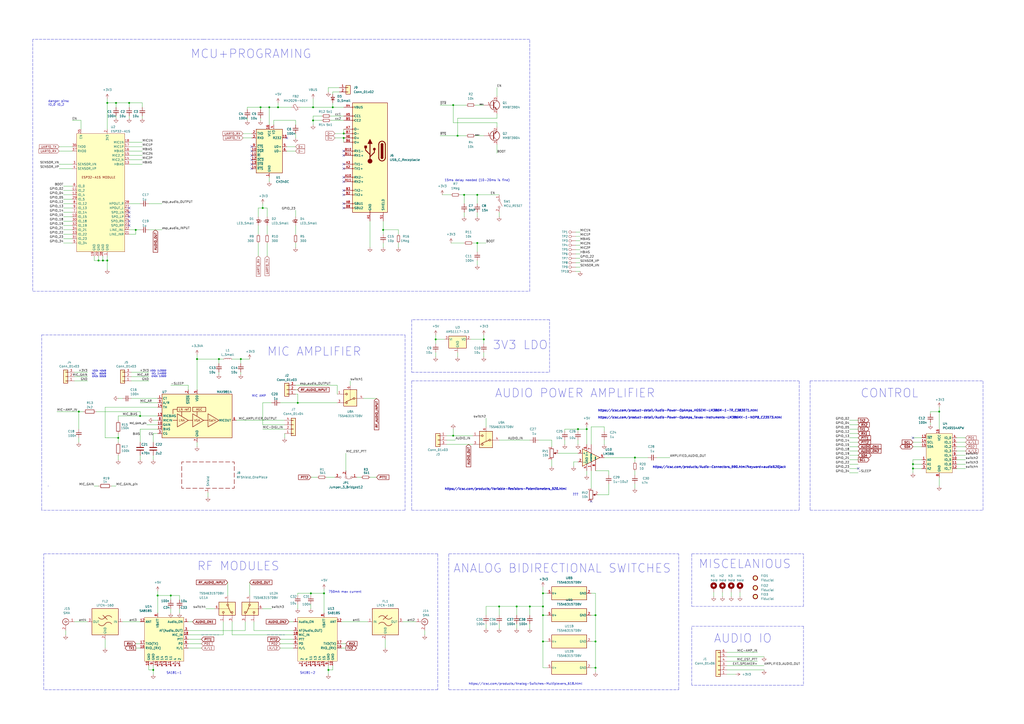
<source format=kicad_sch>
(kicad_sch (version 20211123) (generator eeschema)
  (paper "A2")
  (title_block (title "Cross band handy walkie talkie") (date "2022-12-15") (rev "1") (comment 1 "Author: Kecs Robert Alfred") (comment 2 "Reviewed by: Andreas Spiess"))
  (junction (at 280.67 196.85))
  (junction (at 781.05 341.63))
  (junction (at 180.34 344.17))
  (junction (at 928.37 246.38))
  (junction (at 660.4 57.15))
  (junction (at 340.36 248.92))
  (junction (at 855.98 250.19))
  (junction (at 845.82 194.31))
  (junction (at 151.13 62.23))
  (junction (at 638.81 236.22))
  (junction (at 744.22 59.69))
  (junction (at 858.52 76.2))
  (junction (at 276.86 140.97))
  (junction (at 529.59 271.78))
  (junction (at 529.59 269.24))
  (junction (at 1122.68 266.7))
  (junction (at 650.24 148.59))
  (junction (at 774.7 59.69))
  (junction (at 299.72 351.79))
  (junction (at 314.96 351.79))
  (junction (at 307.34 351.79))
  (junction (at 81.28 241.3))
  (junction (at 774.7 67.31))
  (junction (at 68.58 254))
  (junction (at 181.61 69.85))
  (junction (at 190.5 388.62))
  (junction (at 855.98 58.42))
  (junction (at 908.05 341.63))
  (junction (at 139.7 208.28))
  (junction (at 172.72 233.68))
  (junction (at 345.44 372.11))
  (junction (at 269.24 113.03))
  (junction (at 655.32 148.59))
  (junction (at 276.86 113.03))
  (junction (at 869.95 110.49))
  (junction (at 792.48 77.47))
  (junction (at 181.61 62.23))
  (junction (at 78.74 133.35))
  (junction (at 262.89 60.96))
  (junction (at 262.89 252.73))
  (junction (at 684.53 342.9))
  (junction (at 681.99 386.08))
  (junction (at 900.43 349.25))
  (junction (at 193.04 62.23))
  (junction (at 745.49 118.11))
  (junction (at 862.33 110.49))
  (junction (at 544.83 238.76))
  (junction (at 961.39 262.89))
  (junction (at 873.76 194.31))
  (junction (at 720.09 205.74))
  (junction (at 908.05 369.57))
  (junction (at 57.15 151.13))
  (junction (at 1137.92 236.22))
  (junction (at 199.39 80.01))
  (junction (at 314.96 356.87))
  (junction (at 314.96 372.11))
  (junction (at 265.43 78.74))
  (junction (at 773.43 341.63))
  (junction (at 655.32 57.15))
  (junction (at 707.39 205.74))
  (junction (at 938.53 354.33))
  (junction (at 882.65 349.25))
  (junction (at 99.06 345.44))
  (junction (at 222.25 133.35))
  (junction (at 786.13 59.69))
  (junction (at 933.45 246.38))
  (junction (at 692.15 342.9))
  (junction (at 127 208.28))
  (junction (at 938.53 369.57))
  (junction (at 161.29 62.23))
  (junction (at 88.9 388.62))
  (junction (at 91.44 345.44))
  (junction (at 783.59 386.08))
  (junction (at 345.44 356.87))
  (junction (at 289.56 351.79))
  (junction (at 908.05 354.33))
  (junction (at 152.4 120.65))
  (junction (at 815.34 130.81))
  (junction (at 674.37 238.76))
  (junction (at 668.02 57.15))
  (junction (at 62.23 59.69))
  (junction (at 156.21 62.23))
  (junction (at 749.3 59.69))
  (junction (at 754.38 59.69))
  (junction (at 892.81 349.25))
  (junction (at 74.93 59.69))
  (junction (at 67.31 59.69))
  (junction (at 661.67 251.46))
  (junction (at 908.05 349.25))
  (junction (at 335.28 248.92))
  (junction (at 938.53 384.81))
  (junction (at 869.95 138.43))
  (junction (at 345.44 387.35))
  (junction (at 792.48 74.93))
  (junction (at 114.3 208.28))
  (junction (at 652.78 148.59))
  (junction (at 252.73 196.85))
  (junction (at 187.96 344.17))
  (junction (at 62.23 151.13))
  (junction (at 199.39 77.47))
  (junction (at 368.3 265.43))
  (junction (at 45.72 238.76))
  (junction (at 314.96 344.17))
  (junction (at 1122.68 269.24))
  (junction (at 671.83 130.81))
  (junction (at 732.79 205.74))
  (junction (at 59.69 151.13))
  (junction (at 765.81 231.14))
  (no_connect (at 668.02 120.65))
  (no_connect (at 739.14 87.63))
  (no_connect (at 668.02 125.73))
  (no_connect (at 146.05 95.25))
  (no_connect (at 792.48 87.63))
  (no_connect (at 739.14 82.55))
  (no_connect (at 146.05 90.17))
  (no_connect (at 792.48 118.11))
  (no_connect (at 668.02 123.19))
  (no_connect (at 146.05 97.79))
  (no_connect (at 668.02 118.11))
  (no_connect (at 199.39 118.11))
  (no_connect (at 199.39 102.87))
  (no_connect (at 166.37 80.01))
  (no_connect (at 199.39 87.63))
  (no_connect (at 199.39 95.25))
  (no_connect (at 792.48 100.33))
  (no_connect (at 199.39 105.41))
  (no_connect (at 146.05 85.09))
  (no_connect (at 1122.68 251.46))
  (no_connect (at 792.48 95.25))
  (no_connect (at 342.9 290.83))
  (no_connect (at 739.14 92.71))
  (no_connect (at 792.48 92.71))
  (no_connect (at 792.48 107.95))
  (no_connect (at 199.39 113.03))
  (no_connect (at 792.48 115.57))
  (no_connect (at 199.39 97.79))
  (no_connect (at 74.93 130.81))
  (no_connect (at 739.14 95.25))
  (no_connect (at 146.05 87.63))
  (no_connect (at 529.59 254))
  (no_connect (at 74.93 128.27))
  (no_connect (at 146.05 92.71))
  (no_connect (at 1090.93 269.24))
  (no_connect (at 668.02 128.27))
  (no_connect (at 739.14 90.17))
  (no_connect (at 74.93 125.73))
  (no_connect (at 497.84 271.78))
  (no_connect (at 74.93 123.19))
  (no_connect (at 759.46 77.47))
  (no_connect (at 74.93 120.65))
  (no_connect (at 792.48 85.09))
  (no_connect (at 935.99 288.29))
  (no_connect (at 199.39 110.49))
  (no_connect (at 199.39 90.17))
  (no_connect (at 199.39 120.65))
  (no_connect (at 792.48 102.87))
  (no_connect (at 792.48 110.49))
  (no_connect (at 739.14 85.09))
  (wire (pts (xy 81.28 241.3) (xy 81.28 238.76)))
  (wire (pts (xy 845.82 196.85) (xy 845.82 194.31)))
  (polyline (pts (xy 828.04 293.37) (xy 617.22 293.37)))
  (wire (pts (xy 231.14 133.35) (xy 231.14 135.89)))
  (wire (pts (xy 93.98 133.35) (xy 86.36 133.35)))
  (wire (pts (xy 1085.85 259.08) (xy 1090.93 259.08)))
  (wire (pts (xy 675.64 87.63) (xy 668.02 87.63)))
  (wire (pts (xy 709.93 373.38) (xy 702.31 373.38)))
  (wire (pts (xy 635 95.25) (xy 627.38 95.25)))
  (wire (pts (xy 288.29 55.88) (xy 288.29 50.8)))
  (wire (pts (xy 742.95 118.11) (xy 745.49 118.11)))
  (wire (pts (xy 180.34 350.52) (xy 180.34 353.06)))
  (polyline (pts (xy 24.13 194.31) (xy 234.95 194.31)))
  (wire (pts (xy 492.76 266.7) (xy 497.84 266.7)))
  (wire (pts (xy 908.05 349.25) (xy 908.05 354.33)))
  (wire (pts (xy 116.84 375.92) (xy 109.22 375.92)))
  (wire (pts (xy 314.96 340.36) (xy 314.96 344.17)))
  (wire (pts (xy 492.76 269.24) (xy 497.84 269.24)))
  (wire (pts (xy 882.65 349.25) (xy 892.81 349.25)))
  (polyline (pts (xy 994.41 318.77) (xy 994.41 349.25)))
  (polyline (pts (xy 612.14 166.37) (xy 900.43 166.37)))
  (wire (pts (xy 246.38 365.76) (xy 246.38 368.3)))
  (polyline (pts (xy 116.84 368.3) (xy 127 368.3)))
  (wire (pts (xy 137.16 243.84) (xy 165.1 243.84)))
  (wire (pts (xy 67.31 59.69) (xy 67.31 62.23)))
  (wire (pts (xy 675.64 57.15) (xy 675.64 59.69)))
  (wire (pts (xy 149.86 120.65) (xy 152.4 120.65)))
  (wire (pts (xy 439.42 383.54) (xy 421.64 383.54)))
  (wire (pts (xy 707.39 203.2) (xy 707.39 205.74)))
  (wire (pts (xy 807.72 125.73) (xy 807.72 140.97)))
  (wire (pts (xy 681.99 254) (xy 681.99 248.92)))
  (wire (pts (xy 180.34 276.86) (xy 184.15 276.86)))
  (wire (pts (xy 139.7 208.28) (xy 139.7 210.82)))
  (wire (pts (xy 199.39 80.01) (xy 199.39 82.55)))
  (wire (pts (xy 1085.85 256.54) (xy 1090.93 256.54)))
  (wire (pts (xy 927.1 152.4) (xy 929.64 152.4)))
  (wire (pts (xy 1085.85 243.84) (xy 1090.93 243.84)))
  (wire (pts (xy 764.54 119.38) (xy 764.54 123.19)))
  (wire (pts (xy 265.43 207.01) (xy 265.43 204.47)))
  (wire (pts (xy 900.43 349.25) (xy 908.05 349.25)))
  (wire (pts (xy 1014.73 378.46) (xy 1036.32 378.46)))
  (wire (pts (xy 1085.85 269.24) (xy 1090.93 269.24)))
  (wire (pts (xy 961.39 262.89) (xy 969.01 262.89)))
  (wire (pts (xy 927.1 134.62) (xy 929.64 134.62)))
  (wire (pts (xy 91.44 236.22) (xy 60.96 236.22)))
  (wire (pts (xy 961.39 270.51) (xy 961.39 273.05)))
  (wire (pts (xy 421.64 378.46) (xy 439.42 378.46)))
  (wire (pts (xy 839.47 363.22) (xy 839.47 365.76)))
  (wire (pts (xy 252.73 194.31) (xy 252.73 196.85)))
  (wire (pts (xy 732.79 205.74) (xy 727.71 205.74)))
  (wire (pts (xy 134.62 360.68) (xy 134.62 368.3)))
  (polyline (pts (xy 318.77 215.9) (xy 318.77 185.42)))
  (wire (pts (xy 539.75 240.03) (xy 539.75 238.76)))
  (wire (pts (xy 492.76 246.38) (xy 497.84 246.38)))
  (wire (pts (xy 210.82 231.14) (xy 218.44 231.14)))
  (wire (pts (xy 492.76 261.62) (xy 497.84 261.62)))
  (wire (pts (xy 744.22 60.96) (xy 744.22 59.69)))
  (polyline (pts (xy 617.22 293.37) (xy 617.22 191.77)))
  (wire (pts (xy 144.78 208.28) (xy 139.7 208.28)))
  (wire (pts (xy 262.89 71.12) (xy 288.29 71.12)))
  (wire (pts (xy 764.54 226.06) (xy 765.81 226.06)))
  (wire (pts (xy 737.87 205.74) (xy 732.79 205.74)))
  (polyline (pts (xy 347.98 220.98) (xy 463.55 220.98)))
  (wire (pts (xy 824.23 138.43) (xy 824.23 140.97)))
  (wire (pts (xy 276.86 123.19) (xy 276.86 125.73)))
  (wire (pts (xy 76.2 218.44) (xy 86.36 218.44)))
  (wire (pts (xy 1148.08 259.08) (xy 1153.16 259.08)))
  (wire (pts (xy 928.37 246.38) (xy 933.45 246.38)))
  (wire (pts (xy 824.23 130.81) (xy 824.23 133.35)))
  (polyline (pts (xy 156.21 321.31) (xy 254 321.31)))
  (wire (pts (xy 671.83 130.81) (xy 674.37 130.81)))
  (wire (pts (xy 920.75 252.73) (xy 920.75 255.27)))
  (wire (pts (xy 36.83 107.95) (xy 41.91 107.95)))
  (wire (pts (xy 629.92 125.73) (xy 635 125.73)))
  (wire (pts (xy 764.54 67.31) (xy 764.54 69.85)))
  (wire (pts (xy 41.91 95.25) (xy 34.29 95.25)))
  (wire (pts (xy 660.4 57.15) (xy 668.02 57.15)))
  (wire (pts (xy 751.84 67.31) (xy 764.54 67.31)))
  (wire (pts (xy 62.23 59.69) (xy 62.23 74.93)))
  (wire (pts (xy 655.32 54.61) (xy 655.32 57.15)))
  (wire (pts (xy 660.4 57.15) (xy 660.4 59.69)))
  (wire (pts (xy 727.71 365.76) (xy 763.27 365.76)))
  (wire (pts (xy 81.28 264.16) (xy 81.28 266.7)))
  (wire (pts (xy 54.61 151.13) (xy 54.61 148.59)))
  (wire (pts (xy 881.38 66.04) (xy 881.38 63.5)))
  (wire (pts (xy 146.05 77.47) (xy 140.97 77.47)))
  (wire (pts (xy 742.95 138.43) (xy 742.95 146.05)))
  (wire (pts (xy 193.04 62.23) (xy 199.39 62.23)))
  (polyline (pts (xy 1056.64 293.37) (xy 1056.64 218.44)))
  (wire (pts (xy 132.08 337.82) (xy 132.08 345.44)))
  (wire (pts (xy 88.9 388.62) (xy 88.9 386.08)))
  (wire (pts (xy 109.22 360.68) (xy 111.76 360.68)))
  (wire (pts (xy 791.21 370.84) (xy 793.75 370.84)))
  (wire (pts (xy 314.96 351.79) (xy 314.96 356.87)))
  (wire (pts (xy 262.89 60.96) (xy 270.51 60.96)))
  (wire (pts (xy 76.2 220.98) (xy 86.36 220.98)))
  (wire (pts (xy 368.3 265.43) (xy 375.92 265.43)))
  (wire (pts (xy 754.38 59.69) (xy 762 59.69)))
  (wire (pts (xy 635 82.55) (xy 627.38 82.55)))
  (wire (pts (xy 938.53 384.81) (xy 938.53 387.35)))
  (polyline (pts (xy 986.79 397.51) (xy 986.79 318.77)))
  (wire (pts (xy 181.61 69.85) (xy 181.61 67.31)))
  (polyline (pts (xy 234.95 295.91) (xy 24.13 295.91)))
  (polyline (pts (xy 401.32 321.31) (xy 466.09 321.31)))
  (wire (pts (xy 764.54 220.98) (xy 788.67 220.98)))
  (wire (pts (xy 882.65 354.33) (xy 882.65 349.25)))
  (wire (pts (xy 745.49 246.38) (xy 758.19 246.38)))
  (polyline (pts (xy 238.76 215.9) (xy 318.77 215.9)))
  (wire (pts (xy 172.72 344.17) (xy 172.72 345.44)))
  (wire (pts (xy 927.1 154.94) (xy 929.64 154.94)))
  (wire (pts (xy 675.64 82.55) (xy 668.02 82.55)))
  (wire (pts (xy 91.44 246.38) (xy 85.09 246.38)))
  (wire (pts (xy 62.23 148.59) (xy 62.23 151.13)))
  (wire (pts (xy 855.98 250.19) (xy 867.41 250.19)))
  (wire (pts (xy 181.61 62.23) (xy 193.04 62.23)))
  (wire (pts (xy 88.9 388.62) (xy 88.9 391.16)))
  (wire (pts (xy 76.2 215.9) (xy 86.36 215.9)))
  (wire (pts (xy 314.96 356.87) (xy 314.96 372.11)))
  (wire (pts (xy 334.01 139.7) (xy 336.55 139.7)))
  (wire (pts (xy 900.43 359.41) (xy 900.43 361.95)))
  (wire (pts (xy 933.45 270.51) (xy 933.45 273.05)))
  (wire (pts (xy 655.32 146.05) (xy 655.32 148.59)))
  (polyline (pts (xy 469.9 220.98) (xy 570.23 220.98)))
  (wire (pts (xy 259.08 255.27) (xy 264.16 255.27)))
  (wire (pts (xy 198.12 375.92) (xy 200.66 375.92)))
  (wire (pts (xy 82.55 67.31) (xy 82.55 68.58)))
  (wire (pts (xy 340.36 273.05) (xy 340.36 275.59)))
  (wire (pts (xy 754.38 57.15) (xy 754.38 59.69)))
  (wire (pts (xy 151.13 69.85) (xy 151.13 68.58)))
  (polyline (pts (xy 612.14 20.32) (xy 612.14 166.37)))
  (wire (pts (xy 745.49 115.57) (xy 745.49 118.11)))
  (wire (pts (xy 638.81 236.22) (xy 641.35 236.22)))
  (wire (pts (xy 681.99 248.92) (xy 684.53 248.92)))
  (wire (pts (xy 875.03 245.11) (xy 875.03 240.03)))
  (polyline (pts (xy 19.05 168.91) (xy 307.34 168.91)))
  (wire (pts (xy 68.58 251.46) (xy 68.58 254)))
  (wire (pts (xy 345.44 387.35) (xy 345.44 389.89)))
  (wire (pts (xy 288.29 88.9) (xy 288.29 83.82)))
  (polyline (pts (xy 618.49 397.51) (xy 618.49 318.77)))
  (wire (pts (xy 261.62 140.97) (xy 269.24 140.97)))
  (wire (pts (xy 82.55 92.71) (xy 74.93 92.71)))
  (wire (pts (xy 748.03 128.27) (xy 748.03 133.35)))
  (wire (pts (xy 1085.85 251.46) (xy 1090.93 251.46)))
  (wire (pts (xy 114.3 256.54) (xy 114.3 259.08)))
  (wire (pts (xy 916.94 260.35) (xy 928.37 260.35)))
  (wire (pts (xy 855.98 58.42) (xy 855.98 68.58)))
  (wire (pts (xy 787.4 77.47) (xy 792.48 77.47)))
  (wire (pts (xy 745.49 231.14) (xy 750.57 231.14)))
  (polyline (pts (xy 621.03 279.4) (xy 621.03 279.4)) (stroke (width 0.3048)))
  (wire (pts (xy 288.29 68.58) (xy 288.29 66.04)))
  (wire (pts (xy 273.05 196.85) (xy 280.67 196.85)))
  (wire (pts (xy 755.65 370.84) (xy 763.27 370.84)))
  (polyline (pts (xy 831.85 213.36) (xy 911.86 213.36)))
  (wire (pts (xy 892.81 354.33) (xy 892.81 349.25)))
  (wire (pts (xy 334.01 142.24) (xy 336.55 142.24)))
  (wire (pts (xy 99.06 353.06) (xy 99.06 355.6)))
  (wire (pts (xy 71.12 231.14) (xy 68.58 231.14)))
  (polyline (pts (xy 466.09 351.79) (xy 466.09 321.31)))
  (wire (pts (xy 46.99 69.85) (xy 46.99 74.93)))
  (wire (pts (xy 855.98 250.19) (xy 855.98 246.38)))
  (wire (pts (xy 681.99 261.62) (xy 681.99 264.16)))
  (wire (pts (xy 684.53 342.9) (xy 692.15 342.9)))
  (wire (pts (xy 173.99 62.23) (xy 181.61 62.23)))
  (wire (pts (xy 927.1 142.24) (xy 929.64 142.24)))
  (wire (pts (xy 640.08 67.31) (xy 640.08 72.39)))
  (wire (pts (xy 194.31 77.47) (xy 199.39 77.47)))
  (wire (pts (xy 544.83 276.86) (xy 544.83 281.94)))
  (wire (pts (xy 675.64 92.71) (xy 668.02 92.71)))
  (wire (pts (xy 852.17 252.73) (xy 857.25 252.73)))
  (wire (pts (xy 161.29 59.69) (xy 161.29 62.23)))
  (wire (pts (xy 143.51 63.5) (xy 143.51 62.23)))
  (wire (pts (xy 845.82 204.47) (xy 845.82 201.93)))
  (wire (pts (xy 223.52 375.92) (xy 223.52 370.84)))
  (wire (pts (xy 492.76 264.16) (xy 497.84 264.16)))
  (wire (pts (xy 81.28 256.54) (xy 81.28 248.92)))
  (wire (pts (xy 172.72 350.52) (xy 172.72 353.06)))
  (polyline (pts (xy 617.22 191.77) (xy 828.04 191.77)))
  (wire (pts (xy 36.83 135.89) (xy 41.91 135.89)))
  (wire (pts (xy 265.43 78.74) (xy 270.51 78.74)))
  (polyline (pts (xy 27.94 281.94) (xy 27.94 281.94)) (stroke (width 0.3048)))
  (wire (pts (xy 252.73 199.39) (xy 252.73 196.85)))
  (wire (pts (xy 492.76 271.78) (xy 497.84 271.78)))
  (wire (pts (xy 684.53 231.14) (xy 674.37 231.14)))
  (wire (pts (xy 529.59 256.54) (xy 534.67 256.54)))
  (wire (pts (xy 134.62 368.3) (xy 170.18 368.3)))
  (wire (pts (xy 186.69 69.85) (xy 181.61 69.85)))
  (wire (pts (xy 629.92 138.43) (xy 635 138.43)))
  (wire (pts (xy 171.45 228.6) (xy 172.72 228.6)))
  (wire (pts (xy 198.12 373.38) (xy 200.66 373.38)))
  (wire (pts (xy 36.83 110.49) (xy 41.91 110.49)))
  (wire (pts (xy 45.72 238.76) (xy 48.26 238.76)))
  (wire (pts (xy 162.56 373.38) (xy 170.18 373.38)))
  (wire (pts (xy 764.54 138.43) (xy 764.54 140.97)))
  (wire (pts (xy 668.02 57.15) (xy 675.64 57.15)))
  (wire (pts (xy 88.9 256.54) (xy 88.9 251.46)))
  (wire (pts (xy 41.91 69.85) (xy 46.99 69.85)))
  (wire (pts (xy 961.39 278.13) (xy 961.39 280.67)))
  (wire (pts (xy 749.3 100.33) (xy 749.3 102.87)))
  (wire (pts (xy 707.39 254) (xy 707.39 256.54)))
  (wire (pts (xy 873.76 204.47) (xy 873.76 201.93)))
  (wire (pts (xy 147.32 365.76) (xy 170.18 365.76)))
  (wire (pts (xy 1122.68 271.78) (xy 1122.68 269.24)))
  (wire (pts (xy 323.85 262.89) (xy 335.28 262.89)))
  (wire (pts (xy 276.86 151.13) (xy 276.86 153.67)))
  (wire (pts (xy 209.55 276.86) (xy 207.01 276.86)))
  (wire (pts (xy 786.13 386.08) (xy 783.59 386.08)))
  (wire (pts (xy 193.04 386.08) (xy 193.04 388.62)))
  (polyline (pts (xy 238.76 185.42) (xy 238.76 215.9)))
  (wire (pts (xy 345.44 344.17) (xy 342.9 344.17)))
  (wire (pts (xy 36.83 138.43) (xy 41.91 138.43)))
  (wire (pts (xy 866.14 194.31) (xy 873.76 194.31)))
  (wire (pts (xy 882.65 120.65) (xy 882.65 123.19)))
  (wire (pts (xy 231.14 140.97) (xy 231.14 143.51)))
  (wire (pts (xy 161.29 62.23) (xy 168.91 62.23)))
  (wire (pts (xy 765.81 347.98) (xy 765.81 350.52)))
  (polyline (pts (xy 711.2 20.32) (xy 612.14 20.32)))
  (wire (pts (xy 41.91 85.09) (xy 34.29 85.09)))
  (wire (pts (xy 674.37 238.76) (xy 684.53 238.76)))
  (wire (pts (xy 1137.92 274.32) (xy 1137.92 279.4)))
  (wire (pts (xy 78.74 133.35) (xy 81.28 133.35)))
  (polyline (pts (xy 831.85 293.37) (xy 1056.64 293.37)))
  (wire (pts (xy 172.72 233.68) (xy 195.58 233.68)))
  (wire (pts (xy 736.6 59.69) (xy 744.22 59.69)))
  (wire (pts (xy 36.83 140.97) (xy 41.91 140.97)))
  (wire (pts (xy 661.67 261.62) (xy 661.67 264.16)))
  (wire (pts (xy 674.37 370.84) (xy 671.83 370.84)))
  (wire (pts (xy 307.34 356.87) (xy 307.34 351.79)))
  (wire (pts (xy 783.59 48.26) (xy 783.59 50.8)))
  (wire (pts (xy 129.54 368.3) (xy 129.54 360.68)))
  (wire (pts (xy 36.83 113.03) (xy 41.91 113.03)))
  (wire (pts (xy 314.96 372.11) (xy 317.5 372.11)))
  (wire (pts (xy 342.9 273.05) (xy 342.9 283.21)))
  (wire (pts (xy 939.8 284.48) (xy 946.15 284.48)))
  (wire (pts (xy 190.5 386.08) (xy 190.5 388.62)))
  (wire (pts (xy 681.99 241.3) (xy 684.53 241.3)))
  (polyline (pts (xy 905.51 318.77) (xy 853.44 318.77)))
  (wire (pts (xy 684.53 340.36) (xy 684.53 342.9)))
  (wire (pts (xy 792.48 77.47) (xy 792.48 80.01)))
  (wire (pts (xy 933.45 245.11) (xy 933.45 246.38)))
  (wire (pts (xy 629.92 128.27) (xy 635 128.27)))
  (wire (pts (xy 783.59 383.54) (xy 783.59 386.08)))
  (wire (pts (xy 961.39 262.89) (xy 961.39 265.43)))
  (wire (pts (xy 1085.85 266.7) (xy 1090.93 266.7)))
  (wire (pts (xy 57.15 151.13) (xy 57.15 148.59)))
  (wire (pts (xy 191.77 69.85) (xy 199.39 69.85)))
  (wire (pts (xy 928.37 246.38) (xy 928.37 247.65)))
  (wire (pts (xy 869.95 110.49) (xy 882.65 110.49)))
  (wire (pts (xy 36.83 130.81) (xy 41.91 130.81)))
  (wire (pts (xy 299.72 351.79) (xy 307.34 351.79)))
  (wire (pts (xy 269.24 123.19) (xy 269.24 125.73)))
  (wire (pts (xy 811.53 274.32) (xy 807.72 274.32)))
  (wire (pts (xy 1085.85 254) (xy 1090.93 254)))
  (wire (pts (xy 745.49 231.14) (xy 745.49 243.84)))
  (wire (pts (xy 171.45 226.06) (xy 172.72 226.06)))
  (wire (pts (xy 86.36 388.62) (xy 88.9 388.62)))
  (wire (pts (xy 793.75 260.35) (xy 793.75 270.51)))
  (wire (pts (xy 816.61 373.38) (xy 816.61 368.3)))
  (wire (pts (xy 648.97 236.22) (xy 674.37 236.22)))
  (polyline (pts (xy 466.09 363.22) (xy 466.09 397.51)))
  (wire (pts (xy 702.31 220.98) (xy 692.15 220.98)))
  (wire (pts (xy 859.79 110.49) (xy 862.33 110.49)))
  (wire (pts (xy 368.3 273.05) (xy 368.3 275.59)))
  (wire (pts (xy 492.76 243.84) (xy 497.84 243.84)))
  (wire (pts (xy 892.81 359.41) (xy 892.81 361.95)))
  (wire (pts (xy 892.81 349.25) (xy 900.43 349.25)))
  (wire (pts (xy 869.95 120.65) (xy 869.95 123.19)))
  (wire (pts (xy 492.76 259.08) (xy 497.84 259.08)))
  (wire (pts (xy 539.75 245.11) (xy 539.75 246.38)))
  (wire (pts (xy 654.05 251.46) (xy 661.67 251.46)))
  (polyline (pts (xy 401.32 397.51) (xy 401.32 363.22)))
  (wire (pts (xy 104.14 347.98) (xy 104.14 345.44)))
  (wire (pts (xy 299.72 361.95) (xy 299.72 364.49)))
  (wire (pts (xy 862.33 110.49) (xy 869.95 110.49)))
  (wire (pts (xy 91.44 233.68) (xy 81.28 233.68)))
  (wire (pts (xy 873.76 191.77) (xy 873.76 194.31)))
  (wire (pts (xy 67.31 67.31) (xy 67.31 68.58)))
  (wire (pts (xy 1148.08 269.24) (xy 1153.16 269.24)))
  (wire (pts (xy 171.45 130.81) (xy 171.45 135.89)))
  (wire (pts (xy 629.92 115.57) (xy 635 115.57)))
  (polyline (pts (xy 234.95 194.31) (xy 234.95 295.91)))
  (wire (pts (xy 554.99 271.78) (xy 560.07 271.78)))
  (wire (pts (xy 784.86 67.31) (xy 792.48 67.31)))
  (wire (pts (xy 1148.08 251.46) (xy 1153.16 251.46)))
  (wire (pts (xy 674.37 246.38) (xy 684.53 246.38)))
  (wire (pts (xy 99.06 345.44) (xy 99.06 347.98)))
  (wire (pts (xy 36.83 123.19) (xy 41.91 123.19)))
  (wire (pts (xy 862.33 115.57) (xy 862.33 110.49)))
  (wire (pts (xy 144.78 337.82) (xy 144.78 345.44)))
  (polyline (pts (xy 469.9 220.98) (xy 469.9 295.91)))
  (wire (pts (xy 554.99 264.16) (xy 560.07 264.16)))
  (wire (pts (xy 826.77 358.14) (xy 834.39 358.14)))
  (wire (pts (xy 181.61 67.31) (xy 186.69 67.31)))
  (wire (pts (xy 935.99 270.51) (xy 935.99 280.67)))
  (wire (pts (xy 350.52 247.65) (xy 350.52 250.19)))
  (wire (pts (xy 259.08 257.81) (xy 274.32 257.81)))
  (wire (pts (xy 946.15 278.13) (xy 946.15 284.48)))
  (wire (pts (xy 152.4 233.68) (xy 152.4 246.38)))
  (wire (pts (xy 262.89 252.73) (xy 274.32 252.73)))
  (polyline (pts (xy 393.7 400.05) (xy 393.7 321.31)))
  (wire (pts (xy 875.03 359.41) (xy 875.03 361.95)))
  (wire (pts (xy 938.53 369.57) (xy 938.53 354.33)))
  (wire (pts (xy 1032.51 381) (xy 1014.73 381)))
  (polyline (pts (xy 307.34 168.91) (xy 307.34 22.86)))
  (wire (pts (xy 335.28 248.92) (xy 340.36 248.92)))
  (wire (pts (xy 233.68 360.68) (xy 241.3 360.68)))
  (polyline (pts (xy 24.13 295.91) (xy 24.13 194.31)))
  (wire (pts (xy 147.32 360.68) (xy 147.32 365.76)))
  (polyline (pts (xy 853.44 397.51) (xy 986.79 397.51)))
  (polyline (pts (xy 994.41 360.68) (xy 1035.05 360.68)))
  (wire (pts (xy 1085.85 248.92) (xy 1090.93 248.92)))
  (wire (pts (xy 68.58 264.16) (xy 68.58 266.7)))
  (wire (pts (xy 139.7 208.28) (xy 134.62 208.28)))
  (polyline (pts (xy 900.43 166.37) (xy 900.43 20.32)))
  (wire (pts (xy 314.96 344.17) (xy 314.96 351.79)))
  (wire (pts (xy 43.18 215.9) (xy 50.8 215.9)))
  (wire (pts (xy 681.99 386.08) (xy 681.99 383.54)))
  (wire (pts (xy 350.52 255.27) (xy 350.52 257.81)))
  (wire (pts (xy 1012.19 340.995) (xy 1012.19 343.535)))
  (wire (pts (xy 151.13 62.23) (xy 156.21 62.23)))
  (wire (pts (xy 792.48 72.39) (xy 792.48 74.93)))
  (wire (pts (xy 167.64 360.68) (xy 170.18 360.68)))
  (wire (pts (xy 74.93 118.11) (xy 81.28 118.11)))
  (wire (pts (xy 1019.81 388.62) (xy 1014.73 388.62)))
  (wire (pts (xy 492.76 274.32) (xy 497.84 274.32)))
  (wire (pts (xy 334.01 147.32) (xy 336.55 147.32)))
  (wire (pts (xy 783.59 386.08) (xy 783.59 388.62)))
  (wire (pts (xy 938.53 384.81) (xy 935.99 384.81)))
  (wire (pts (xy 43.18 218.44) (xy 50.8 218.44)))
  (wire (pts (xy 748.03 118.11) (xy 748.03 123.19)))
  (wire (pts (xy 927.1 137.16) (xy 929.64 137.16)))
  (wire (pts (xy 64.77 281.94) (xy 67.31 281.94)))
  (wire (pts (xy 629.92 113.03) (xy 635 113.03)))
  (polyline (pts (xy 749.3 318.77) (xy 847.09 318.77)))
  (wire (pts (xy 1085.85 246.38) (xy 1090.93 246.38)))
  (wire (pts (xy 1122.68 264.16) (xy 1127.76 264.16)))
  (wire (pts (xy 767.08 59.69) (xy 774.7 59.69)))
  (wire (pts (xy 162.56 370.84) (xy 170.18 370.84)))
  (wire (pts (xy 636.27 215.9) (xy 643.89 215.9)))
  (wire (pts (xy 664.21 228.6) (xy 661.67 228.6)))
  (wire (pts (xy 1137.92 233.68) (xy 1137.92 236.22)))
  (wire (pts (xy 82.55 90.17) (xy 74.93 90.17)))
  (wire (pts (xy 1122.68 256.54) (xy 1127.76 256.54)))
  (wire (pts (xy 791.21 358.14) (xy 806.45 358.14)))
  (wire (pts (xy 334.01 149.86) (xy 336.55 149.86)))
  (wire (pts (xy 36.83 120.65) (xy 41.91 120.65)))
  (wire (pts (xy 720.09 205.74) (xy 720.09 208.28)))
  (wire (pts (xy 146.05 80.01) (xy 140.97 80.01)))
  (wire (pts (xy 36.83 118.11) (xy 41.91 118.11)))
  (polyline (pts (xy 1059.18 394.97) (xy 994.41 394.97)))
  (wire (pts (xy 674.37 254) (xy 674.37 246.38)))
  (wire (pts (xy 635 67.31) (xy 640.08 67.31)))
  (wire (pts (xy 643.89 358.14) (xy 636.27 358.14)))
  (polyline (pts (xy 441.96 363.22) (xy 466.09 363.22)))
  (wire (pts (xy 925.83 265.43) (xy 925.83 267.97)))
  (wire (pts (xy 675.64 64.77) (xy 675.64 66.04)))
  (wire (pts (xy 629.92 118.11) (xy 635 118.11)))
  (wire (pts (xy 786.13 383.54) (xy 786.13 386.08)))
  (wire (pts (xy 875.03 354.33) (xy 875.03 349.25)))
  (polyline (pts (xy 238.76 220.98) (xy 238.76 295.91)))
  (wire (pts (xy 36.83 115.57) (xy 41.91 115.57)))
  (wire (pts (xy 744.22 67.31) (xy 744.22 66.04)))
  (wire (pts (xy 62.23 59.69) (xy 67.31 59.69)))
  (wire (pts (xy 946.15 270.51) (xy 938.53 270.51)))
  (wire (pts (xy 152.4 248.92) (xy 165.1 248.92)))
  (wire (pts (xy 661.67 238.76) (xy 674.37 238.76)))
  (wire (pts (xy 862.33 120.65) (xy 862.33 123.19)))
  (wire (pts (xy 791.21 373.38) (xy 793.75 373.38)))
  (wire (pts (xy 920.75 246.38) (xy 928.37 246.38)))
  (wire (pts (xy 180.34 344.17) (xy 180.34 345.44)))
  (wire (pts (xy 149.86 140.97) (xy 149.86 148.59)))
  (wire (pts (xy 868.68 76.2) (xy 873.76 76.2)))
  (wire (pts (xy 529.59 254) (xy 534.67 254)))
  (wire (pts (xy 529.59 259.08) (xy 534.67 259.08)))
  (wire (pts (xy 702.31 365.76) (xy 722.63 365.76)))
  (wire (pts (xy 265.43 68.58) (xy 265.43 78.74)))
  (polyline (pts (xy 1062.99 218.44) (xy 1163.32 218.44)))
  (wire (pts (xy 692.15 342.9) (xy 692.15 345.44)))
  (wire (pts (xy 629.92 105.41) (xy 635 105.41)))
  (wire (pts (xy 252.73 196.85) (xy 257.81 196.85)))
  (wire (pts (xy 166.37 87.63) (xy 171.45 87.63)))
  (wire (pts (xy 927.1 149.86) (xy 929.64 149.86)))
  (wire (pts (xy 709.93 370.84) (xy 702.31 370.84)))
  (wire (pts (xy 687.07 130.81) (xy 679.45 130.81)))
  (wire (pts (xy 171.45 140.97) (xy 171.45 143.51)))
  (wire (pts (xy 334.01 154.94) (xy 336.55 154.94)))
  (polyline (pts (xy 1062.99 218.44) (xy 1062.99 293.37)))
  (polyline (pts (xy 828.04 191.77) (xy 828.04 293.37)))
  (wire (pts (xy 881.38 86.36) (xy 881.38 81.28)))
  (wire (pts (xy 529.59 269.24) (xy 529.59 271.78)))
  (wire (pts (xy 33.02 238.76) (xy 45.72 238.76)))
  (wire (pts (xy 1122.68 269.24) (xy 1127.76 269.24)))
  (wire (pts (xy 129.54 208.28) (xy 127 208.28)))
  (wire (pts (xy 276.86 118.11) (xy 276.86 113.03)))
  (polyline (pts (xy 463.55 295.91) (xy 463.55 220.98)))
  (wire (pts (xy 60.96 236.22) (xy 60.96 254)))
  (wire (pts (xy 114.3 208.28) (xy 114.3 226.06)))
  (wire (pts (xy 925.83 265.43) (xy 928.37 265.43)))
  (wire (pts (xy 647.7 148.59) (xy 647.7 146.05)))
  (wire (pts (xy 1148.08 264.16) (xy 1153.16 264.16)))
  (wire (pts (xy 745.49 350.52) (xy 750.57 350.52)))
  (wire (pts (xy 289.56 123.19) (xy 289.56 125.73)))
  (wire (pts (xy 905.51 252.73) (xy 913.13 252.73)))
  (polyline (pts (xy 905.51 318.77) (xy 986.79 318.77)))
  (wire (pts (xy 327.66 248.92) (xy 335.28 248.92)))
  (wire (pts (xy 664.21 358.14) (xy 674.37 358.14)))
  (wire (pts (xy 744.22 59.69) (xy 749.3 59.69)))
  (wire (pts (xy 755.65 373.38) (xy 763.27 373.38)))
  (polyline (pts (xy 401.32 363.22) (xy 441.96 363.22)))
  (wire (pts (xy 697.23 345.44) (xy 697.23 342.9)))
  (wire (pts (xy 429.26 343.535) (xy 429.26 346.075)))
  (wire (pts (xy 636.27 218.44) (xy 643.89 218.44)))
  (wire (pts (xy 781.05 339.09) (xy 781.05 341.63)))
  (wire (pts (xy 1014.73 375.92) (xy 1032.51 375.92)))
  (wire (pts (xy 419.1 343.535) (xy 419.1 346.075)))
  (wire (pts (xy 751.84 69.85) (xy 751.84 67.31)))
  (wire (pts (xy 848.36 58.42) (xy 855.98 58.42)))
  (wire (pts (xy 803.91 228.6) (xy 811.53 228.6)))
  (wire (pts (xy 927.1 147.32) (xy 929.64 147.32)))
  (wire (pts (xy 158.75 69.85) (xy 171.45 69.85)))
  (wire (pts (xy 218.44 276.86) (xy 214.63 276.86)))
  (wire (pts (xy 196.85 53.34) (xy 193.04 53.34)))
  (wire (pts (xy 679.45 386.08) (xy 679.45 383.54)))
  (polyline (pts (xy 847.09 318.77) (xy 847.09 397.51)))
  (wire (pts (xy 262.89 60.96) (xy 262.89 71.12)))
  (wire (pts (xy 702.31 223.52) (xy 702.31 220.98)))
  (wire (pts (xy 935.99 245.11) (xy 943.61 245.11)))
  (wire (pts (xy 88.9 243.84) (xy 91.44 243.84)))
  (wire (pts (xy 675.64 80.01) (xy 668.02 80.01)))
  (wire (pts (xy 342.9 257.81) (xy 342.9 247.65)))
  (wire (pts (xy 180.34 344.17) (xy 187.96 344.17)))
  (wire (pts (xy 1014.73 383.54) (xy 1036.32 383.54)))
  (wire (pts (xy 45.72 254) (xy 45.72 256.54)))
  (wire (pts (xy 739.14 77.47) (xy 734.06 77.47)))
  (wire (pts (xy 345.44 372.11) (xy 342.9 372.11)))
  (wire (pts (xy 873.76 196.85) (xy 873.76 194.31)))
  (wire (pts (xy 74.93 133.35) (xy 78.74 133.35)))
  (wire (pts (xy 882.65 252.73) (xy 900.43 252.73)))
  (wire (pts (xy 195.58 228.6) (xy 195.58 223.52)))
  (wire (pts (xy 764.54 223.52) (xy 765.81 223.52)))
  (wire (pts (xy 875.03 349.25) (xy 882.65 349.25)))
  (wire (pts (xy 765.81 341.63) (xy 773.43 341.63)))
  (polyline (pts (xy 347.98 220.98) (xy 238.76 220.98)))
  (wire (pts (xy 938.53 384.81) (xy 938.53 369.57)))
  (wire (pts (xy 650.24 279.4) (xy 647.7 279.4)))
  (wire (pts (xy 908.05 369.57) (xy 910.59 369.57)))
  (wire (pts (xy 181.61 72.39) (xy 181.61 69.85)))
  (wire (pts (xy 554.99 269.24) (xy 560.07 269.24)))
  (polyline (pts (xy 711.2 20.32) (xy 900.43 20.32)))
  (polyline (pts (xy 25.4 400.05) (xy 25.4 321.31)))
  (wire (pts (xy 350.52 265.43) (xy 368.3 265.43)))
  (wire (pts (xy 109.22 365.76) (xy 142.24 365.76)))
  (wire (pts (xy 82.55 59.69) (xy 82.55 62.23)))
  (polyline (pts (xy 1059.18 349.25) (xy 1059.18 318.77)))
  (wire (pts (xy 669.29 215.9) (xy 679.45 215.9)))
  (wire (pts (xy 668.02 57.15) (xy 668.02 59.69)))
  (wire (pts (xy 782.32 274.32) (xy 787.4 274.32)))
  (wire (pts (xy 702.31 358.14) (xy 704.85 358.14)))
  (wire (pts (xy 773.43 274.32) (xy 777.24 274.32)))
  (wire (pts (xy 143.51 62.23) (xy 151.13 62.23)))
  (wire (pts (xy 655.32 57.15) (xy 655.32 72.39)))
  (wire (pts (xy 629.92 120.65) (xy 635 120.65)))
  (wire (pts (xy 736.6 67.31) (xy 736.6 66.04)))
  (polyline (pts (xy 118.11 22.86) (xy 307.34 22.86)))
  (wire (pts (xy 193.04 59.69) (xy 193.04 62.23)))
  (wire (pts (xy 629.92 110.49) (xy 635 110.49)))
  (polyline (pts (xy 312.42 321.31) (xy 260.35 321.31)))
  (polyline (pts (xy 401.32 351.79) (xy 466.09 351.79)))
  (polyline (pts (xy 260.35 400.05) (xy 393.7 400.05)))
  (wire (pts (xy 908.05 337.82) (xy 908.05 341.63)))
  (wire (pts (xy 492.76 251.46) (xy 497.84 251.46)))
  (wire (pts (xy 869.95 115.57) (xy 869.95 110.49)))
  (wire (pts (xy 154.94 130.81) (xy 154.94 135.89)))
  (wire (pts (xy 334.01 137.16) (xy 336.55 137.16)))
  (wire (pts (xy 262.89 252.73) (xy 262.89 248.92)))
  (wire (pts (xy 190.5 50.8) (xy 190.5 53.34)))
  (wire (pts (xy 421.64 386.08) (xy 443.23 386.08)))
  (wire (pts (xy 288.29 68.58) (xy 265.43 68.58)))
  (wire (pts (xy 709.93 368.3) (xy 702.31 368.3)))
  (wire (pts (xy 913.13 252.73) (xy 913.13 256.54)))
  (wire (pts (xy 732.79 205.74) (xy 732.79 208.28)))
  (wire (pts (xy 1085.85 261.62) (xy 1090.93 261.62)))
  (wire (pts (xy 50.8 360.68) (xy 43.18 360.68)))
  (wire (pts (xy 1122.68 266.7) (xy 1122.68 269.24)))
  (wire (pts (xy 189.23 276.86) (xy 194.31 276.86)))
  (wire (pts (xy 152.4 120.65) (xy 154.94 120.65)))
  (wire (pts (xy 759.46 85.09) (xy 764.54 85.09)))
  (polyline (pts (xy 1059.18 360.68) (xy 1059.18 394.97)))
  (wire (pts (xy 684.53 342.9) (xy 684.53 353.06)))
  (wire (pts (xy 289.56 255.27) (xy 307.34 255.27)))
  (wire (pts (xy 162.56 233.68) (xy 172.72 233.68)))
  (wire (pts (xy 855.98 58.42) (xy 863.6 58.42)))
  (wire (pts (xy 353.06 273.05) (xy 345.44 273.05)))
  (wire (pts (xy 1017.27 340.995) (xy 1017.27 343.535)))
  (wire (pts (xy 675.64 85.09) (xy 668.02 85.09)))
  (wire (pts (xy 281.94 351.79) (xy 289.56 351.79)))
  (wire (pts (xy 1137.92 236.22) (xy 1137.92 246.38)))
  (wire (pts (xy 845.82 194.31) (xy 850.9 194.31)))
  (wire (pts (xy 692.15 350.52) (xy 692.15 353.06)))
  (polyline (pts (xy 911.86 213.36) (xy 911.86 182.88)))
  (wire (pts (xy 36.83 125.73) (xy 41.91 125.73)))
  (wire (pts (xy 638.81 251.46) (xy 638.81 254)))
  (polyline (pts (xy 941.07 218.44) (xy 831.85 218.44)))
  (wire (pts (xy 214.63 128.27) (xy 214.63 143.51)))
  (wire (pts (xy 82.55 95.25) (xy 74.93 95.25)))
  (wire (pts (xy 858.52 76.2) (xy 863.6 76.2)))
  (wire (pts (xy 143.51 69.85) (xy 143.51 68.58)))
  (polyline (pts (xy 254 321.31) (xy 254 400.05)))
  (polyline (pts (xy 154.94 368.3) (xy 165.1 368.3)))
  (wire (pts (xy 687.07 115.57) (xy 679.45 115.57)))
  (wire (pts (xy 908.05 369.57) (xy 908.05 384.81)))
  (wire (pts (xy 773.43 341.63) (xy 773.43 342.9)))
  (wire (pts (xy 1007.11 340.995) (xy 1007.11 343.535)))
  (wire (pts (xy 742.95 123.19) (xy 742.95 118.11)))
  (wire (pts (xy 281.94 361.95) (xy 281.94 364.49)))
  (wire (pts (xy 908.05 384.81) (xy 910.59 384.81)))
  (wire (pts (xy 935.99 255.27) (xy 935.99 245.11)))
  (wire (pts (xy 200.66 262.89) (xy 200.66 273.05)))
  (wire (pts (xy 222.25 133.35) (xy 231.14 133.35)))
  (wire (pts (xy 255.27 60.96) (xy 262.89 60.96)))
  (wire (pts (xy 635 85.09) (xy 627.38 85.09)))
  (wire (pts (xy 739.14 74.93) (xy 734.06 74.93)))
  (wire (pts (xy 289.56 351.79) (xy 299.72 351.79)))
  (wire (pts (xy 539.75 238.76) (xy 544.83 238.76)))
  (wire (pts (xy 190.5 50.8) (xy 196.85 50.8)))
  (wire (pts (xy 674.37 261.62) (xy 674.37 264.16)))
  (wire (pts (xy 1036.32 386.08) (xy 1014.73 386.08)))
  (wire (pts (xy 91.44 342.9) (xy 91.44 345.44)))
  (wire (pts (xy 172.72 344.17) (xy 180.34 344.17)))
  (wire (pts (xy 222.25 140.97) (xy 222.25 143.51)))
  (wire (pts (xy 760.73 358.14) (xy 763.27 358.14)))
  (wire (pts (xy 933.45 246.38) (xy 933.45 255.27)))
  (wire (pts (xy 109.22 223.52) (xy 99.06 223.52)))
  (wire (pts (xy 737.87 335.28) (xy 737.87 342.9)))
  (wire (pts (xy 381 265.43) (xy 388.62 265.43)))
  (wire (pts (xy 190.5 388.62) (xy 190.5 391.16)))
  (wire (pts (xy 314.96 356.87) (xy 317.5 356.87)))
  (wire (pts (xy 275.59 78.74) (xy 280.67 78.74)))
  (wire (pts (xy 881.38 53.34) (xy 881.38 48.26)))
  (wire (pts (xy 81.28 248.92) (xy 91.44 248.92)))
  (wire (pts (xy 650.24 148.59) (xy 650.24 146.05)))
  (wire (pts (xy 745.49 118.11) (xy 748.03 118.11)))
  (wire (pts (xy 62.23 151.13) (xy 62.23 156.21)))
  (wire (pts (xy 142.24 365.76) (xy 142.24 360.68)))
  (wire (pts (xy 199.39 74.93) (xy 199.39 77.47)))
  (wire (pts (xy 335.28 248.92) (xy 335.28 250.19)))
  (wire (pts (xy 314.96 387.35) (xy 317.5 387.35)))
  (wire (pts (xy 334.01 157.48) (xy 336.55 157.48)))
  (wire (pts (xy 668.02 130.81) (xy 671.83 130.81)))
  (wire (pts (xy 421.64 381) (xy 443.23 381)))
  (wire (pts (xy 858.52 66.04) (xy 858.52 76.2)))
  (wire (pts (xy 796.29 220.98) (xy 796.29 218.44)))
  (wire (pts (xy 252.73 207.01) (xy 252.73 204.47)))
  (wire (pts (xy 869.95 138.43) (xy 867.41 138.43)))
  (wire (pts (xy 974.09 262.89) (xy 981.71 262.89)))
  (wire (pts (xy 784.86 64.77) (xy 792.48 64.77)))
  (polyline (pts (xy 469.9 295.91) (xy 570.23 295.91)))
  (wire (pts (xy 1148.08 261.62) (xy 1153.16 261.62)))
  (wire (pts (xy 152.4 353.06) (xy 157.48 353.06)))
  (wire (pts (xy 660.4 64.77) (xy 660.4 66.04)))
  (wire (pts (xy 927.1 144.78) (xy 929.64 144.78)))
  (wire (pts (xy 900.43 354.33) (xy 900.43 349.25)))
  (wire (pts (xy 554.99 266.7) (xy 560.07 266.7)))
  (wire (pts (xy 154.94 140.97) (xy 154.94 148.59)))
  (wire (pts (xy 288.29 71.12) (xy 288.29 73.66)))
  (wire (pts (xy 629.92 107.95) (xy 635 107.95)))
  (wire (pts (xy 635 92.71) (xy 627.38 92.71)))
  (wire (pts (xy 57.15 151.13) (xy 59.69 151.13)))
  (wire (pts (xy 332.74 267.97) (xy 332.74 270.51)))
  (wire (pts (xy 276.86 113.03) (xy 289.56 113.03)))
  (polyline (pts (xy 748.03 365.76) (xy 758.19 365.76)))
  (wire (pts (xy 661.67 254) (xy 661.67 251.46)))
  (polyline (pts (xy 260.35 321.31) (xy 260.35 400.05)))
  (polyline (pts (xy 1163.32 293.37) (xy 1163.32 218.44)))
  (wire (pts (xy 638.81 246.38) (xy 638.81 236.22)))
  (wire (pts (xy 82.55 85.09) (xy 74.93 85.09)))
  (polyline (pts (xy 238.76 295.91) (xy 463.55 295.91)))
  (wire (pts (xy 938.53 341.63) (xy 935.99 341.63)))
  (wire (pts (xy 732.79 214.63) (xy 732.79 213.36)))
  (wire (pts (xy 307.34 361.95) (xy 307.34 364.49)))
  (wire (pts (xy 720.09 205.74) (xy 707.39 205.74)))
  (wire (pts (xy 679.45 386.08) (xy 681.99 386.08)))
  (wire (pts (xy 684.53 233.68) (xy 654.05 233.68)))
  (wire (pts (xy 946.15 273.05) (xy 946.15 270.51)))
  (wire (pts (xy 1022.35 340.995) (xy 1022.35 343.535)))
  (wire (pts (xy 307.34 351.79) (xy 314.96 351.79)))
  (wire (pts (xy 938.53 354.33) (xy 938.53 341.63)))
  (wire (pts (xy 626.11 236.22) (xy 638.81 236.22)))
  (polyline (pts (xy 118.11 22.86) (xy 19.05 22.86)))
  (wire (pts (xy 774.7 69.85) (xy 774.7 67.31)))
  (polyline (pts (xy 401.32 321.31) (xy 401.32 351.79)))
  (wire (pts (xy 181.61 57.15) (xy 181.61 62.23)))
  (wire (pts (xy 187.96 341.63) (xy 187.96 344.17)))
  (wire (pts (xy 765.81 341.63) (xy 765.81 342.9)))
  (wire (pts (xy 345.44 387.35) (xy 342.9 387.35)))
  (wire (pts (xy 256.54 113.03) (xy 261.62 113.03)))
  (wire (pts (xy 908.05 341.63) (xy 908.05 349.25)))
  (wire (pts (xy 345.44 356.87) (xy 345.44 344.17)))
  (wire (pts (xy 868.68 58.42) (xy 873.76 58.42)))
  (wire (pts (xy 203.2 223.52) (xy 203.2 220.98)))
  (wire (pts (xy 156.21 62.23) (xy 161.29 62.23)))
  (wire (pts (xy 280.67 199.39) (xy 280.67 196.85)))
  (wire (pts (xy 332.74 267.97) (xy 335.28 267.97)))
  (wire (pts (xy 314.96 344.17) (xy 317.5 344.17)))
  (wire (pts (xy 783.59 48.26) (xy 789.94 48.26)))
  (wire (pts (xy 171.45 223.52) (xy 195.58 223.52)))
  (wire (pts (xy 340.36 247.65) (xy 340.36 248.92)))
  (wire (pts (xy 269.24 118.11) (xy 269.24 113.03)))
  (wire (pts (xy 852.17 255.27) (xy 867.41 255.27)))
  (wire (pts (xy 869.95 143.51) (xy 869.95 138.43)))
  (wire (pts (xy 529.59 266.7) (xy 534.67 266.7)))
  (wire (pts (xy 171.45 121.92) (xy 171.45 125.73)))
  (polyline (pts (xy 709.93 365.76) (xy 720.09 365.76)))
  (wire (pts (xy 786.13 59.69) (xy 792.48 59.69)))
  (wire (pts (xy 158.75 72.39) (xy 158.75 69.85)))
  (wire (pts (xy 82.55 82.55) (xy 74.93 82.55)))
  (wire (pts (xy 114.3 205.74) (xy 114.3 208.28)))
  (polyline (pts (xy 570.23 295.91) (xy 570.23 220.98)))
  (wire (pts (xy 881.38 68.58) (xy 881.38 71.12)))
  (polyline (pts (xy 853.44 318.77) (xy 853.44 397.51)))
  (wire (pts (xy 424.18 343.535) (xy 424.18 346.075)))
  (wire (pts (xy 259.08 252.73) (xy 262.89 252.73)))
  (wire (pts (xy 882.65 359.41) (xy 882.65 361.95)))
  (wire (pts (xy 492.76 248.92) (xy 497.84 248.92)))
  (wire (pts (xy 629.92 133.35) (xy 635 133.35)))
  (wire (pts (xy 692.15 342.9) (xy 697.23 342.9)))
  (wire (pts (xy 109.22 368.3) (xy 129.54 368.3)))
  (wire (pts (xy 749.3 69.85) (xy 749.3 59.69)))
  (wire (pts (xy 187.96 344.17) (xy 187.96 355.6)))
  (wire (pts (xy 78.74 133.35) (xy 78.74 135.89)))
  (polyline (pts (xy 831.85 218.44) (xy 831.85 293.37)))
  (wire (pts (xy 636.27 213.36) (xy 643.89 213.36)))
  (wire (pts (xy 36.83 133.35) (xy 41.91 133.35)))
  (polyline (pts (xy 254 400.05) (xy 25.4 400.05)))
  (wire (pts (xy 544.83 238.76) (xy 544.83 248.92)))
  (polyline (pts (xy 994.41 394.97) (xy 994.41 360.68)))
  (wire (pts (xy 124.46 353.06) (xy 119.38 353.06)))
  (wire (pts (xy 62.23 57.15) (xy 62.23 59.69)))
  (wire (pts (xy 60.96 375.92) (xy 60.96 370.84)))
  (wire (pts (xy 554.99 259.08) (xy 560.07 259.08)))
  (wire (pts (xy 722.63 365.76) (xy 722.63 358.14)))
  (wire (pts (xy 629.92 130.81) (xy 635 130.81)))
  (wire (pts (xy 116.84 373.38) (xy 109.22 373.38)))
  (wire (pts (xy 172.72 228.6) (xy 172.72 233.68)))
  (wire (pts (xy 647.7 148.59) (xy 650.24 148.59)))
  (wire (pts (xy 654.05 233.68) (xy 654.05 251.46)))
  (wire (pts (xy 222.25 133.35) (xy 222.25 135.89)))
  (wire (pts (xy 1132.84 236.22) (xy 1137.92 236.22)))
  (wire (pts (xy 198.12 360.68) (xy 213.36 360.68)))
  (wire (pts (xy 655.32 148.59) (xy 655.32 153.67)))
  (wire (pts (xy 730.25 241.3) (xy 758.19 241.3)))
  (wire (pts (xy 1132.84 242.57) (xy 1132.84 243.84)))
  (polyline (pts (xy 941.07 218.44) (xy 1056.64 218.44)))
  (wire (pts (xy 353.06 275.59) (xy 353.06 273.05)))
  (wire (pts (xy 629.92 135.89) (xy 635 135.89)))
  (wire (pts (xy 327.66 248.92) (xy 327.66 250.19)))
  (wire (pts (xy 722.63 205.74) (xy 720.09 205.74)))
  (wire (pts (xy 786.13 50.8) (xy 786.13 52.07)))
  (wire (pts (xy 165.1 251.46) (xy 165.1 254)))
  (wire (pts (xy 854.71 138.43) (xy 862.33 138.43)))
  (wire (pts (xy 222.25 133.35) (xy 222.25 128.27)))
  (wire (pts (xy 786.13 57.15) (xy 786.13 59.69)))
  (wire (pts (xy 76.2 231.14) (xy 91.44 231.14)))
  (wire (pts (xy 554.99 261.62) (xy 560.07 261.62)))
  (wire (pts (xy 858.52 204.47) (xy 858.52 201.93)))
  (wire (pts (xy 774.7 67.31) (xy 774.7 64.77)))
  (wire (pts (xy 281.94 356.87) (xy 281.94 351.79)))
  (wire (pts (xy 74.93 67.31) (xy 74.93 68.58)))
  (wire (pts (xy 869.95 148.59) (xy 869.95 151.13)))
  (wire (pts (xy 314.96 372.11) (xy 314.96 387.35)))
  (wire (pts (xy 652.78 148.59) (xy 655.32 148.59)))
  (polyline (pts (xy 911.86 182.88) (xy 831.85 182.88)))
  (wire (pts (xy 654.05 373.38) (xy 654.05 368.3)))
  (wire (pts (xy 191.77 67.31) (xy 199.39 67.31)))
  (wire (pts (xy 749.3 59.69) (xy 754.38 59.69)))
  (wire (pts (xy 674.37 238.76) (xy 674.37 236.22)))
  (wire (pts (xy 162.56 375.92) (xy 170.18 375.92)))
  (polyline (pts (xy 831.85 182.88) (xy 831.85 213.36)))
  (polyline (pts (xy 318.77 185.42) (xy 238.76 185.42)))
  (wire (pts (xy 280.67 194.31) (xy 280.67 196.85)))
  (wire (pts (xy 928.37 252.73) (xy 928.37 255.27)))
  (wire (pts (xy 86.36 388.62) (xy 86.36 386.08)))
  (wire (pts (xy 1085.85 241.3) (xy 1090.93 241.3)))
  (wire (pts (xy 702.31 363.22) (xy 735.33 363.22)))
  (wire (pts (xy 789.94 50.8) (xy 786.13 50.8)))
  (wire (pts (xy 668.02 115.57) (xy 674.37 115.57)))
  (wire (pts (xy 529.59 274.32) (xy 529.59 271.78)))
  (wire (pts (xy 127 217.17) (xy 127 215.9)))
  (wire (pts (xy 1085.85 264.16) (xy 1090.93 264.16)))
  (wire (pts (xy 927.1 132.08) (xy 929.64 132.08)))
  (wire (pts (xy 927.1 139.7) (xy 929.64 139.7)))
  (wire (pts (xy 345.44 387.35) (xy 345.44 372.11)))
  (wire (pts (xy 849.63 110.49) (xy 854.71 110.49)))
  (wire (pts (xy 855.98 68.58) (xy 881.38 68.58)))
  (wire (pts (xy 156.21 102.87) (xy 156.21 105.41)))
  (wire (pts (xy 299.72 356.87) (xy 299.72 351.79)))
  (wire (pts (xy 661.67 248.92) (xy 661.67 251.46)))
  (wire (pts (xy 275.59 60.96) (xy 280.67 60.96)))
  (wire (pts (xy 652.78 148.59) (xy 652.78 146.05)))
  (wire (pts (xy 740.41 363.22) (xy 763.27 363.22)))
  (wire (pts (xy 353.06 280.67) (xy 353.06 287.02)))
  (wire (pts (xy 740.41 358.14) (xy 740.41 363.22)))
  (wire (pts (xy 276.86 146.05) (xy 276.86 140.97)))
  (wire (pts (xy 368.3 280.67) (xy 368.3 283.21)))
  (wire (pts (xy 787.4 74.93) (xy 792.48 74.93)))
  (wire (pts (xy 99.06 345.44) (xy 104.14 345.44)))
  (wire (pts (xy 193.04 388.62) (xy 190.5 388.62)))
  (wire (pts (xy 748.03 138.43) (xy 748.03 146.05)))
  (wire (pts (xy 773.43 347.98) (xy 773.43 350.52)))
  (wire (pts (xy 765.81 226.06) (xy 765.81 231.14)))
  (wire (pts (xy 773.43 341.63) (xy 781.05 341.63)))
  (wire (pts (xy 671.83 130.81) (xy 671.83 133.35)))
  (wire (pts (xy 943.61 262.89) (xy 961.39 262.89)))
  (wire (pts (xy 755.65 231.14) (xy 765.81 231.14)))
  (wire (pts (xy 74.93 59.69) (xy 82.55 59.69)))
  (wire (pts (xy 120.65 285.75) (xy 120.65 288.29)))
  (wire (pts (xy 674.37 373.38) (xy 671.83 373.38)))
  (wire (pts (xy 681.99 386.08) (xy 681.99 388.62)))
  (wire (pts (xy 91.44 345.44) (xy 91.44 355.6)))
  (wire (pts (xy 312.42 255.27) (xy 320.04 255.27)))
  (wire (pts (xy 802.64 274.32) (xy 800.1 274.32)))
  (wire (pts (xy 675.64 90.17) (xy 668.02 90.17)))
  (wire (pts (xy 852.17 250.19) (xy 855.98 250.19)))
  (wire (pts (xy 276.86 140.97) (xy 274.32 140.97)))
  (wire (pts (xy 781.05 341.63) (xy 781.05 353.06)))
  (wire (pts (xy 59.69 151.13) (xy 62.23 151.13)))
  (wire (pts (xy 104.14 353.06) (xy 104.14 355.6)))
  (wire (pts (xy 171.45 69.85) (xy 171.45 72.39)))
  (wire (pts (xy 1122.68 264.16) (xy 1122.68 266.7)))
  (wire (pts (xy 281.94 247.65) (xy 281.94 242.57)))
  (wire (pts (xy 38.1 365.76) (xy 38.1 368.3)))
  (wire (pts (xy 764.54 128.27) (xy 764.54 133.35)))
  (polyline (pts (xy 466.09 397.51) (xy 401.32 397.51)))
  (wire (pts (xy 913.13 264.16) (xy 913.13 267.97)))
  (wire (pts (xy 59.69 151.13) (xy 59.69 148.59)))
  (wire (pts (xy 1122.68 266.7) (xy 1127.76 266.7)))
  (wire (pts (xy 139.7 217.17) (xy 139.7 215.9)))
  (wire (pts (xy 908.05 354.33) (xy 908.05 369.57)))
  (wire (pts (xy 774.7 59.69) (xy 786.13 59.69)))
  (wire (pts (xy 55.88 238.76) (xy 81.28 238.76)))
  (wire (pts (xy 60.96 254) (xy 68.58 254)))
  (wire (pts (xy 74.93 59.69) (xy 74.93 62.23)))
  (wire (pts (xy 1148.08 254) (xy 1153.16 254)))
  (wire (pts (xy 289.56 356.87) (xy 289.56 351.79)))
  (wire (pts (xy 109.22 226.06) (xy 109.22 223.52)))
  (wire (pts (xy 81.28 373.38) (xy 78.74 373.38)))
  (wire (pts (xy 194.31 80.01) (xy 199.39 80.01)))
  (wire (pts (xy 908.05 354.33) (xy 910.59 354.33)))
  (wire (pts (xy 269.24 113.03) (xy 276.86 113.03)))
  (wire (pts (xy 758.19 243.84) (xy 745.49 243.84)))
  (wire (pts (xy 742.95 128.27) (xy 742.95 133.35)))
  (wire (pts (xy 720.09 214.63) (xy 720.09 213.36)))
  (wire (pts (xy 920.75 246.38) (xy 920.75 247.65)))
  (wire (pts (xy 492.76 254) (xy 497.84 254)))
  (wire (pts (xy 320.04 255.27) (xy 320.04 259.08)))
  (wire (pts (xy 154.94 120.65) (xy 154.94 125.73)))
  (wire (pts (xy 68.58 256.54) (xy 68.58 254)))
  (wire (pts (xy 88.9 264.16) (xy 88.9 266.7)))
  (wire (pts (xy 848.36 76.2) (xy 858.52 76.2)))
  (wire (pts (xy 717.55 350.52) (xy 712.47 350.52)))
  (wire (pts (xy 815.34 138.43) (xy 815.34 140.97)))
  (wire (pts (xy 334.01 134.62) (xy 336.55 134.62)))
  (wire (pts (xy 255.27 78.74) (xy 265.43 78.74)))
  (wire (pts (xy 127 208.28) (xy 114.3 208.28)))
  (wire (pts (xy 735.33 363.22) (xy 735.33 358.14)))
  (wire (pts (xy 736.6 60.96) (xy 736.6 59.69)))
  (wire (pts (xy 81.28 241.3) (xy 91.44 241.3)))
  (wire (pts (xy 554.99 256.54) (xy 560.07 256.54)))
  (polyline (pts (xy 994.41 318.77) (xy 1059.18 318.77)))
  (wire (pts (xy 529.59 271.78) (xy 534.67 271.78)))
  (wire (pts (xy 650.24 148.59) (xy 652.78 148.59)))
  (wire (pts (xy 41.91 87.63) (xy 34.29 87.63)))
  (polyline (pts (xy 994.41 349.25) (xy 1059.18 349.25)))
  (wire (pts (xy 342.9 247.65) (xy 350.52 247.65)))
  (wire (pts (xy 93.98 118.11) (xy 86.36 118.11)))
  (wire (pts (xy 765.81 231.14) (xy 788.67 231.14)))
  (wire (pts (xy 1085.85 271.78) (xy 1090.93 271.78)))
  (wire (pts (xy 529.59 266.7) (xy 529.59 269.24)))
  (wire (pts (xy 74.93 135.89) (xy 78.74 135.89)))
  (polyline (pts (xy 25.4 321.31) (xy 156.21 321.31)))
  (wire (pts (xy 1132.84 237.49) (xy 1132.84 236.22)))
  (wire (pts (xy 43.18 220.98) (xy 50.8 220.98)))
  (wire (pts (xy 669.29 228.6) (xy 684.53 228.6)))
  (wire (pts (xy 845.82 191.77) (xy 845.82 194.31)))
  (wire (pts (xy 320.04 266.7) (xy 320.04 270.51)))
  (wire (pts (xy 426.72 391.16) (xy 421.64 391.16)))
  (wire (pts (xy 165.1 246.38) (xy 152.4 246.38)))
  (wire (pts (xy 443.23 388.62) (xy 421.64 388.62)))
  (wire (pts (xy 334.01 152.4) (xy 336.55 152.4)))
  (wire (pts (xy 1122.68 254) (xy 1127.76 254)))
  (wire (pts (xy 908.05 341.63) (xy 910.59 341.63)))
  (wire (pts (xy 544.83 236.22) (xy 544.83 238.76)))
  (wire (pts (xy 1148.08 266.7) (xy 1153.16 266.7)))
  (wire (pts (xy 1148.08 256.54) (xy 1153.16 256.54)))
  (wire (pts (xy 166.37 85.09) (xy 171.45 85.09)))
  (wire (pts (xy 193.04 53.34) (xy 193.04 54.61)))
  (wire (pts (xy 91.44 345.44) (xy 99.06 345.44)))
  (wire (pts (xy 335.28 255.27) (xy 335.28 257.81)))
  (wire (pts (xy 327.66 255.27) (xy 327.66 257.81)))
  (wire (pts (xy 815.34 130.81) (xy 824.23 130.81)))
  (wire (pts (xy 631.19 363.22) (xy 631.19 365.76)))
  (wire (pts (xy 669.29 218.44) (xy 679.45 218.44)))
  (wire (pts (xy 152.4 233.68) (xy 157.48 233.68)))
  (wire (pts (xy 759.46 82.55) (xy 764.54 82.55)))
  (wire (pts (xy 151.13 63.5) (xy 151.13 62.23)))
  (polyline (pts (xy 19.05 22.86) (xy 19.05 168.91)))
  (wire (pts (xy 815.34 130.81) (xy 815.34 125.73)))
  (wire (pts (xy 346.71 287.02) (xy 353.06 287.02)))
  (wire (pts (xy 266.7 113.03) (xy 269.24 113.03)))
  (wire (pts (xy 88.9 251.46) (xy 91.44 251.46)))
  (wire (pts (xy 54.61 151.13) (xy 57.15 151.13)))
  (wire (pts (xy 345.44 356.87) (xy 342.9 356.87)))
  (wire (pts (xy 171.45 77.47) (xy 171.45 80.01)))
  (wire (pts (xy 668.02 133.35) (xy 671.83 133.35)))
  (wire (pts (xy 727.71 358.14) (xy 727.71 365.76)))
  (wire (pts (xy 657.86 279.4) (xy 660.4 279.4)))
  (wire (pts (xy 774.7 54.61) (xy 774.7 59.69)))
  (wire (pts (xy 68.58 243.84) (xy 68.58 241.3)))
  (wire (pts (xy 289.56 361.95) (xy 289.56 364.49)))
  (wire (pts (xy 725.17 335.28) (xy 725.17 342.9)))
  (wire (pts (xy 68.58 241.3) (xy 81.28 241.3)))
  (wire (pts (xy 697.23 350.52) (xy 697.23 353.06)))
  (wire (pts (xy 529.59 269.24) (xy 534.67 269.24)))
  (wire (pts (xy 815.34 130.81) (xy 815.34 133.35)))
  (wire (pts (xy 774.7 64.77) (xy 779.78 64.77)))
  (wire (pts (xy 492.76 256.54) (xy 497.84 256.54)))
  (wire (pts (xy 764.54 74.93) (xy 764.54 77.47)))
  (wire (pts (xy 668.02 64.77) (xy 668.02 66.04)))
  (wire (pts (xy 943.61 252.73) (xy 943.61 255.27)))
  (wire (pts (xy 45.72 248.92) (xy 45.72 238.76)))
  (wire (pts (xy 368.3 265.43) (xy 368.3 267.97)))
  (polyline (pts (xy 1062.99 293.37) (xy 1163.32 293.37)))
  (wire (pts (xy 156.21 72.39) (xy 156.21 62.23)))
  (wire (pts (xy 707.39 205.74) (xy 707.39 223.52)))
  (wire (pts (xy 881.38 66.04) (xy 858.52 66.04)))
  (wire (pts (xy 280.67 207.01) (xy 280.67 204.47)))
  (wire (pts (xy 788.67 226.06) (xy 788.67 220.98)))
  (wire (pts (xy 281.94 140.97) (xy 276.86 140.97)))
  (wire (pts (xy 149.86 130.81) (xy 149.86 135.89)))
  (polyline (pts (xy 312.42 321.31) (xy 393.7 321.31)))
  (wire (pts (xy 71.12 360.68) (xy 81.28 360.68)))
  (wire (pts (xy 629.92 123.19) (xy 635 123.19)))
  (wire (pts (xy 41.91 97.79) (xy 34.29 97.79)))
  (wire (pts (xy 684.53 243.84) (xy 678.18 243.84)))
  (wire (pts (xy 779.78 67.31) (xy 774.7 67.31)))
  (wire (pts (xy 116.84 370.84) (xy 109.22 370.84)))
  (wire (pts (xy 345.44 372.11) (xy 345.44 356.87)))
  (wire (pts (xy 81.28 375.92) (xy 78.74 375.92)))
  (polyline (pts (xy 1035.05 360.68) (xy 1059.18 360.68)))
  (wire (pts (xy 943.61 245.11) (xy 943.61 247.65)))
  (wire (pts (xy 1122.68 251.46) (xy 1127.76 251.46)))
  (wire (pts (xy 67.31 59.69) (xy 74.93 59.69)))
  (wire (pts (xy 57.15 281.94) (xy 54.61 281.94)))
  (wire (pts (xy 655.32 57.15) (xy 660.4 57.15)))
  (wire (pts (xy 669.29 213.36) (xy 679.45 213.36)))
  (polyline (pts (xy 618.49 318.77) (xy 749.3 318.77)))
  (wire (pts (xy 36.83 128.27) (xy 41.91 128.27)))
  (wire (pts (xy 340.36 248.92) (xy 340.36 257.81)))
  (wire (pts (xy 127 208.28) (xy 127 210.82)))
  (wire (pts (xy 414.02 343.535) (xy 414.02 346.075)))
  (wire (pts (xy 713.74 283.21) (xy 713.74 285.75)))
  (wire (pts (xy 554.99 254) (xy 560.07 254)))
  (wire (pts (xy 82.55 87.63) (xy 74.93 87.63)))
  (polyline (pts (xy 847.09 397.51) (xy 618.49 397.51)))
  (wire (pts (xy 334.01 144.78) (xy 336.55 144.78)))
  (wire (pts (xy 938.53 369.57) (xy 935.99 369.57)))
  (wire (pts (xy 152.4 118.11) (xy 152.4 120.65)))
  (wire (pts (xy 875.03 138.43) (xy 869.95 138.43)))
  (wire (pts (xy 755.65 368.3) (xy 763.27 368.3)))
  (wire (pts (xy 758.19 248.92) (xy 758.19 251.46)))
  (wire (pts (xy 661.67 241.3) (xy 661.67 238.76)))
  (wire (pts (xy 938.53 354.33) (xy 935.99 354.33)))
  (wire (pts (xy 149.86 125.73) (xy 149.86 120.65)))
  (text "3V3 LDO" (at 285.75 203.2 0) (effects (font (size 5 5)) (justify left bottom)))
  (text "MISCELANIOUS" (at 405.13 330.2 0) (effects (font (size 5 5)) (justify left bottom)))
  (text "https://lcsc.com/products/Audio-Connectors_590.html?keyword=audio%20jack" (at 378.46 271.78 0) (effects (font (size 1.27 1.27) bold italic) (justify left bottom)))
  (text "MIC AMP" (at 739.14 227.965 0) (effects (font (size 1.27 1.27)) (justify left bottom)))
  (text "MISCELANIOUS" (at 998.22 327.66 0) (effects (font (size 5 5)) (justify left bottom)))
  (text "3V3 LDO" (at 878.84 200.66 0) (effects (font (size 5 5)) (justify left bottom)))
  (text "https://lcsc.com/product-detail/Audio-Power-OpAmps_HGSEMI-LM386M-1-TR_C383071.html\n\nhttps://lcsc.com/product-detail/Audio-Power-OpAmps_Texas-Instruments-LM386MX-1-NOPB_C23573.html\n\n" (at 346.71 245.11 0) (effects (font (size 1.27 1.27) bold italic) (justify left bottom)))
  (text "danger pins:\nIO_0 IO_2" (at 27.94 61.595 0) (effects (font (size 1.27 1.27)) (justify left bottom)))
  (text "VDD: 40dB\nNC:	 60dB\nGND: 50dB" (at 654.685 216.535 180) (effects (font (size 1 1) italic) (justify right bottom)))
  (text "https://lcsc.com/products/Variable-Resistors-Potentiometers_520.html" (at 257.81 284.48 0) (effects (font (size 1.27 1.27) bold italic) (justify left bottom)))
  (text "https://lcsc.com/products/Analog-Switches-Multiplexers_618.html" (at 864.87 394.97 0) (effects (font (size 1.27 1.27)) (justify left bottom)))
  (text "SA181-2\n" (at 173.99 391.16 0) (effects (font (size 1.27 1.27)) (justify left bottom)))
  (text "AUDIO IO" (at 1007.11 370.84 0) (effects (font (size 5 5)) (justify left bottom)))
  (text "VDD: 1:2000\nNC: 1:4000\nGND: 1:500\n\n\n" (at 96.52 222.25 180) (effects (font (size 1 1) italic) (justify right bottom)))
  (text "https://lcsc.com/products/Audio-Connectors_590.html?keyword=audio%20jack" (at 971.55 269.24 0) (effects (font (size 1.27 1.27) bold italic) (justify left bottom)))
  (text "VDD: 1:2000\nNC: 1:4000\nGND: 1:500\n\n\n" (at 689.61 219.71 180) (effects (font (size 1 1) italic) (justify right bottom)))
  (text "RF MODULES" (at 707.39 328.93 0) (effects (font (size 5 5)) (justify left bottom)))
  (text "MCU+PROGRAMING" (at 703.58 31.75 0) (effects (font (size 5 5)) (justify left bottom)))
  (text "SA181-1\n" (at 96.52 391.16 0) (effects (font (size 1.27 1.27)) (justify left bottom)))
  (text "15ms delay needed (10-20ms is fine)" (at 257.81 105.41 0) (effects (font (size 1.27 1.27)) (justify left bottom)))
  (text "15ms delay needed (10-20ms is fine)" (at 850.9 102.87 0) (effects (font (size 1.27 1.27)) (justify left bottom)))
  (text "AUDIO POWER AMPLIFIER" (at 880.11 228.6 0) (effects (font (size 5 5)) (justify left bottom)))
  (text "ANALOG BIDIRECTIONAL SWITCHES" (at 855.98 330.2 0) (effects (font (size 5 5)) (justify left bottom)))
  (text "MIC AMP" (at 146.05 230.505 0) (effects (font (size 1.27 1.27)) (justify left bottom)))
  (text "ANALOG BIDIRECTIONAL SWITCHES" (at 262.89 332.74 0) (effects (font (size 5 5)) (justify left bottom)))
  (text "RF MODULES" (at 114.3 331.47 0) (effects (font (size 5 5)) (justify left bottom)))
  (text "MCU+PROGRAMING" (at 110.49 34.29 0) (effects (font (size 5 5)) (justify left bottom)))
  (text "AUDIO POWER AMPLIFIER" (at 287.02 231.14 0) (effects (font (size 5 5)) (justify left bottom)))
  (text "MIC AMPLIFIER" (at 748.03 204.47 0) (effects (font (size 5 5)) (justify left bottom)))
  (text "MIC AMPLIFIER" (at 154.94 207.01 0) (effects (font (size 5 5)) (justify left bottom)))
  (text "SA181-1\n" (at 689.61 388.62 0) (effects (font (size 1.27 1.27)) (justify left bottom)))
  (text "750mA max current" (at 783.59 341.63 0) (effects (font (size 1.27 1.27)) (justify left bottom)))
  (text "???\n" (at 925.195 285.115 0) (effects (font (size 1.27 1.27)) (justify left bottom)))
  (text "750mA max current" (at 190.5 344.17 0) (effects (font (size 1.27 1.27)) (justify left bottom)))
  (text "https://lcsc.com/product-detail/Audio-Power-OpAmps_HGSEMI-LM386M-1-TR_C383071.html\n\nhttps://lcsc.com/product-detail/Audio-Power-OpAmps_Texas-Instruments-LM386MX-1-NOPB_C23573.html\n\n" (at 939.8 242.57 0) (effects (font (size 1.27 1.27) bold italic) (justify left bottom)))
  (text "https://lcsc.com/products/Variable-Resistors-Potentiometers_520.html" (at 850.9 281.94 0) (effects (font (size 1.27 1.27) bold italic) (justify left bottom)))
  (text "CONTROL" (at 499.11 231.14 0) (effects (font (size 5 5)) (justify left bottom)))
  (text "CONTROL" (at 1092.2 228.6 0) (effects (font (size 5 5)) (justify left bottom)))
  (text "AUDIO IO" (at 414.02 373.38 0) (effects (font (size 5 5)) (justify left bottom)))
  (text "danger pins:\nIO_0 IO_2" (at 621.03 59.055 0) (effects (font (size 1.27 1.27)) (justify left bottom)))
  (text "???\n" (at 332.105 287.655 0) (effects (font (size 1.27 1.27)) (justify left bottom)))
  (text "SA181-2\n" (at 767.08 388.62 0) (effects (font (size 1.27 1.27)) (justify left bottom)))
  (text "VDD: 40dB\nNC:	 60dB\nGND: 50dB" (at 61.595 219.075 180) (effects (font (size 1 1) italic) (justify right bottom)))
  (text "https://lcsc.com/products/Analog-Switches-Multiplexers_618.html" (at 271.78 397.51 0) (effects (font (size 1.27 1.27)) (justify left bottom)))
  (label "BASE1" (at 871.22 58.42 0) (effects (font (size 0.5 0.5))))
  (label "MIC-AMP_IN" (at 33.02 238.76 0))
  (label "MIC_GAIN_pin" (at 678.18 243.84 180) (effects (font (size 1 1))))
  (label "GPIO_04" (at 36.83 113.03 180))
  (label "GPIO_04" (at 1085.85 243.84 180))
  (label "esp_audio_INPUT" (at 687.07 130.81 0))
  (label "GPIO_05" (at 492.76 248.92 180))
  (label "switch2" (at 875.03 240.03 180))
  (label "esp_audio_OUTPUT" (at 173.99 223.52 0))
  (label "ant3" (at 74.93 360.68 0))
  (label "MIC2N" (at 82.55 90.17 0))
  (label "GPIO_14" (at 492.76 256.54 180))
  (label "cc2" (at 194.31 69.85 0))
  (label "ant4" (at 45.72 360.68 0))
  (label "GPIO_23" (at 1085.85 269.24 180))
  (label "MIC-DIGI_IN" (at 745.49 246.38 0))
  (label "MIC-AMP_IN" (at 626.11 236.22 0))
  (label "switch2" (at 560.07 266.7 0))
  (label "GND" (at 679.45 218.44 180))
  (label "GPIO_23" (at 764.54 119.38 180))
  (label "GPIO_21" (at 629.92 130.81 180))
  (label "switch3" (at 1153.16 266.7 0))
  (label "GPIO_19" (at 36.83 130.81 180))
  (label "MIC1N" (at 82.55 82.55 0))
  (label "GPIO_12" (at 1085.85 248.92 180))
  (label "BOOT" (at 288.29 88.9 0))
  (label "MIC_AR" (at 81.28 233.68 0))
  (label "switch2" (at 281.94 242.57 180))
  (label "CG" (at 88.9 252.73 180))
  (label "GPIO_14" (at 1085.85 254 180))
  (label "ant2" (at 829.31 358.14 0))
  (label "GPIO_22" (at 492.76 269.24 180))
  (label "GPIO_23" (at 492.76 271.78 180))
  (label "GPIO_04" (at 629.92 110.49 180))
  (label "BIAS" (at 674.37 250.19 180))
  (label "MIC_GAIN" (at 643.89 215.9 180))
  (label "MBIAS" (at 336.55 139.7 0))
  (label "GPIO_23" (at 171.45 121.92 180))
  (label "GPIO_04" (at 492.76 246.38 180))
  (label "switch3" (at 560.07 269.24 0))
  (label "switch3" (at 157.48 353.06 0))
  (label "GPIO_19" (at 492.76 264.16 180))
  (label "MBIAS" (at 82.55 87.63 0))
  (label "switch4" (at 560.07 271.78 0))
  (label "GND" (at 86.36 220.98 180))
  (label "switch4" (at 1153.16 269.24 0))
  (label "GPIO_21" (at 36.83 133.35 180))
  (label "BIAS" (at 81.28 252.73 180))
  (label "SENSOR_VP" (at 34.29 97.79 180))
  (label "AUDIO_IN" (at 857.25 252.73 0))
  (label "-SLEEP" (at 99.06 223.52 0))
  (label "GND" (at 643.89 218.44 180))
  (label "EXT_SPEAKER+" (at 1032.51 383.54 180))
  (label "GPIO_05" (at 1085.85 246.38 180))
  (label "cc2" (at 787.4 67.31 0))
  (label "+3V3" (at 679.45 213.36 180))
  (label "cc1" (at 194.31 67.31 0))
  (label "GPIO_18" (at 629.92 125.73 180))
  (label "MIC1P" (at 336.55 137.16 0))
  (label "GPIO_34" (at 1085.85 271.78 180))
  (label "MIC1N" (at 929.64 132.08 0))
  (label "GPIO_21" (at 1085.85 264.16 180))
  (label "MIC1N" (at 336.55 134.62 0))
  (label "EN" (at 877.57 110.49 0))
  (label "MIC2P" (at 82.55 92.71 0))
  (label "MIC1P" (at 675.64 82.55 0))
  (label "AMPLIFIED_AUDIO_OUT" (at 388.62 265.43 0))
  (label "GPIO_34" (at 492.76 274.32 180))
  (label "GPIO_12" (at 36.83 118.11 180))
  (label "GPIO_34" (at 36.83 140.97 180))
  (label "BOOT" (at 36.83 107.95 180))
  (label "MIC_AMPLIFIER_OUTPUT" (at 731.52 241.3 0))
  (label "SENSOR_VP" (at 336.55 152.4 0))
  (label "GPIO_23" (at 36.83 138.43 180))
  (label "MBIAS" (at 675.64 85.09 0))
  (label "AUDIO_IN" (at 887.73 252.73 0))
  (label "GPIO_13" (at 36.83 120.65 180))
  (label "MIC_EST_PTT" (at 200.66 262.89 0))
  (label "MIC_GAIN_pin" (at 85.09 246.38 180) (effects (font (size 1 1))))
  (label "GPIO_05" (at 36.83 115.57 180))
  (label "GPIO_19" (at 1085.85 261.62 180))
  (label "ant4" (at 638.81 358.14 0))
  (label "BASE2" (at 275.59 78.74 0) (effects (font (size 0.5 0.5))))
  (label "BOOT" (at 281.94 140.97 0))
  (label "switch1" (at 1153.16 261.62 0))
  (label "-SLEEP" (at 692.15 220.98 0))
  (label "MIC_AMPLIFIER_OUTPUT" (at 138.43 243.84 0))
  (label "AMPLIFIED_AUDIO_OUT" (at 443.23 386.08 0))
  (label "+3V3" (at 643.89 213.36 180))
  (label "GPIO_22" (at 929.64 147.32 0))
  (label "~{RTS}" (at 848.36 76.2 0))
  (label "MIC_AR" (at 674.37 231.14 0))
  (label "switch1" (at 560.07 264.16 0))
  (label "esp_audio_INPUT" (at 93.98 133.35 0))
  (label "GPIO_18" (at 492.76 261.62 180))
  (label "MIC_BIAS" (at 71.12 241.3 0))
  (label "MBIAS" (at 929.64 137.16 0))
  (label "MIC_GAIN_pin" (at 660.4 279.4 0))
  (label "-SLEEP" (at 497.84 274.32 0))
  (label "MIC1P" (at 82.55 85.09 0))
  (label "GPIO_22" (at 629.92 133.35 180))
  (label "GPIO_19" (at 629.92 128.27 180))
  (label "switch1" (at 796.29 218.44 0))
  (label "esp_audio_OUTPUT" (at 687.07 115.57 0))
  (label "MIC_AR" (at 679.45 215.9 180))
  (label "SENSOR_VN" (at 336.55 154.94 0))
  (label "switch4" (at 712.47 350.52 180))
  (label "GPIO_22" (at 36.83 135.89 180))
  (label "MIC_GAIN" (at 647.7 279.4 180))
  (label "switch1" (at 203.2 220.98 0))
  (label "SENSOR_VN" (at 34.29 95.25 180))
  (label "GPIO_23" (at 629.92 135.89 180))
  (label "GPIO_22" (at 1085.85 266.7 180))
  (label "GPIO_05" (at 629.92 113.03 180))
  (label "+3V3" (at 50.8 215.9 180))
  (label "AMPLIFIED_AUDIO_OUT" (at 1036.32 383.54 0))
  (label "ant3" (at 668.02 358.14 0))
  (label "switch2" (at 1153.16 264.16 0))
  (label "GPIO_15" (at 629.92 123.19 180))
  (label "GPIO_18" (at 1085.85 259.08 180))
  (label "GPIO_15" (at 36.83 125.73 180))
  (label "MIC-AMP_IN" (at 1032.51 375.92 180))
  (label "SENSOR_VP" (at 929.64 149.86 0))
  (label "BOOT" (at 629.92 105.41 180))
  (label "+3V3" (at 86.36 215.9 180))
  (label "-SLEEP" (at 1090.93 271.78 0))
  (label "EN" (at 635 67.31 0))
  (label "MIC2P" (at 929.64 142.24 0))
  (label "~{RTS}" (at 255.27 78.74 0))
  (label "switch4" (at 119.38 353.06 180))
  (label "BASE1" (at 278.13 60.96 0) (effects (font (size 0.5 0.5))))
  (label "AMPLIFIED_AUDIO_OUT" (at 981.71 262.89 0))
  (label "GPIO_15" (at 1085.85 256.54 180))
  (label "MIC2N" (at 675.64 87.63 0))
  (label "GPIO_13" (at 1085.85 251.46 180))
  (label "MIC_EST_PTT" (at 439.42 383.54 180))
  (label "~{DTR}" (at 848.36 58.42 0))
  (label "MIC_GAIN" (at 50.8 218.44 180))
  (label "GPIO_02" (at 36.83 110.49 180))
  (label "GPIO_15" (at 492.76 259.08 180))
  (label "AUDIO_IN" (at 264.16 255.27 0))
  (label "GPIO_02" (at 629.92 107.95 180))
  (label "MIC1P" (at 929.64 134.62 0))
  (label "GPIO_12" (at 629.92 115.57 180))
  (label "GPIO_02" (at 1085.85 241.3 180))
  (label "MIC-AMP_IN" (at 439.42 378.46 180))
  (label "GPIO_18" (at 36.83 128.27 180))
  (label "GND" (at 50.8 220.98 180))
  (label "BOOT" (at 875.03 138.43 0))
  (label "GPIO_02" (at 492.76 243.84 180))
  (label "HBIAS" (at 336.55 147.32 0))
  (label "switch3" (at 750.57 350.52 0))
  (label "EN" (at 881.38 48.26 0))
  (label "SENSOR_VN" (at 929.64 152.4 0))
  (label "EN" (at 284.48 113.03 0))
  (label "ant1" (at 204.47 360.68 0))
  (label "BOOT" (at 881.38 86.36 0))
  (label "SENSOR_VN" (at 627.38 92.71 180))
  (label "esp_audio_OUTPUT" (at 93.98 118.11 0))
  (label "HBIAS" (at 82.55 95.25 0))
  (label "BASE2" (at 868.68 76.2 0) (effects (font (size 0.5 0.5))))
  (label "GPIO_12" (at 492.76 251.46 180))
  (label "ant1" (at 797.56 358.14 0))
  (label "MIC_AR" (at 86.36 218.44 180))
  (label "GPIO_14" (at 629.92 120.65 180))
  (label "CG" (at 681.99 250.19 180))
  (label "GPIO_13" (at 629.92 118.11 180))
  (label "MIC_GAIN_pin" (at 67.31 281.94 0))
  (label "MIC_BIAS" (at 664.21 238.76 0))
  (label "GPIO_14" (at 36.83 123.19 180))
  (label "EN" (at 288.29 50.8 0))
  (label "HBIAS" (at 929.64 144.78 0))
  (label "GPIO_13" (at 492.76 254 180))
  (label "MIC_EST_PTT" (at 1032.51 381 180))
  (label "cc1" (at 787.4 64.77 0))
  (label "EN" (at 41.91 69.85 0))
  (label "MIC2P" (at 675.64 90.17 0))
  (label "MIC2P" (at 336.55 144.78 0))
  (label "MIC2N" (at 929.64 139.7 0))
  (label "GPIO_21" (at 492.76 266.7 180))
  (label "MIC2N" (at 336.55 142.24 0))
  (label "MIC1N" (at 675.64 80.01 0))
  (label "AUDIO_IN" (at 294.64 255.27 0))
  (label "esp_audio_OUTPUT" (at 767.08 220.98 0))
  (label "EXT_SPEAKER+" (at 439.42 386.08 180))
  (label "MIC-DIGI_IN" (at 152.4 248.92 0))
  (label "HBIAS" (at 675.64 92.71 0))
  (label "~{DTR}" (at 255.27 60.96 0))
  (label "GPIO_34" (at 629.92 138.43 180))
  (label "MIC_GAIN" (at 54.61 281.94 180))
  (label "MIC_EST_PTT" (at 793.75 260.35 0))
  (label "GPIO_22" (at 336.55 149.86 0))
  (label "SENSOR_VP" (at 627.38 95.25 180))
  (label "ant2" (at 236.22 360.68 0))
  (global_label "D+" (shape input) (at 171.45 85.09 0) (property "Intersheet References" "${INTERSHEET_REFS}" (effects hide)))
  (global_label "SCL" (shape output) (at 1090.93 264.16 0) (effects (font bold italic)) (property "Intersheet References" "${INTERSHEET_REFS}" (effects hide)))
  (global_label "PTT1" (shape input) (at 116.84 370.84 0) (effects (font (thickness 0.254) bold italic)) (property "Intersheet References" "${INTERSHEET_REFS}" (effects hide)))
  (global_label "D-" (shape input) (at 171.45 87.63 0) (property "Intersheet References" "${INTERSHEET_REFS}" (effects hide)))
  (global_label "PTT1" (shape input) (at 1090.93 251.46 0) (effects (font (thickness 0.254) bold italic)) (property "Intersheet References" "${INTERSHEET_REFS}" (effects hide)))
  (global_label "PD2" (shape input) (at 560.07 259.08 0) (property "Intersheet References" "${INTERSHEET_REFS}" (effects hide)))
  (global_label "SDA" (shape bidirectional) (at 1122.68 256.54 180) (effects (font (thickness 0.254) bold italic)) (property "Intersheet References" "${INTERSHEET_REFS}" (effects hide)))
  (global_label "UART0_RX" (shape input) (at 149.86 148.59 270) (property "Intersheet References" "${INTERSHEET_REFS}" (effects hide)))
  (global_label "AUDIO_ON2" (shape input) (at 1090.93 259.08 0) (effects (font (thickness 0.254) bold italic)) (property "Intersheet References" "${INTERSHEET_REFS}" (effects hide)))
  (global_label "SDA" (shape bidirectional) (at 1090.93 261.62 0) (effects (font (thickness 0.254) bold italic)) (property "Intersheet References" "${INTERSHEET_REFS}" (effects hide)))
  (global_label "RF_AUDIO_INPUT" (shape input) (at 811.53 228.6 270) (effects (font (thickness 0.254) bold italic)) (property "Intersheet References" "${INTERSHEET_REFS}" (effects hide)))
  (global_label "AUDIO_OUT" (shape input) (at 271.78 257.81 270) (effects (font (thickness 0.254) bold italic)) (property "Intersheet References" "${INTERSHEET_REFS}" (effects hide)))
  (global_label "UART0_TX" (shape input) (at 734.06 77.47 180) (property "Intersheet References" "${INTERSHEET_REFS}" (effects hide)))
  (global_label "TX1" (shape output) (at 671.83 373.38 180) (effects (font (thickness 0.254) bold italic)) (property "Intersheet References" "${INTERSHEET_REFS}" (effects hide)))
  (global_label "AUDIO_OUT" (shape input) (at 90.17 133.35 270) (effects (font (thickness 0.254) bold italic)) (property "Intersheet References" "${INTERSHEET_REFS}" (effects hide)))
  (global_label "UART0_RX" (shape input) (at 734.06 74.93 180) (property "Intersheet References" "${INTERSHEET_REFS}" (effects hide)))
  (global_label "PTT2" (shape input) (at 162.56 370.84 180) (effects (font (thickness 0.254) bold italic)) (property "Intersheet References" "${INTERSHEET_REFS}" (effects hide)))
  (global_label "PTT1" (shape input) (at 811.53 274.32 0) (effects (font (thickness 0.254) bold italic)) (property "Intersheet References" "${INTERSHEET_REFS}" (effects hide)))
  (global_label "PD1" (shape input) (at 560.07 254 0) (property "Intersheet References" "${INTERSHEET_REFS}" (effects hide)))
  (global_label "TX1" (shape output) (at 497.84 248.92 0) (effects (font (thickness 0.254) bold italic)) (property "Intersheet References" "${INTERSHEET_REFS}" (effects hide)))
  (global_label "UART0_TX" (shape input) (at 140.97 80.01 180) (property "Intersheet References" "${INTERSHEET_REFS}" (effects hide)))
  (global_label "AUDIO_ON1" (shape input) (at 497.84 259.08 0) (effects (font (thickness 0.254) bold italic)) (property "Intersheet References" "${INTERSHEET_REFS}" (effects hide)))
  (global_label "D-" (shape input) (at 764.54 85.09 0) (property "Intersheet References" "${INTERSHEET_REFS}" (effects hide)))
  (global_label "SCL" (shape input) (at 1122.68 254 180) (effects (font bold italic)) (property "Intersheet References" "${INTERSHEET_REFS}" (effects hide)))
  (global_label "AUDIO_OUT" (shape input) (at 737.87 335.28 0) (effects (font (thickness 0.254) bold italic)) (property "Intersheet References" "${INTERSHEET_REFS}" (effects hide)))
  (global_label "RX1" (shape input) (at 78.74 373.38 180) (effects (font (thickness 0.254) bold italic)) (property "Intersheet References" "${INTERSHEET_REFS}" (effects hide)))
  (global_label "D-" (shape input) (at 194.31 77.47 180) (property "Intersheet References" "${INTERSHEET_REFS}" (effects hide)))
  (global_label "UART0_TX" (shape input) (at 748.03 146.05 270) (property "Intersheet References" "${INTERSHEET_REFS}" (effects hide)))
  (global_label "H{slash}L1" (shape input) (at 560.07 256.54 0) (property "Intersheet References" "${INTERSHEET_REFS}" (effects hide)))
  (global_label "RX2" (shape input) (at 200.66 373.38 0) (effects (font (thickness 0.254) bold italic)) (property "Intersheet References" "${INTERSHEET_REFS}" (effects hide)))
  (global_label "PTT2" (shape input) (at 773.43 274.32 180) (effects (font (thickness 0.254) bold italic)) (property "Intersheet References" "${INTERSHEET_REFS}" (effects hide)))
  (global_label "PTT2" (shape input) (at 180.34 276.86 180) (effects (font (thickness 0.254) bold italic)) (property "Intersheet References" "${INTERSHEET_REFS}" (effects hide)))
  (global_label "SDA" (shape bidirectional) (at 497.84 264.16 0) (effects (font (thickness 0.254) bold italic)) (property "Intersheet References" "${INTERSHEET_REFS}" (effects hide)))
  (global_label "RF_AUDIO_INPUT" (shape input) (at 218.44 231.14 270) (effects (font (thickness 0.254) bold italic)) (property "Intersheet References" "${INTERSHEET_REFS}" (effects hide)))
  (global_label "UART0_TX" (shape input) (at 34.29 85.09 180) (property "Intersheet References" "${INTERSHEET_REFS}" (effects hide)))
  (global_label "H{slash}L2" (shape input) (at 755.65 373.38 180) (property "Intersheet References" "${INTERSHEET_REFS}" (effects hide)))
  (global_label "PTT2" (shape input) (at 1090.93 254 0) (effects (font (thickness 0.254) bold italic)) (property "Intersheet References" "${INTERSHEET_REFS}" (effects hide)))
  (global_label "AUDIO_ON2" (shape input) (at 760.73 358.14 180) (effects (font (thickness 0.254) bold italic)) (property "Intersheet References" "${INTERSHEET_REFS}" (effects hide)))
  (global_label "H{slash}L1" (shape input) (at 116.84 375.92 0) (property "Intersheet References" "${INTERSHEET_REFS}" (effects hide)))
  (global_label "AUDIO_OUT" (shape input) (at 864.87 255.27 270) (effects (font (thickness 0.254) bold italic)) (property "Intersheet References" "${INTERSHEET_REFS}" (effects hide)))
  (global_label "H{slash}L2" (shape input) (at 1153.16 259.08 0) (property "Intersheet References" "${INTERSHEET_REFS}" (effects hide)))
  (global_label "D+" (shape input) (at 764.54 82.55 0) (property "Intersheet References" "${INTERSHEET_REFS}" (effects hide)))
  (global_label "PTT1" (shape input) (at 497.84 254 0) (effects (font (thickness 0.254) bold italic)) (property "Intersheet References" "${INTERSHEET_REFS}" (effects hide)))
  (global_label "D+" (shape input) (at 787.4 77.47 180) (property "Intersheet References" "${INTERSHEET_REFS}" (effects hide)))
  (global_label "UART0_TX" (shape input) (at 627.38 82.55 180) (property "Intersheet References" "${INTERSHEET_REFS}" (effects hide)))
  (global_label "SCL" (shape output) (at 497.84 266.7 0) (effects (font bold italic)) (property "Intersheet References" "${INTERSHEET_REFS}" (effects hide)))
  (global_label "PD2" (shape input) (at 162.56 373.38 180) (property "Intersheet References" "${INTERSHEET_REFS}" (effects hide)))
  (global_label "AUDIO_OUT" (shape input) (at 144.78 337.82 0) (effects (font (thickness 0.254) bold italic)) (property "Intersheet References" "${INTERSHEET_REFS}" (effects hide)))
  (global_label "H{slash}L2" (shape input) (at 162.56 375.92 180) (property "Intersheet References" "${INTERSHEET_REFS}" (effects hide)))
  (global_label "PD1" (shape input) (at 1153.16 251.46 0) (property "Intersheet References" "${INTERSHEET_REFS}" (effects hide)))
  (global_label "PD2" (shape input) (at 1153.16 256.54 0) (property "Intersheet References" "${INTERSHEET_REFS}" (effects hide)))
  (global_label "H{slash}L2" (shape input) (at 560.07 261.62 0) (property "Intersheet References" "${INTERSHEET_REFS}" (effects hide)))
  (global_label "TX2" (shape output) (at 1090.93 241.3 0) (effects (font (thickness 0.254) bold italic)) (property "Intersheet References" "${INTERSHEET_REFS}" (effects hide)))
  (global_label "TX2" (shape output) (at 793.75 373.38 0) (effects (font (thickness 0.254) bold italic)) (property "Intersheet References" "${INTERSHEET_REFS}" (effects hide)))
  (global_label "PD1" (shape input) (at 116.84 373.38 0) (property "Intersheet References" "${INTERSHEET_REFS}" (effects hide)))
  (global_label "PTT2" (shape input) (at 755.65 368.3 180) (effects (font (thickness 0.254) bold italic)) (property "Intersheet References" "${INTERSHEET_REFS}" (effects hide)))
  (global_label "PD1" (shape input) (at 709.93 370.84 0) (property "Intersheet References" "${INTERSHEET_REFS}" (effects hide)))
  (global_label "RX2" (shape input) (at 497.84 246.38 0) (effects (font (thickness 0.254) bold italic)) (property "Intersheet References" "${INTERSHEET_REFS}" (effects hide)))
  (global_label "RX1" (shape input) (at 671.83 370.84 180) (effects (font (thickness 0.254) bold italic)) (property "Intersheet References" "${INTERSHEET_REFS}" (effects hide)))
  (global_label "RX1" (shape input) (at 1090.93 248.92 0) (effects (font (thickness 0.254) bold italic)) (property "Intersheet References" "${INTERSHEET_REFS}" (effects hide)))
  (global_label "D+" (shape input) (at 194.31 80.01 180) (property "Intersheet References" "${INTERSHEET_REFS}" (effects hide)))
  (global_label "TX1" (shape output) (at 78.74 375.92 180) (effects (font (thickness 0.254) bold italic)) (property "Intersheet References" "${INTERSHEET_REFS}" (effects hide)))
  (global_label "AUDIO_ON1" (shape input) (at 704.85 358.14 0) (effects (font (thickness 0.254) bold italic)) (property "Intersheet References" "${INTERSHEET_REFS}" (effects hide)))
  (global_label "TX2" (shape output) (at 200.66 375.92 0) (effects (font (thickness 0.254) bold italic)) (property "Intersheet References" "${INTERSHEET_REFS}" (effects hide)))
  (global_label "AUDIO_ON1" (shape input) (at 111.76 360.68 0) (effects (font (thickness 0.254) bold italic)) (property "Intersheet References" "${INTERSHEET_REFS}" (effects hide)))
  (global_label "RX2" (shape input) (at 793.75 370.84 0) (effects (font (thickness 0.254) bold italic)) (property "Intersheet References" "${INTERSHEET_REFS}" (effects hide)))
  (global_label "H{slash}L1" (shape input) (at 1153.16 254 0) (property "Intersheet References" "${INTERSHEET_REFS}" (effects hide)))
  (global_label "UART0_RX" (shape input) (at 140.97 77.47 180) (property "Intersheet References" "${INTERSHEET_REFS}" (effects hide)))
  (global_label "AUDIO_ON2" (shape input) (at 167.64 360.68 180) (effects (font (thickness 0.254) bold italic)) (property "Intersheet References" "${INTERSHEET_REFS}" (effects hide)))
  (global_label "RF_AUDIO_INPUT" (shape input) (at 765.81 223.52 0) (effects (font (thickness 0.254) bold italic)) (property "Intersheet References" "${INTERSHEET_REFS}" (effects hide)))
  (global_label "RF_AUDIO_INPUT" (shape input) (at 132.08 337.82 180) (effects (font (thickness 0.254) bold italic)) (property "Intersheet References" "${INTERSHEET_REFS}" (effects hide)))
  (global_label "RF_AUDIO_INPUT" (shape input) (at 172.72 226.06 0) (effects (font (thickness 0.254) bold italic)) (property "Intersheet References" "${INTERSHEET_REFS}" (effects hide)))
  (global_label "UART0_RX" (shape input) (at 742.95 146.05 270) (property "Intersheet References" "${INTERSHEET_REFS}" (effects hide)))
  (global_label "SCL" (shape input) (at 529.59 256.54 180) (effects (font bold italic)) (property "Intersheet References" "${INTERSHEET_REFS}" (effects hide)))
  (global_label "RX1" (shape input) (at 497.84 251.46 0) (effects (font (thickness 0.254) bold italic)) (property "Intersheet References" "${INTERSHEET_REFS}" (effects hide)))
  (global_label "SDA" (shape bidirectional) (at 529.59 259.08 180) (effects (font (thickness 0.254) bold italic)) (property "Intersheet References" "${INTERSHEET_REFS}" (effects hide)))
  (global_label "PTT2" (shape input) (at 497.84 256.54 0) (effects (font (thickness 0.254) bold italic)) (property "Intersheet References" "${INTERSHEET_REFS}" (effects hide)))
  (global_label "UART0_TX" (shape input) (at 154.94 148.59 270) (property "Intersheet References" "${INTERSHEET_REFS}" (effects hide)))
  (global_label "TX2" (shape output) (at 497.84 243.84 0) (effects (font (thickness 0.254) bold italic)) (property "Intersheet References" "${INTERSHEET_REFS}" (effects hide)))
  (global_label "TX1" (shape output) (at 1090.93 246.38 0) (effects (font (thickness 0.254) bold italic)) (property "Intersheet References" "${INTERSHEET_REFS}" (effects hide)))
  (global_label "PD2" (shape input) (at 755.65 370.84 180) (property "Intersheet References" "${INTERSHEET_REFS}" (effects hide)))
  (global_label "RX2" (shape input) (at 1090.93 243.84 0) (effects (font (thickness 0.254) bold italic)) (property "Intersheet References" "${INTERSHEET_REFS}" (effects hide)))
  (global_label "AUDIO_ON2" (shape input) (at 497.84 261.62 0) (effects (font (thickness 0.254) bold italic)) (property "Intersheet References" "${INTERSHEET_REFS}" (effects hide)))
  (global_label "UART0_RX" (shape input) (at 34.29 87.63 180) (property "Intersheet References" "${INTERSHEET_REFS}" (effects hide)))
  (global_label "D-" (shape input) (at 787.4 74.93 180) (property "Intersheet References" "${INTERSHEET_REFS}" (effects hide)))
  (global_label "PTT1" (shape input) (at 218.44 276.86 0) (effects (font (thickness 0.254) bold italic)) (property "Intersheet References" "${INTERSHEET_REFS}" (effects hide)))
  (global_label "RF_AUDIO_INPUT" (shape input) (at 725.17 335.28 180) (effects (font (thickness 0.254) bold italic)) (property "Intersheet References" "${INTERSHEET_REFS}" (effects hide)))
  (global_label "UART0_RX" (shape input) (at 627.38 85.09 180) (property "Intersheet References" "${INTERSHEET_REFS}" (effects hide)))
  (global_label "AUDIO_OUT" (shape input) (at 683.26 130.81 270) (effects (font (thickness 0.254) bold italic)) (property "Intersheet References" "${INTERSHEET_REFS}" (effects hide)))
  (global_label "AUDIO_ON1" (shape input) (at 1090.93 256.54 0) (effects (font (thickness 0.254) bold italic)) (property "Intersheet References" "${INTERSHEET_REFS}" (effects hide)))
  (global_label "PTT1" (shape input) (at 709.93 368.3 0) (effects (font (thickness 0.254) bold italic)) (property "Intersheet References" "${INTERSHEET_REFS}" (effects hide)))
  (global_label "H{slash}L1" (shape input) (at 709.93 373.38 0) (property "Intersheet References" "${INTERSHEET_REFS}" (effects hide)))
  (symbol (lib_id "Connector_Generic:Conn_01x03") (at 166.37 226.06 180) (unit 1)
    (property "Reference" "J2" (at 166.37 217.805 0))
    (property "Value" "Conn_01x03" (at 166.37 220.345 0))
    (property "Footprint" "Connector_PinHeader_2.54mm:PinHeader_1x03_P2.54mm_Vertical" (effects hide))
  )
  (symbol (lib_id "power:GND") (at 824.23 140.97 0) (unit 1)
    (property "Reference" "#PWR088" (effects hide))
    (property "Value" "GND" (effects hide))
  )
  (symbol (lib_id "power:+5V") (at 781.05 339.09 0) (unit 1)
    (property "Reference" "#PWR0139" (effects hide))
    (property "Value" "+5V" (at 781.05 334.01 0))
  )
  (symbol (lib_id "Device:LED_Small") (at 171.45 128.27 90) (unit 1)
    (property "Reference" "D4" (at 173.99 126.9364 90) (effects (justify right)))
    (property "Value" "LED_Small" (at 173.99 129.4764 90) (effects (justify right)))
    (property "Footprint" "LED_SMD:LED_0805_2012Metric" (effects hide))
    (property "LCSC" "C2297" (effects hide))
  )
  (symbol (lib_id "Device:FerriteBead_Small") (at 764.54 59.69 270) (mirror x) (unit 1)
    (property "Reference" "FB1" (at 764.5781 53.34 90))
    (property "Value" "MH2029-401Y" (at 764.5781 55.88 90))
    (property "Footprint" "Resistor_SMD:R_0805_2012Metric_Pad1.20x1.40mm_HandSolder" (effects hide))
  )
  (symbol (lib_id "power:GND") (at 280.67 207.01 0) (unit 1)
    (property "Reference" "#PWR028" (effects hide))
    (property "Value" "GND" (effects hide))
  )
  (symbol (lib_id "power:GND") (at 681.99 388.62 0) (mirror y) (unit 1)
    (property "Reference" "#PWR0160" (effects hide))
    (property "Value" "GND" (effects hide))
  )
  (symbol (lib_id "power:+5V") (at 187.96 341.63 0) (unit 1)
    (property "Reference" "#PWR056" (effects hide))
    (property "Value" "+5V" (at 187.96 336.55 0))
  )
  (symbol (lib_id "Device:C_Small") (at 971.55 262.89 90) (unit 1)
    (property "Reference" "C64" (at 972.82 256.54 90) (effects (justify left)))
    (property "Value" "1u" (at 972.82 259.08 90) (effects (justify left)))
    (property "Footprint" "Capacitor_SMD:C_0603_1608Metric_Pad1.08x0.95mm_HandSolder" (effects hide))
  )
  (symbol (lib_id "power:GND") (at 165.1 254 0) (unit 1)
    (property "Reference" "#PWR0114" (effects hide))
    (property "Value" "GND" (effects hide))
  )
  (symbol (lib_id "Device:R_Small") (at 273.05 78.74 90) (unit 1)
    (property "Reference" "R4" (at 273.05 82.55 90))
    (property "Value" "10k" (at 273.05 85.09 90))
    (property "Footprint" "Resistor_SMD:R_0603_1608Metric_Pad0.98x0.95mm_HandSolder" (effects hide))
  )
  (symbol (lib_id "Device:Q_NPN_BEC") (at 878.84 58.42 0) (unit 1)
    (property "Reference" "Q3" (at 884.555 57.1499 0) (effects (justify left)))
    (property "Value" "MMBT3904" (at 884.555 59.6899 0) (effects (justify left)))
    (property "Footprint" "Package_TO_SOT_SMD:SOT-23" (effects hide))
    (property "LCSC" "C20526" (effects hide))
  )
  (symbol (lib_id "power:GND") (at 424.18 346.075 0) (unit 1)
    (property "Reference" "#PWR014" (effects hide))
    (property "Value" "GND" (effects hide))
  )
  (symbol (lib_id "Device:C_Small") (at 160.02 233.68 90) (unit 1)
    (property "Reference" "C20" (at 161.29 228.6 90) (effects (justify left)))
    (property "Value" "1u" (at 161.29 231.14 90) (effects (justify left)))
    (property "Footprint" "Capacitor_SMD:C_0603_1608Metric_Pad1.08x0.95mm_HandSolder" (effects hide))
  )
  (symbol (lib_id "power:GND") (at 265.43 207.01 0) (unit 1)
    (property "Reference" "#PWR027" (effects hide))
    (property "Value" "GND" (effects hide))
  )
  (symbol (lib_id "power:GND") (at 252.73 207.01 0) (unit 1)
    (property "Reference" "#PWR026" (effects hide))
    (property "Value" "GND" (effects hide))
  )
  (symbol (lib_id "Analog_Switch:TS5A63157DBV") (at 330.2 344.17 90) (unit 2)
    (property "Reference" "U8" (at 330.2 335.28 90))
    (property "Value" "TS5A63157DBV" (at 330.2 337.82 90))
    (property "Footprint" "Package_TO_SOT_SMD:SOT-23-6" (effects hide))
    (property "Datasheet" "https://www.ti.com/lit/ds/symlink/ts5a63157.pdf" (effects hide))
    (property "LCSC" "C2673185" (effects hide))
  )
  (symbol (lib_id "Connector:TestPoint") (at 927.1 142.24 90) (unit 1) (in_bom no)
    (property "Reference" "TP15" (at 920.75 142.24 90))
    (property "Value" "TestPoint" (effects hide))
    (property "Footprint" "TestPoint:TestPoint_Pad_1.5x1.5mm" (effects hide))
  )
  (symbol (lib_id "Device:C_Small") (at 335.28 252.73 0) (unit 1)
    (property "Reference" "C26" (at 330.2 250.19 0) (effects (justify left)))
    (property "Value" "10u" (at 330.2 254 0) (effects (justify left)))
    (property "Footprint" "Capacitor_SMD:C_0805_2012Metric" (effects hide))
    (property "LCSC" "C15850" (effects hide))
  )
  (symbol (lib_id "Device:C_Small") (at 764.54 72.39 0) (unit 1)
    (property "Reference" "C43" (at 759.46 72.39 0) (effects (justify left)))
    (property "Value" "100n" (at 759.46 74.93 0) (effects (justify left)))
    (property "Footprint" "Capacitor_SMD:C_0603_1608Metric_Pad1.08x0.95mm_HandSolder" (effects hide))
    (property "LCSC" "C14663" (effects hide))
  )
  (symbol (lib_id "My_custom_lib:SA818S") (at 99.06 360.68 0) (mirror y) (unit 1)
    (property "Reference" "U14" (at 88.1506 351.79 0) (effects (justify left)))
    (property "Value" "SA818S" (at 88.1506 354.33 0) (effects (justify left)))
    (property "Footprint" "Z_mycustom_footprint_lib:SA818S" (effects hide))
    (property "LCSC" "C3001549" (effects hide))
  )
  (symbol (lib_id "Jumper:Jumper_3_Bridged12") (at 200.66 276.86 180) (unit 1)
    (property "Reference" "JP1" (at 200.66 280.035 0))
    (property "Value" "Jumper_3_Bridged12" (at 200.66 282.575 0))
    (property "Footprint" "Connector_PinHeader_2.54mm:PinHeader_1x03_P2.54mm_Vertical" (effects hide))
  )
  (symbol (lib_id "Device:C_Small") (at 862.33 118.11 0) (unit 1)
    (property "Reference" "C45" (at 864.87 116.8462 0) (effects (justify left)))
    (property "Value" "DNP" (at 864.87 119.3862 0) (effects (justify left)))
    (property "Footprint" "Capacitor_SMD:C_0603_1608Metric_Pad1.08x0.95mm_HandSolder" (effects hide))
  )
  (symbol (lib_id "Connector:TestPoint") (at 334.01 144.78 90) (unit 1) (in_bom no)
    (property "Reference" "TP5" (at 327.66 144.78 90))
    (property "Value" "TestPoint" (effects hide))
    (property "Footprint" "TestPoint:TestPoint_Pad_1.5x1.5mm" (effects hide))
  )
  (symbol (lib_id "power:GND") (at 223.52 375.92 0) (unit 1)
    (property "Reference" "#PWR065" (effects hide))
    (property "Value" "GND" (effects hide))
  )
  (symbol (lib_id "Mechanical:MountingHole_Pad") (at 1022.35 338.455 0) (unit 1) (in_bom no)
    (property "Reference" "H8" (at 1020.445 331.47 0) (effects (justify left)))
    (property "Value" "hole" (at 1020.445 334.01 0) (effects (justify left)))
    (property "Footprint" "MountingHole:MountingHole_3.2mm_M3_DIN965_Pad_TopBottom" (effects hide))
  )
  (symbol (lib_id "power:VBUS") (at 181.61 57.15 0) (mirror y) (unit 1)
    (property "Reference" "#PWR0107" (effects hide))
    (property "Value" "VBUS" (at 181.61 52.07 0))
  )
  (symbol (lib_id "Amplifier_Audio:LM386") (at 342.9 265.43 0) (unit 1)
    (property "Reference" "U10" (at 353.06 260.731 0))
    (property "Value" "LM386" (at 353.06 263.271 0))
    (property "Footprint" "Package_SO:SOIC-8-1EP_3.9x4.9mm_P1.27mm_EP2.41x3.3mm_ThermalVias" (effects hide))
    (property "Datasheet" "http://www.ti.com/lit/ds/symlink/lm386.pdf" (effects hide))
    (property "LCSC" "C383071" (effects hide))
  )
  (symbol (lib_id "power:GND") (at 246.38 368.3 0) (unit 1)
    (property "Reference" "#PWR063" (effects hide))
    (property "Value" "GND" (effects hide))
  )
  (symbol (lib_id "Device:R_POT") (at 320.04 262.89 0) (unit 1)
    (property "Reference" "RV1" (at 318.2874 261.7216 0) (effects (justify right)))
    (property "Value" "10k" (at 318.2874 264.033 0) (effects (justify right)))
    (property "Footprint" "Potentiometer_THT:Potentiometer_Bourns_3266W_Vertical" (effects hide))
    (property "LCSC" "C118956" (effects hide))
  )
  (symbol (lib_id "Analog_Switch:TS5A63157DBV") (at 142.24 353.06 90) (mirror x) (unit 1)
    (property "Reference" "U12" (at 161.29 344.17 90) (effects (justify left)))
    (property "Value" "TS5A63157DBV" (at 161.29 346.71 90) (effects (justify left)))
    (property "Footprint" "Package_TO_SOT_SMD:SOT-23-6" (effects hide))
    (property "Datasheet" "https://www.ti.com/lit/ds/symlink/ts5a63157.pdf" (effects hide))
    (property "LCSC" "C2673185" (effects hide))
  )
  (symbol (lib_id "Device:C_Small") (at 74.93 64.77 0) (unit 1)
    (property "Reference" "C2" (at 69.85 64.77 0) (effects (justify left)))
    (property "Value" "10u" (at 69.215 67.31 0) (effects (justify left)))
    (property "Footprint" "Capacitor_SMD:C_0805_2012Metric" (effects hide))
    (property "LCSC" "C15850" (effects hide))
  )
  (symbol (lib_id "Device:C_Small") (at 946.15 275.59 0) (unit 1)
    (property "Reference" "C65" (at 948.69 274.32 0) (effects (justify left)))
    (property "Value" "1u-10u?" (at 948.69 276.86 0) (effects (justify left)))
    (property "Footprint" "Capacitor_SMD:C_0603_1608Metric_Pad1.08x0.95mm_HandSolder" (effects hide))
  )
  (symbol (lib_id "power:GND") (at 882.65 361.95 0) (unit 1)
    (property "Reference" "#PWR0150" (effects hide))
    (property "Value" "GND" (effects hide))
  )
  (symbol (lib_id "power:GND") (at 99.06 355.6 0) (unit 1)
    (property "Reference" "#PWR061" (effects hide))
    (property "Value" "GND" (effects hide))
  )
  (symbol (lib_id "Device:C_Small") (at 143.51 66.04 0) (unit 1)
    (property "Reference" "C4" (at 138.43 66.04 0) (effects (justify left)))
    (property "Value" "100n" (at 138.43 68.58 0) (effects (justify left)))
    (property "Footprint" "Capacitor_SMD:C_0603_1608Metric_Pad1.08x0.95mm_HandSolder" (effects hide))
    (property "LCSC" "C14663" (effects hide))
  )
  (symbol (lib_id "Device:Q_NPN_BEC") (at 285.75 78.74 0) (mirror x) (unit 1)
    (property "Reference" "Q2" (at 291.465 77.4699 0) (effects (justify left)))
    (property "Value" "MMBT3904" (at 291.465 80.0099 0) (effects (justify left)))
    (property "Footprint" "Package_TO_SOT_SMD:SOT-23" (effects hide))
    (property "LCSC" "C20526" (effects hide))
  )
  (symbol (lib_id "Connector:TestPoint") (at 927.1 149.86 90) (unit 1) (in_bom no)
    (property "Reference" "TP18" (at 920.75 149.86 90))
    (property "Value" "TestPoint" (effects hide))
    (property "Footprint" "TestPoint:TestPoint_Pad_1.5x1.5mm" (effects hide))
  )
  (symbol (lib_id "power:GND") (at 190.5 53.34 0) (mirror y) (unit 1)
    (property "Reference" "#PWR09" (effects hide))
    (property "Value" "GND" (effects hide))
  )
  (symbol (lib_id "Device:C_Small") (at 873.76 199.39 0) (unit 1)
    (property "Reference" "C51" (at 868.045 199.39 0) (effects (justify left)))
    (property "Value" "10u" (at 868.045 201.93 0) (effects (justify left)))
    (property "Footprint" "Capacitor_SMD:C_0805_2012Metric" (effects hide))
    (property "LCSC" "C15850" (effects hide))
  )
  (symbol (lib_id "Device:C_Small") (at 765.81 345.44 0) (unit 1)
    (property "Reference" "C67" (at 761.365 343.535 0) (effects (justify left)))
    (property "Value" "10u" (at 761.365 347.345 0) (effects (justify left)))
    (property "Footprint" "Capacitor_SMD:C_0805_2012Metric" (effects hide))
    (property "LCSC" "C15850" (effects hide))
  )
  (symbol (lib_id "RF_Filter:LFCN-160") (at 816.61 358.14 0) (unit 1)
    (property "Reference" "FL4" (at 816.61 346.2782 0))
    (property "Value" "LFCN-160" (at 816.61 348.5896 0))
    (property "Footprint" "Filter:Filter_Mini-Circuits_FV1206" (effects hide))
    (property "Datasheet" "https://www.minicircuits.com/pdfs/LFCN-160+.pdf" (effects hide))
  )
  (symbol (lib_id "Device:R_Small") (at 805.18 274.32 270) (mirror x) (unit 1)
    (property "Reference" "R33" (at 803.91 269.875 90) (effects (justify left)))
    (property "Value" "5k1" (at 803.91 271.78 90) (effects (justify left)))
    (property "Footprint" "Resistor_SMD:R_0603_1608Metric_Pad0.98x0.95mm_HandSolder" (effects hide))
  )
  (symbol (lib_id "Device:D_Small") (at 786.13 54.61 90) (unit 1)
    (property "Reference" "D5" (at 788.67 53.3399 90) (effects (justify right)))
    (property "Value" "D_Small" (at 788.67 55.8799 90) (effects (justify right)))
    (property "Footprint" "Diode_SMD:D_SOD-123" (effects hide))
  )
  (symbol (lib_id "Device:R_Small") (at 231.14 138.43 0) (mirror x) (unit 1)
    (property "Reference" "R16" (at 237.49 137.16 0) (effects (justify right)))
    (property "Value" "1Meg" (at 237.49 139.7 0) (effects (justify right)))
    (property "Footprint" "Resistor_SMD:R_0603_1608Metric_Pad0.98x0.95mm_HandSolder" (effects hide))
  )
  (symbol (lib_id "My_custom_lib:ESP32-A1S") (at 650.24 105.41 0) (unit 1)
    (property "Reference" "U6" (at 657.3394 71.12 0) (effects (justify left)))
    (property "Value" "ESP32-A1S" (at 657.3394 73.66 0) (effects (justify left)))
    (property "Footprint" "Z_mycustom_footprint_lib:ESP32-A1S" (effects hide))
    (property "Datasheet" "https://www.lcsc.com/product-detail/WiFi-Modules_Ai-Thinker-ESP32-A1S_C277945.html" (effects hide))
    (property "LCSC" "C277945" (effects hide))
  )
  (symbol (lib_id "Device:R_Small") (at 748.03 135.89 180) (unit 1)
    (property "Reference" "R24" (at 750.57 134.6199 0) (effects (justify right)))
    (property "Value" "300" (at 750.57 137.1599 0) (effects (justify right)))
    (property "Footprint" "Resistor_SMD:R_0603_1608Metric_Pad0.98x0.95mm_HandSolder" (effects hide))
  )
  (symbol (lib_id "Connector:TestPoint") (at 334.01 149.86 90) (unit 1) (in_bom no)
    (property "Reference" "TP7" (at 327.66 149.86 90))
    (property "Value" "TestPoint" (effects hide))
    (property "Footprint" "TestPoint:TestPoint_Pad_1.5x1.5mm" (effects hide))
  )
  (symbol (lib_id "power:GND") (at 764.54 77.47 0) (unit 1)
    (property "Reference" "#PWR077" (effects hide))
    (property "Value" "GND" (effects hide))
  )
  (symbol (lib_id "power:+5V") (at 684.53 340.36 0) (mirror y) (unit 1)
    (property "Reference" "#PWR0140" (effects hide))
    (property "Value" "+5V" (at 684.53 335.28 0))
  )
  (symbol (lib_id "power:GND") (at 307.34 364.49 0) (unit 1)
    (property "Reference" "#PWR070" (effects hide))
    (property "Value" "GND" (effects hide))
  )
  (symbol (lib_id "Connector:TestPoint") (at 334.01 137.16 90) (unit 1) (in_bom no)
    (property "Reference" "TP2" (at 327.66 137.16 90))
    (property "Value" "TestPoint" (effects hide))
    (property "Footprint" "TestPoint:TestPoint_Pad_1.5x1.5mm" (effects hide))
  )
  (symbol (lib_id "power:GND") (at 1137.92 279.4 0) (unit 1)
    (property "Reference" "#PWR0135" (effects hide))
    (property "Value" "GND" (effects hide))
  )
  (symbol (lib_id "power:GND") (at 114.3 259.08 0) (unit 1)
    (property "Reference" "#PWR044" (effects hide))
    (property "Value" "GND" (effects hide))
  )
  (symbol (lib_id "power:GND") (at 925.83 267.97 0) (unit 1)
    (property "Reference" "#PWR0132" (effects hide))
    (property "Value" "GND" (effects hide))
  )
  (symbol (lib_id "Device:R") (at 60.96 281.94 270) (unit 1)
    (property "Reference" "R19" (at 59.69 277.495 90) (effects (justify left)))
    (property "Value" "1k" (at 59.69 279.4 90) (effects (justify left)))
    (property "Footprint" "Resistor_SMD:R_0805_2012Metric" (effects hide))
    (property "Datasheet" "https://datasheet.lcsc.com/lcsc/1811022111_UNI-ROYAL-Uniroyal-Elec-0805W8F1001T5E_C17513.pdf" (effects hide))
    (property "LCSC" "C17513" (effects hide))
  )
  (symbol (lib_id "power:GND") (at 335.28 257.81 0) (unit 1)
    (property "Reference" "#PWR050" (effects hide))
    (property "Value" "GND" (effects hide))
  )
  (symbol (lib_id "Connector:TestPoint") (at 927.1 152.4 90) (unit 1) (in_bom no)
    (property "Reference" "TP19" (at 920.75 152.4 90))
    (property "Value" "TestPoint" (effects hide))
    (property "Footprint" "TestPoint:TestPoint_Pad_1.5x1.5mm" (effects hide))
  )
  (symbol (lib_id "Device:C_Small") (at 281.94 359.41 0) (unit 1)
    (property "Reference" "C35" (at 276.225 359.41 0) (effects (justify left)))
    (property "Value" "100n" (at 276.225 361.95 0) (effects (justify left)))
    (property "Footprint" "Capacitor_SMD:C_0603_1608Metric_Pad1.08x0.95mm_HandSolder" (effects hide))
    (property "LCSC" "C14663" (effects hide))
  )
  (symbol (lib_id "power:+5V") (at 845.82 191.77 0) (unit 1)
    (property "Reference" "#PWR092" (effects hide))
    (property "Value" "+5V" (at 845.82 186.69 0))
  )
  (symbol (lib_id "Device:R") (at 661.67 245.11 180) (unit 1)
    (property "Reference" "R29" (at 667.385 243.84 0) (effects (justify left)))
    (property "Value" "150k" (at 668.02 245.745 0) (effects (justify left)))
    (property "Footprint" "Resistor_SMD:R_0805_2012Metric" (effects hide))
    (property "Datasheet" "https://datasheet.lcsc.com/lcsc/1810301815_UNI-ROYAL-Uniroyal-Elec-0805W8F1503T5E_C17470.pdf" (effects hide))
    (property "LCSC" "C17470" (effects hide))
  )
  (symbol (lib_id "power:+3V3") (at 854.71 138.43 0) (unit 1)
    (property "Reference" "#PWR084" (effects hide))
    (property "Value" "+3V3" (at 854.71 133.35 0))
  )
  (symbol (lib_id "Device:R_Small") (at 864.87 138.43 270) (unit 1)
    (property "Reference" "R27" (at 864.87 132.08 90))
    (property "Value" "10k" (at 864.87 134.62 90))
    (property "Footprint" "Resistor_SMD:R_0603_1608Metric_Pad0.98x0.95mm_HandSolder" (effects hide))
  )
  (symbol (lib_id "Mechanical:MountingHole_Pad") (at 424.18 340.995 0) (unit 1) (in_bom no)
    (property "Reference" "H3" (at 422.275 334.01 0) (effects (justify left)))
    (property "Value" "hole" (at 422.275 336.55 0) (effects (justify left)))
    (property "Footprint" "MountingHole:MountingHole_3.2mm_M3_DIN965_Pad_TopBottom" (effects hide))
  )
  (symbol (lib_id "Amplifier_Audio:LM386") (at 935.99 262.89 0) (unit 1)
    (property "Reference" "U20" (at 946.15 258.191 0))
    (property "Value" "LM386" (at 946.15 260.731 0))
    (property "Footprint" "Package_SO:SOIC-8-1EP_3.9x4.9mm_P1.27mm_EP2.41x3.3mm_ThermalVias" (effects hide))
    (property "Datasheet" "http://www.ti.com/lit/ds/symlink/lm386.pdf" (effects hide))
    (property "LCSC" "C383071" (effects hide))
  )
  (symbol (lib_id "power:GND") (at 88.9 243.84 270) (unit 1)
    (property "Reference" "#PWR041" (effects hide))
    (property "Value" "GND" (effects hide))
  )
  (symbol (lib_id "Device:R_Small") (at 857.25 110.49 270) (unit 1)
    (property "Reference" "R22" (at 857.25 104.14 90))
    (property "Value" "1Meg" (at 857.25 106.68 90))
    (property "Footprint" "Resistor_SMD:R_0603_1608Metric_Pad0.98x0.95mm_HandSolder" (effects hide))
  )
  (symbol (lib_id "power:+3V3") (at 62.23 57.15 0) (unit 1)
    (property "Reference" "#PWR01" (effects hide))
    (property "Value" "+3V3" (at 62.23 52.07 0))
  )
  (symbol (lib_id "Device:C_Small") (at 815.34 135.89 0) (mirror y) (unit 1)
    (property "Reference" "C48" (at 821.69 134.62 0) (effects (justify left)))
    (property "Value" "10p" (at 821.69 137.16 0) (effects (justify left)))
    (property "Footprint" "Capacitor_SMD:C_0603_1608Metric_Pad1.08x0.95mm_HandSolder" (effects hide))
  )
  (symbol (lib_id "power:GND") (at 544.83 281.94 0) (unit 1)
    (property "Reference" "#PWR034" (effects hide))
    (property "Value" "GND" (effects hide))
  )
  (symbol (lib_id "Mechanical:Fiducial") (at 1031.24 338.455 0) (unit 1) (in_bom no)
    (property "Reference" "FID5" (at 1034.415 337.1849 0) (effects (justify left)))
    (property "Value" "Fiducial" (at 1034.415 339.7249 0) (effects (justify left)))
    (property "Footprint" "Symbol:KiCad-Logo2_5mm_SilkScreen" (effects hide))
  )
  (symbol (lib_id "Device:C_Small") (at 368.3 278.13 0) (unit 1)
    (property "Reference" "C30" (at 372.745 277.495 0) (effects (justify left)))
    (property "Value" "47n" (at 372.11 280.035 0) (effects (justify left)))
    (property "Footprint" "Capacitor_SMD:C_0603_1608Metric_Pad1.08x0.95mm_HandSolder" (effects hide))
  )
  (symbol (lib_id "Regulator_Linear:AMS1117-3.3") (at 265.43 196.85 0) (unit 1)
    (property "Reference" "U3" (at 265.43 189.865 0))
    (property "Value" "AMS1117-3.3" (at 265.43 192.405 0))
    (property "Footprint" "Package_TO_SOT_SMD:SOT-223-3_TabPin2" (effects hide))
    (property "Datasheet" "http://www.advanced-monolithic.com/pdf/ds1117.pdf" (effects hide))
    (property "LCSC" "C347222" (effects hide))
  )
  (symbol (lib_id "Connector:TestPoint") (at 334.01 154.94 90) (unit 1) (in_bom no)
    (property "Reference" "TP9" (at 327.66 154.94 90))
    (property "Value" "TestPoint" (effects hide))
    (property "Footprint" "TestPoint:TestPoint_Pad_1.5x1.5mm" (effects hide))
  )
  (symbol (lib_id "power:+3V3") (at 1019.81 388.62 270) (unit 1)
    (property "Reference" "#PWR0162" (effects hide))
    (property "Value" "+3V3" (at 1026.16 388.62 90))
  )
  (symbol (lib_id "Device:C_Small") (at 73.66 231.14 270) (unit 1)
    (property "Reference" "C16" (at 75.565 226.06 90) (effects (justify left)))
    (property "Value" "100n" (at 75.565 228.6 90) (effects (justify left)))
    (property "Footprint" "Capacitor_SMD:C_0603_1608Metric_Pad1.08x0.95mm_HandSolder" (effects hide))
    (property "LCSC" "C14663" (effects hide))
  )
  (symbol (lib_id "power:GND") (at 1022.35 343.535 0) (unit 1)
    (property "Reference" "#PWR0144" (effects hide))
    (property "Value" "GND" (effects hide))
  )
  (symbol (lib_id "power:GND") (at 913.13 267.97 0) (unit 1)
    (property "Reference" "#PWR0131" (effects hide))
    (property "Value" "GND" (effects hide))
  )
  (symbol (lib_id "power:GND") (at 631.19 365.76 0) (mirror y) (unit 1)
    (property "Reference" "#PWR0153" (effects hide))
    (property "Value" "GND" (effects hide))
  )
  (symbol (lib_id "Device:R_Small") (at 264.16 113.03 270) (unit 1)
    (property "Reference" "R7" (at 264.16 106.68 90))
    (property "Value" "1Meg" (at 264.16 109.22 90))
    (property "Footprint" "Resistor_SMD:R_0603_1608Metric_Pad0.98x0.95mm_HandSolder" (effects hide))
  )
  (symbol (lib_id "power:GND") (at 938.53 387.35 0) (unit 1)
    (property "Reference" "#PWR0159" (effects hide))
    (property "Value" "GND" (effects hide))
  )
  (symbol (lib_id "power:GND") (at 81.28 266.7 0) (unit 1)
    (property "Reference" "#PWR045" (effects hide))
    (property "Value" "GND" (effects hide))
  )
  (symbol (lib_id "Device:C_Small") (at 869.95 118.11 0) (unit 1)
    (property "Reference" "C46" (at 872.49 116.8462 0) (effects (justify left)))
    (property "Value" "15n" (at 872.49 119.3862 0) (effects (justify left)))
    (property "Footprint" "Capacitor_SMD:C_0603_1608Metric_Pad1.08x0.95mm_HandSolder" (effects hide))
  )
  (symbol (lib_id "power:+3V3") (at 908.05 337.82 0) (unit 1)
    (property "Reference" "#PWR0138" (effects hide))
    (property "Value" "+3V3" (at 908.431 333.4258 0))
  )
  (symbol (lib_id "Device:RFShield_OnePiece") (at 713.74 273.05 0) (unit 1) (in_bom no)
    (property "Reference" "J19" (at 730.25 271.7799 0) (effects (justify left)))
    (property "Value" "RFShield_OnePiece" (at 730.25 274.3199 0) (effects (justify left)))
    (property "Footprint" "RF_Shielding:Wuerth_36103205_20x20mm" (effects hide))
  )
  (symbol (lib_id "power:GND") (at 231.14 143.51 0) (unit 1)
    (property "Reference" "#PWR0101" (effects hide))
    (property "Value" "GND" (effects hide))
  )
  (symbol (lib_id "Connector:TestPoint") (at 334.01 142.24 90) (unit 1) (in_bom no)
    (property "Reference" "TP4" (at 327.66 142.24 90))
    (property "Value" "TestPoint" (effects hide))
    (property "Footprint" "TestPoint:TestPoint_Pad_1.5x1.5mm" (effects hide))
  )
  (symbol (lib_id "Analog_Switch:TS5A63157DBV") (at 330.2 387.35 90) (unit 2)
    (property "Reference" "U12" (at 330.2 377.825 90))
    (property "Value" "TS5A63157DBV" (at 330.2 380.365 90))
    (property "Footprint" "Package_TO_SOT_SMD:SOT-23-6" (effects hide))
    (property "Datasheet" "https://www.ti.com/lit/ds/symlink/ts5a63157.pdf" (effects hide))
    (property "LCSC" "C2673185" (effects hide))
  )
  (symbol (lib_id "power:GND") (at 1122.68 271.78 0) (unit 1)
    (property "Reference" "#PWR0133" (effects hide))
    (property "Value" "GND" (effects hide))
  )
  (symbol (lib_id "power:GND") (at 661.67 228.6 270) (unit 1)
    (property "Reference" "#PWR0116" (effects hide))
    (property "Value" "GND" (effects hide))
  )
  (symbol (lib_id "power:GND") (at 156.21 105.41 0) (mirror y) (unit 1)
    (property "Reference" "#PWR0106" (effects hide))
    (property "Value" "GND" (effects hide))
  )
  (symbol (lib_id "Device:D_Small") (at 193.04 57.15 90) (unit 1)
    (property "Reference" "D3" (at 195.58 55.8799 90) (effects (justify right)))
    (property "Value" "D_Small" (at 195.58 58.4199 90) (effects (justify right)))
    (property "Footprint" "Diode_SMD:D_SOD-123" (effects hide))
  )
  (symbol (lib_id "Device:R_Small") (at 866.14 76.2 90) (unit 1)
    (property "Reference" "R21" (at 866.14 80.01 90))
    (property "Value" "10k" (at 866.14 82.55 90))
    (property "Footprint" "Resistor_SMD:R_0603_1608Metric_Pad0.98x0.95mm_HandSolder" (effects hide))
  )
  (symbol (lib_id "My_custom_lib:SA818S") (at 773.43 358.14 0) (unit 1)
    (property "Reference" "U24" (at 783.0694 350.52 0) (effects (justify left)))
    (property "Value" "SA818S" (at 783.0694 353.06 0) (effects (justify left)))
    (property "Footprint" "Z_mycustom_footprint_lib:SA818S" (effects hide))
    (property "LCSC" "C3001549" (effects hide))
  )
  (symbol (lib_id "Mechanical:MountingHole_Pad") (at 1012.19 338.455 0) (unit 1) (in_bom no)
    (property "Reference" "H6" (at 1010.285 331.47 0) (effects (justify left)))
    (property "Value" "hole" (at 1010.285 334.01 0) (effects (justify left)))
    (property "Footprint" "MountingHole:MountingHole_3.2mm_M3_DIN965_Pad_TopBottom" (effects hide))
  )
  (symbol (lib_id "Device:C_Small") (at 269.24 120.65 0) (unit 1)
    (property "Reference" "C7" (at 271.78 119.3862 0) (effects (justify left)))
    (property "Value" "DNP" (at 271.78 121.9262 0) (effects (justify left)))
    (property "Footprint" "Capacitor_SMD:C_0603_1608Metric_Pad1.08x0.95mm_HandSolder" (effects hide))
  )
  (symbol (lib_id "power:GND") (at 692.15 353.06 0) (unit 1)
    (property "Reference" "#PWR0147" (effects hide))
    (property "Value" "GND" (effects hide))
  )
  (symbol (lib_id "power:GND") (at 368.3 283.21 0) (unit 1)
    (property "Reference" "#PWR055" (effects hide))
    (property "Value" "GND" (effects hide))
  )
  (symbol (lib_id "Device:C_Small") (at 83.82 133.35 90) (unit 1)
    (property "Reference" "C19" (at 86.36 128.27 90) (effects (justify left)))
    (property "Value" "1u" (at 85.09 130.81 90) (effects (justify left)))
    (property "Footprint" "Capacitor_SMD:C_0603_1608Metric_Pad1.08x0.95mm_HandSolder" (effects hide))
  )
  (symbol (lib_id "power:+3V3") (at 261.62 140.97 0) (unit 1)
    (property "Reference" "#PWR025" (effects hide))
    (property "Value" "+3V3" (at 261.62 135.89 0))
  )
  (symbol (lib_id "Device:C_Small") (at 869.95 146.05 0) (unit 1)
    (property "Reference" "C49" (at 862.965 146.05 0) (effects (justify left)))
    (property "Value" "100n" (at 862.965 148.59 0) (effects (justify left)))
    (property "Footprint" "Capacitor_SMD:C_0603_1608Metric_Pad1.08x0.95mm_HandSolder" (effects hide))
    (property "LCSC" "C14663" (effects hide))
  )
  (symbol (lib_id "Device:C_Small") (at 539.75 242.57 0) (unit 1)
    (property "Reference" "C12" (at 532.765 242.57 0) (effects (justify left)))
    (property "Value" "100n" (at 532.765 245.11 0) (effects (justify left)))
    (property "Footprint" "Capacitor_SMD:C_0603_1608Metric_Pad1.08x0.95mm_HandSolder" (effects hide))
    (property "LCSC" "C14663" (effects hide))
  )
  (symbol (lib_id "power:VBUS") (at 774.7 54.61 0) (mirror y) (unit 1)
    (property "Reference" "#PWR018" (effects hide))
    (property "Value" "VBUS" (at 774.7 49.53 0))
  )
  (symbol (lib_id "Device:R_Small") (at 212.09 276.86 270) (mirror x) (unit 1)
    (property "Reference" "R3" (at 210.82 272.415 90) (effects (justify left)))
    (property "Value" "5k1" (at 210.82 274.32 90) (effects (justify left)))
    (property "Footprint" "Resistor_SMD:R_0603_1608Metric_Pad0.98x0.95mm_HandSolder" (effects hide))
  )
  (symbol (lib_id "Device:C_Small") (at 773.43 345.44 0) (unit 1)
    (property "Reference" "C68" (at 768.985 343.535 0) (effects (justify left)))
    (property "Value" "100n" (at 768.35 347.98 0) (effects (justify left)))
    (property "Footprint" "Capacitor_SMD:C_0603_1608Metric_Pad1.08x0.95mm_HandSolder" (effects hide))
    (property "LCSC" "C14663" (effects hide))
  )
  (symbol (lib_id "Connector:TestPoint") (at 334.01 134.62 90) (unit 1) (in_bom no)
    (property "Reference" "TP1" (at 327.66 134.62 90))
    (property "Value" "TestPoint" (effects hide))
    (property "Footprint" "TestPoint:TestPoint_Pad_1.5x1.5mm" (effects hide))
  )
  (symbol (lib_id "Connector:Conn_Coaxial") (at 839.47 358.14 0) (unit 1)
    (property "Reference" "J21" (at 838.2 351.79 0) (effects (justify left)))
    (property "Value" "SMA" (at 838.2 354.33 0) (effects (justify left)))
    (property "Footprint" "Connector_Coaxial:SMA_Amphenol_901-144_Vertical" (effects hide))
    (property "Datasheet" " ~" (effects hide))
  )
  (symbol (lib_id "power:GND") (at 88.9 266.7 0) (unit 1)
    (property "Reference" "#PWR046" (effects hide))
    (property "Value" "GND" (effects hide))
  )
  (symbol (lib_id "Switch:SW_SPST") (at 882.65 115.57 270) (unit 1)
    (property "Reference" "SW2" (at 885.19 114.2999 90) (effects (justify left)))
    (property "Value" "MCU_RESET" (at 885.19 116.8399 90) (effects (justify left)))
    (property "Footprint" "SamacSys_Parts:PTS526SK15SMTR2LFS" (effects hide))
  )
  (symbol (lib_id "Connector:Conn_Coaxial") (at 38.1 360.68 0) (mirror y) (unit 1)
    (property "Reference" "J15" (at 40.64 353.06 0) (effects (justify left)))
    (property "Value" "SMA" (at 40.64 355.6 0) (effects (justify left)))
    (property "Footprint" "Connector_Coaxial:SMA_Amphenol_901-144_Vertical" (effects hide))
    (property "Datasheet" " ~" (effects hide))
  )
  (symbol (lib_id "My_custom_lib:SA818S") (at 180.34 360.68 0) (unit 1)
    (property "Reference" "U13" (at 189.9794 353.06 0) (effects (justify left)))
    (property "Value" "SA818S" (at 189.9794 355.6 0) (effects (justify left)))
    (property "Footprint" "Z_mycustom_footprint_lib:SA818S" (effects hide))
    (property "LCSC" "C3001549" (effects hide))
  )
  (symbol (lib_id "Device:C_Small") (at 307.34 359.41 0) (unit 1)
    (property "Reference" "C38" (at 300.99 359.41 0) (effects (justify left)))
    (property "Value" "100n" (at 300.99 361.95 0) (effects (justify left)))
    (property "Footprint" "Capacitor_SMD:C_0603_1608Metric_Pad1.08x0.95mm_HandSolder" (effects hide))
    (property "LCSC" "C14663" (effects hide))
  )
  (symbol (lib_id "Mechanical:MountingHole_Pad") (at 414.02 340.995 0) (unit 1) (in_bom no)
    (property "Reference" "H1" (at 412.115 334.01 0) (effects (justify left)))
    (property "Value" "hole" (at 412.115 336.55 0) (effects (justify left)))
    (property "Footprint" "MountingHole:MountingHole_3.2mm_M3_DIN965_Pad_TopBottom" (effects hide))
  )
  (symbol (lib_id "Device:LED_Small") (at 149.86 128.27 270) (mirror x) (unit 1)
    (property "Reference" "D1" (at 147.32 126.9364 90) (effects (justify right)))
    (property "Value" "LED_Small" (at 147.32 129.4764 90) (effects (justify right)))
    (property "Footprint" "LED_SMD:LED_0805_2012Metric" (effects hide))
    (property "LCSC" "C2297" (effects hide))
  )
  (symbol (lib_id "Mechanical:Fiducial") (at 438.15 335.28 0) (unit 1) (in_bom no)
    (property "Reference" "FID1" (at 441.325 334.0099 0) (effects (justify left)))
    (property "Value" "Fiducial" (at 441.325 336.5499 0) (effects (justify left)))
    (property "Footprint" "Fiducial:Fiducial_0.5mm_Mask1mm" (effects hide))
  )
  (symbol (lib_id "Analog_Switch:TS5A63157DBV") (at 134.62 353.06 270) (unit 1)
    (property "Reference" "U11" (at 115.57 346.71 90) (effects (justify left)))
    (property "Value" "TS5A63157DBV" (at 115.57 344.17 90) (effects (justify left)))
    (property "Footprint" "Package_TO_SOT_SMD:SOT-23-6" (effects hide))
    (property "Datasheet" "https://www.ti.com/lit/ds/symlink/ts5a63157.pdf" (effects hide))
    (property "LCSC" "C2673185" (effects hide))
  )
  (symbol (lib_id "Device:C_Small") (at 222.25 138.43 0) (mirror y) (unit 1)
    (property "Reference" "C15" (at 228.6 137.16 0) (effects (justify left)))
    (property "Value" "10p" (at 228.6 139.7 0) (effects (justify left)))
    (property "Footprint" "Capacitor_SMD:C_0603_1608Metric_Pad1.08x0.95mm_HandSolder" (effects hide))
  )
  (symbol (lib_id "My_custom_lib:PCA9554APW") (at 544.83 261.62 0) (unit 1)
    (property "Reference" "U4" (at 546.8494 245.745 0) (effects (justify left)))
    (property "Value" "PCA9554APW" (at 546.8494 248.285 0) (effects (justify left)))
    (property "Footprint" "Package_SO:TSSOP-16_4.4x5mm_P0.65mm" (effects hide))
    (property "LCSC" "C86803" (effects hide))
  )
  (symbol (lib_id "Connector:Conn_Coaxial") (at 246.38 360.68 0) (unit 1)
    (property "Reference" "J14" (at 245.11 354.33 0) (effects (justify left)))
    (property "Value" "SMA" (at 245.11 356.87 0) (effects (justify left)))
    (property "Footprint" "Connector_Coaxial:SMA_Amphenol_901-144_Vertical" (effects hide))
    (property "Datasheet" " ~" (effects hide))
  )
  (symbol (lib_id "Device:C_Small") (at 172.72 347.98 0) (unit 1)
    (property "Reference" "C32" (at 168.275 346.075 0) (effects (justify left)))
    (property "Value" "10u" (at 168.275 349.885 0) (effects (justify left)))
    (property "Footprint" "Capacitor_SMD:C_0805_2012Metric" (effects hide))
    (property "LCSC" "C15850" (effects hide))
  )
  (symbol (lib_id "power:GND") (at 1036.32 378.46 0) (unit 1)
    (property "Reference" "#PWR0157" (effects hide))
    (property "Value" "GND" (effects hide))
  )
  (symbol (lib_id "Connector_Generic:Conn_01x03") (at 254 255.27 0) (mirror y) (unit 1)
    (property "Reference" "J3" (at 254 263.525 0))
    (property "Value" "Conn_01x03" (at 254 260.985 0))
    (property "Footprint" "Connector_PinHeader_2.54mm:PinHeader_1x03_P2.54mm_Vertical" (effects hide))
  )
  (symbol (lib_id "power:GND") (at 38.1 368.3 0) (mirror y) (unit 1)
    (property "Reference" "#PWR064" (effects hide))
    (property "Value" "GND" (effects hide))
  )
  (symbol (lib_id "Device:FerriteBead_Small") (at 171.45 62.23 270) (mirror x) (unit 1)
    (property "Reference" "FB2" (at 171.4881 55.88 90))
    (property "Value" "MH2029-401Y" (at 171.4881 58.42 90))
    (property "Footprint" "Resistor_SMD:R_0805_2012Metric_Pad1.20x1.40mm_HandSolder" (effects hide))
  )
  (symbol (lib_id "Device:C_Small") (at 151.13 66.04 0) (unit 1)
    (property "Reference" "C5" (at 146.05 66.04 0) (effects (justify left)))
    (property "Value" "10u" (at 145.415 68.58 0) (effects (justify left)))
    (property "Footprint" "Capacitor_SMD:C_0805_2012Metric" (effects hide))
    (property "LCSC" "C15850" (effects hide))
  )
  (symbol (lib_id "power:GND") (at 882.65 123.19 0) (unit 1)
    (property "Reference" "#PWR083" (effects hide))
    (property "Value" "GND" (effects hide))
  )
  (symbol (lib_id "Connector_Generic:Conn_01x02") (at 795.02 48.26 0) (unit 1)
    (property "Reference" "J10" (at 798.195 48.2599 0) (effects (justify left)))
    (property "Value" "Conn_01x02" (at 798.195 50.7999 0) (effects (justify left)))
    (property "Footprint" "Connector_PinHeader_2.54mm:PinHeader_1x02_P2.54mm_Vertical" (effects hide))
  )
  (symbol (lib_id "power:GND") (at 320.04 270.51 0) (unit 1)
    (property "Reference" "#PWR052" (effects hide))
    (property "Value" "GND" (effects hide))
  )
  (symbol (lib_id "power:+3.3VA") (at 114.3 205.74 0) (unit 1)
    (property "Reference" "#PWR0109" (effects hide))
    (property "Value" "+3.3VA" (at 114.3 200.66 0))
  )
  (symbol (lib_id "Mechanical:Fiducial") (at 438.15 346.075 0) (unit 1) (in_bom no)
    (property "Reference" "FID3" (at 441.325 344.8049 0) (effects (justify left)))
    (property "Value" "Fiducial" (at 441.325 347.3449 0) (effects (justify left)))
    (property "Footprint" "Symbol:WEEE-Logo_4.2x6mm_SilkScreen" (effects hide))
  )
  (symbol (lib_id "power:GND") (at 289.56 364.49 0) (unit 1)
    (property "Reference" "#PWR068" (effects hide))
    (property "Value" "GND" (effects hide))
  )
  (symbol (lib_id "power:GND") (at 675.64 66.04 0) (unit 1)
    (property "Reference" "#PWR047" (effects hide))
    (property "Value" "GND" (effects hide))
  )
  (symbol (lib_id "power:GND") (at 45.72 256.54 0) (unit 1)
    (property "Reference" "#PWR043" (effects hide))
    (property "Value" "GND" (effects hide))
  )
  (symbol (lib_id "Device:C_Small") (at 139.7 213.36 0) (unit 1)
    (property "Reference" "C14" (at 133.985 213.36 0) (effects (justify left)))
    (property "Value" "10u" (at 133.985 215.9 0) (effects (justify left)))
    (property "Footprint" "Capacitor_SMD:C_0805_2012Metric" (effects hide))
    (property "LCSC" "C15850" (effects hide))
  )
  (symbol (lib_id "power:GND") (at 681.99 264.16 0) (unit 1)
    (property "Reference" "#PWR0130" (effects hide))
    (property "Value" "GND" (effects hide))
  )
  (symbol (lib_id "Connector_Generic:Conn_01x03") (at 664.21 215.9 180) (unit 1)
    (property "Reference" "J13" (at 666.2928 207.645 0))
    (property "Value" "Conn_01x03" (at 666.2928 209.9564 0))
    (property "Footprint" "Connector_PinHeader_2.54mm:PinHeader_1x03_P2.54mm_Vertical" (effects hide))
    (property "Datasheet" "https://cdn.amphenol-icc.com/media/wysiwyg/files/drawing/54201.pdf" (effects hide))
    (property "Remarks" "Mouser: 649-54201-G0803ALF" (effects hide))
  )
  (symbol (lib_id "Device:C_Small") (at 666.75 228.6 270) (unit 1)
    (property "Reference" "C54" (at 668.655 223.52 90) (effects (justify left)))
    (property "Value" "100n" (at 668.655 226.06 90) (effects (justify left)))
    (property "Footprint" "Capacitor_SMD:C_0603_1608Metric_Pad1.08x0.95mm_HandSolder" (effects hide))
    (property "LCSC" "C14663" (effects hide))
  )
  (symbol (lib_id "Mechanical:MountingHole_Pad") (at 1007.11 338.455 0) (unit 1) (in_bom no)
    (property "Reference" "H5" (at 1005.205 331.47 0) (effects (justify left)))
    (property "Value" "hole" (at 1005.205 334.01 0) (effects (justify left)))
    (property "Footprint" "MountingHole:MountingHole_3.2mm_M3_DIN965_Pad_TopBottom" (effects hide))
  )
  (symbol (lib_id "Device:C_Small") (at 276.86 148.59 0) (unit 1)
    (property "Reference" "C11" (at 269.875 148.59 0) (effects (justify left)))
    (property "Value" "100n" (at 269.875 151.13 0) (effects (justify left)))
    (property "Footprint" "Capacitor_SMD:C_0603_1608Metric_Pad1.08x0.95mm_HandSolder" (effects hide))
    (property "LCSC" "C14663" (effects hide))
  )
  (symbol (lib_id "Regulator_Linear:AMS1117-3.3") (at 858.52 194.31 0) (unit 1)
    (property "Reference" "U15" (at 858.52 187.325 0))
    (property "Value" "AMS1117-3.3" (at 858.52 189.865 0))
    (property "Footprint" "Package_TO_SOT_SMD:SOT-223-3_TabPin2" (effects hide))
    (property "Datasheet" "http://www.advanced-monolithic.com/pdf/ds1117.pdf" (effects hide))
    (property "LCSC" "C347222" (effects hide))
  )
  (symbol (lib_id "Device:Q_NPN_BEC") (at 878.84 76.2 0) (mirror x) (unit 1)
    (property "Reference" "Q4" (at 884.555 74.9299 0) (effects (justify left)))
    (property "Value" "MMBT3904" (at 884.555 77.4699 0) (effects (justify left)))
    (property "Footprint" "Package_TO_SOT_SMD:SOT-23" (effects hide))
    (property "LCSC" "C20526" (effects hide))
  )
  (symbol (lib_id "My_custom_lib:ESP32-A1S") (at 57.15 107.95 0) (unit 1)
    (property "Reference" "U2" (at 64.2494 73.66 0) (effects (justify left)))
    (property "Value" "ESP32-A1S" (at 64.2494 76.2 0) (effects (justify left)))
    (property "Footprint" "Z_mycustom_footprint_lib:ESP32-A1S" (effects hide))
    (property "Datasheet" "https://www.lcsc.com/product-detail/WiFi-Modules_Ai-Thinker-ESP32-A1S_C277945.html" (effects hide))
    (property "LCSC" "C277945" (effects hide))
  )
  (symbol (lib_id "power:GND") (at 873.76 204.47 0) (unit 1)
    (property "Reference" "#PWR097" (effects hide))
    (property "Value" "GND" (effects hide))
  )
  (symbol (lib_id "Device:R_Small") (at 764.54 135.89 180) (unit 1)
    (property "Reference" "R25" (at 767.08 134.6199 0) (effects (justify right)))
    (property "Value" "300" (at 767.08 137.1599 0) (effects (justify right)))
    (property "Footprint" "Resistor_SMD:R_0603_1608Metric_Pad0.98x0.95mm_HandSolder" (effects hide))
  )
  (symbol (lib_id "power:+3V3") (at 849.63 110.49 0) (unit 1)
    (property "Reference" "#PWR079" (effects hide))
    (property "Value" "+3V3" (at 849.63 105.41 0))
  )
  (symbol (lib_id "Device:C_Small") (at 902.97 252.73 90) (unit 1)
    (property "Reference" "C61" (at 904.24 246.38 90) (effects (justify left)))
    (property "Value" "1u" (at 904.24 248.92 90) (effects (justify left)))
    (property "Footprint" "Capacitor_SMD:C_0603_1608Metric_Pad1.08x0.95mm_HandSolder" (effects hide))
  )
  (symbol (lib_id "power:GND") (at 429.26 346.075 0) (unit 1)
    (property "Reference" "#PWR015" (effects hide))
    (property "Value" "GND" (effects hide))
  )
  (symbol (lib_id "power:GND") (at 943.61 255.27 0) (unit 1)
    (property "Reference" "#PWR0126" (effects hide))
    (property "Value" "GND" (effects hide))
  )
  (symbol (lib_id "Device:C_Small") (at 920.75 250.19 0) (unit 1)
    (property "Reference" "C58" (at 915.67 247.65 0) (effects (justify left)))
    (property "Value" "10u" (at 915.67 251.46 0) (effects (justify left)))
    (property "Footprint" "Capacitor_SMD:C_0805_2012Metric" (effects hide))
    (property "LCSC" "C15850" (effects hide))
  )
  (symbol (lib_id "power:GND") (at 336.55 157.48 0) (unit 1)
    (property "Reference" "#PWR0115" (effects hide))
    (property "Value" "GND" (effects hide))
  )
  (symbol (lib_id "power:GND") (at 289.56 125.73 0) (unit 1)
    (property "Reference" "#PWR021" (effects hide))
    (property "Value" "GND" (effects hide))
  )
  (symbol (lib_id "Device:C_Small") (at 99.06 350.52 0) (unit 1)
    (property "Reference" "C34" (at 94.615 352.425 0) (effects (justify left)))
    (property "Value" "100n" (at 93.345 348.615 0) (effects (justify left)))
    (property "Footprint" "Capacitor_SMD:C_0603_1608Metric_Pad1.08x0.95mm_HandSolder" (effects hide))
    (property "LCSC" "C14663" (effects hide))
  )
  (symbol (lib_id "power:GND") (at 697.23 353.06 0) (unit 1)
    (property "Reference" "#PWR0148" (effects hide))
    (property "Value" "GND" (effects hide))
  )
  (symbol (lib_id "power:GND") (at 783.59 50.8 0) (mirror y) (unit 1)
    (property "Reference" "#PWR011" (effects hide))
    (property "Value" "GND" (effects hide))
  )
  (symbol (lib_id "power:GND") (at 299.72 364.49 0) (unit 1)
    (property "Reference" "#PWR069" (effects hide))
    (property "Value" "GND" (effects hide))
  )
  (symbol (lib_id "power:GND") (at 82.55 68.58 0) (unit 1)
    (property "Reference" "#PWR05" (effects hide))
    (property "Value" "GND" (effects hide))
  )
  (symbol (lib_id "power:GND") (at 933.45 273.05 0) (unit 1)
    (property "Reference" "#PWR0134" (effects hide))
    (property "Value" "GND" (effects hide))
  )
  (symbol (lib_id "power:+5V") (at 161.29 59.69 0) (mirror y) (unit 1)
    (property "Reference" "#PWR0108" (effects hide))
    (property "Value" "+5V" (at 161.29 54.61 0))
  )
  (symbol (lib_id "Mechanical:Fiducial") (at 1031.24 343.535 0) (unit 1) (in_bom no)
    (property "Reference" "FID6" (at 1034.415 342.2649 0) (effects (justify left)))
    (property "Value" "Fiducial" (at 1034.415 344.8049 0) (effects (justify left)))
    (property "Footprint" "Symbol:WEEE-Logo_4.2x6mm_SilkScreen" (effects hide))
  )
  (symbol (lib_id "Device:R") (at 52.07 238.76 270) (unit 1)
    (property "Reference" "R13" (at 50.165 233.68 90) (effects (justify left)))
    (property "Value" "2k2" (at 50.165 236.22 90) (effects (justify left)))
    (property "Footprint" "Resistor_SMD:R_0805_2012Metric" (effects hide))
    (property "Datasheet" "https://datasheet.lcsc.com/lcsc/1810170621_UNI-ROYAL-Uniroyal-Elec-0805W8F2201T5E_C17520.pdf" (effects hide))
    (property "LCSC" "C17520" (effects hide))
  )
  (symbol (lib_id "power:GND") (at 869.95 123.19 0) (unit 1)
    (property "Reference" "#PWR082" (effects hide))
    (property "Value" "GND" (effects hide))
  )
  (symbol (lib_id "Device:C_Small") (at 280.67 201.93 0) (unit 1)
    (property "Reference" "C10" (at 274.955 201.93 0) (effects (justify left)))
    (property "Value" "10u" (at 274.955 204.47 0) (effects (justify left)))
    (property "Footprint" "Capacitor_SMD:C_0805_2012Metric" (effects hide))
    (property "LCSC" "C15850" (effects hide))
  )
  (symbol (lib_id "power:GND") (at 88.9 391.16 0) (mirror y) (unit 1)
    (property "Reference" "#PWR072" (effects hide))
    (property "Value" "GND" (effects hide))
  )
  (symbol (lib_id "power:GND") (at 68.58 231.14 270) (unit 1)
    (property "Reference" "#PWR039" (effects hide))
    (property "Value" "GND" (effects hide))
  )
  (symbol (lib_id "Device:R_Small") (at 824.23 135.89 0) (mirror x) (unit 1)
    (property "Reference" "R26" (at 830.58 134.62 0) (effects (justify right)))
    (property "Value" "1Meg" (at 830.58 137.16 0) (effects (justify right)))
    (property "Footprint" "Resistor_SMD:R_0603_1608Metric_Pad0.98x0.95mm_HandSolder" (effects hide))
  )
  (symbol (lib_id "Device:Q_NPN_BEC") (at 285.75 60.96 0) (unit 1)
    (property "Reference" "Q1" (at 291.465 59.6899 0) (effects (justify left)))
    (property "Value" "MMBT3904" (at 291.465 62.2299 0) (effects (justify left)))
    (property "Footprint" "Package_TO_SOT_SMD:SOT-23" (effects hide))
    (property "LCSC" "C20526" (effects hide))
  )
  (symbol (lib_id "Connector:TestPoint") (at 334.01 152.4 90) (unit 1) (in_bom no)
    (property "Reference" "TP8" (at 327.66 152.4 90))
    (property "Value" "TestPoint" (effects hide))
    (property "Footprint" "TestPoint:TestPoint_Pad_1.5x1.5mm" (effects hide))
  )
  (symbol (lib_id "Device:RFShield_OnePiece") (at 120.65 275.59 0) (unit 1) (in_bom no)
    (property "Reference" "J8" (at 137.16 274.3199 0) (effects (justify left)))
    (property "Value" "RFShield_OnePiece" (at 137.16 276.8599 0) (effects (justify left)))
    (property "Footprint" "RF_Shielding:Wuerth_36103205_20x20mm" (effects hide))
  )
  (symbol (lib_id "power:GND") (at 815.34 140.97 0) (mirror y) (unit 1)
    (property "Reference" "#PWR087" (effects hide))
    (property "Value" "GND" (effects hide))
  )
  (symbol (lib_id "power:GND") (at 67.31 68.58 0) (unit 1)
    (property "Reference" "#PWR03" (effects hide))
    (property "Value" "GND" (effects hide))
  )
  (symbol (lib_id "power:GND") (at 350.52 257.81 0) (unit 1)
    (property "Reference" "#PWR051" (effects hide))
    (property "Value" "GND" (effects hide))
  )
  (symbol (lib_id "power:GND") (at 744.22 67.31 0) (unit 1)
    (property "Reference" "#PWR075" (effects hide))
    (property "Value" "GND" (effects hide))
  )
  (symbol (lib_id "power:GND") (at 900.43 361.95 0) (unit 1)
    (property "Reference" "#PWR0152" (effects hide))
    (property "Value" "GND" (effects hide))
  )
  (symbol (lib_id "Device:C_Small") (at 1132.84 240.03 0) (unit 1)
    (property "Reference" "C56" (at 1125.855 240.03 0) (effects (justify left)))
    (property "Value" "100n" (at 1125.855 242.57 0) (effects (justify left)))
    (property "Footprint" "Capacitor_SMD:C_0603_1608Metric_Pad1.08x0.95mm_HandSolder" (effects hide))
    (property "LCSC" "C14663" (effects hide))
  )
  (symbol (lib_id "power:GND") (at 1132.84 243.84 0) (unit 1)
    (property "Reference" "#PWR0119" (effects hide))
    (property "Value" "GND" (effects hide))
  )
  (symbol (lib_id "power:GND") (at 443.23 381 0) (unit 1)
    (property "Reference" "#PWR0111" (effects hide))
    (property "Value" "GND" (effects hide))
  )
  (symbol (lib_id "power:GND") (at 765.81 350.52 0) (unit 1)
    (property "Reference" "#PWR0145" (effects hide))
    (property "Value" "GND" (effects hide))
  )
  (symbol (lib_id "Device:C_Small") (at 638.81 248.92 0) (unit 1)
    (property "Reference" "C57" (at 632.46 247.65 0) (effects (justify left)))
    (property "Value" "100n" (at 632.46 250.19 0) (effects (justify left)))
    (property "Footprint" "Capacitor_SMD:C_0603_1608Metric_Pad1.08x0.95mm_HandSolder" (effects hide))
    (property "LCSC" "C14663" (effects hide))
  )
  (symbol (lib_id "Device:LED_Small") (at 154.94 128.27 90) (unit 1)
    (property "Reference" "D2" (at 157.48 126.9364 90) (effects (justify right)))
    (property "Value" "LED_Small" (at 157.48 129.4764 90) (effects (justify right)))
    (property "Footprint" "LED_SMD:LED_0805_2012Metric" (effects hide))
    (property "LCSC" "C2297" (effects hide))
  )
  (symbol (lib_id "power:GND") (at 855.98 246.38 180) (unit 1)
    (property "Reference" "#PWR0121" (effects hide))
    (property "Value" "GND" (effects hide))
  )
  (symbol (lib_id "power:+3V3") (at 314.96 340.36 0) (unit 1)
    (property "Reference" "#PWR058" (effects hide))
    (property "Value" "+3V3" (at 315.341 335.9658 0))
  )
  (symbol (lib_id "Connector:TestPoint") (at 927.1 132.08 90) (unit 1) (in_bom no)
    (property "Reference" "TP11" (at 920.75 132.08 90))
    (property "Value" "TestPoint" (effects hide))
    (property "Footprint" "TestPoint:TestPoint_Pad_1.5x1.5mm" (effects hide))
  )
  (symbol (lib_id "power:GND") (at 736.6 67.31 0) (unit 1)
    (property "Reference" "#PWR074" (effects hide))
    (property "Value" "GND" (effects hide))
  )
  (symbol (lib_id "Device:C_Small") (at 697.23 347.98 180) (unit 1)
    (property "Reference" "C70" (at 701.675 349.885 0) (effects (justify left)))
    (property "Value" "10u" (at 701.675 346.075 0) (effects (justify left)))
    (property "Footprint" "Capacitor_SMD:C_0805_2012Metric" (effects hide))
    (property "LCSC" "C15850" (effects hide))
  )
  (symbol (lib_id "power:+3V3") (at 152.4 118.11 0) (unit 1)
    (property "Reference" "#PWR08" (effects hide))
    (property "Value" "+3V3" (at 152.781 113.7158 0))
  )
  (symbol (lib_id "Device:C_Small") (at 660.4 62.23 0) (unit 1)
    (property "Reference" "C23" (at 655.32 62.23 0) (effects (justify left)))
    (property "Value" "100n" (at 655.32 64.77 0) (effects (justify left)))
    (property "Footprint" "Capacitor_SMD:C_0603_1608Metric_Pad1.08x0.95mm_HandSolder" (effects hide))
    (property "LCSC" "C14663" (effects hide))
  )
  (symbol (lib_id "Device:C_Small") (at 882.65 356.87 0) (unit 1)
    (property "Reference" "C72" (at 876.935 356.87 0) (effects (justify left)))
    (property "Value" "100n" (at 876.935 359.41 0) (effects (justify left)))
    (property "Footprint" "Capacitor_SMD:C_0603_1608Metric_Pad1.08x0.95mm_HandSolder" (effects hide))
    (property "LCSC" "C14663" (effects hide))
  )
  (symbol (lib_id "power:GND") (at 764.54 140.97 0) (mirror y) (unit 1)
    (property "Reference" "#PWR085" (effects hide))
    (property "Value" "GND" (effects hide))
  )
  (symbol (lib_id "Connector:TestPoint") (at 334.01 157.48 90) (unit 1) (in_bom no)
    (property "Reference" "TP10" (at 327.66 157.48 90))
    (property "Value" "TestPoint" (effects hide))
    (property "Footprint" "TestPoint:TestPoint_Pad_1.5x1.5mm" (effects hide))
  )
  (symbol (lib_id "Device:R_Small") (at 154.94 138.43 180) (unit 1)
    (property "Reference" "R10" (at 157.48 137.1599 0) (effects (justify right)))
    (property "Value" "300" (at 157.48 139.6999 0) (effects (justify right)))
    (property "Footprint" "Resistor_SMD:R_0603_1608Metric_Pad0.98x0.95mm_HandSolder" (effects hide))
  )
  (symbol (lib_id "Analog_Switch:TS5A63157DBV") (at 923.29 354.33 90) (unit 2)
    (property "Reference" "U18" (at 923.29 345.44 90))
    (property "Value" "TS5A63157DBV" (at 923.29 347.98 90))
    (property "Footprint" "Package_TO_SOT_SMD:SOT-23-6" (effects hide))
    (property "Datasheet" "https://www.ti.com/lit/ds/symlink/ts5a63157.pdf" (effects hide))
    (property "LCSC" "C2673185" (effects hide))
  )
  (symbol (lib_id "Analog_Switch:TS5A63157DBV") (at 923.29 369.57 90) (unit 2)
    (property "Reference" "U21" (at 923.29 360.68 90))
    (property "Value" "TS5A63157DBV" (at 923.29 363.22 90))
    (property "Footprint" "Package_TO_SOT_SMD:SOT-23-6" (effects hide))
    (property "Datasheet" "https://www.ti.com/lit/ds/symlink/ts5a63157.pdf" (effects hide))
    (property "LCSC" "C2673185" (effects hide))
  )
  (symbol (lib_id "Switch:SW_SPST") (at 289.56 118.11 270) (unit 1)
    (property "Reference" "SW1" (at 292.1 116.8399 90) (effects (justify left)))
    (property "Value" "MCU_RESET" (at 292.1 119.3799 90) (effects (justify left)))
    (property "Footprint" "SamacSys_Parts:PTS526SK15SMTR2LFS" (effects hide))
  )
  (symbol (lib_id "Device:R_Small") (at 271.78 140.97 270) (unit 1)
    (property "Reference" "R11" (at 271.78 134.62 90))
    (property "Value" "10k" (at 271.78 137.16 90))
    (property "Footprint" "Resistor_SMD:R_0603_1608Metric_Pad0.98x0.95mm_HandSolder" (effects hide))
  )
  (symbol (lib_id "Device:L_Small") (at 725.17 205.74 90) (unit 1)
    (property "Reference" "L2" (at 725.17 200.66 90))
    (property "Value" "L_Small" (at 725.17 203.2 90))
    (property "Footprint" "Inductor_SMD:L_0805_2012Metric" (effects hide))
    (property "LCSC" "C1046" (effects hide))
  )
  (symbol (lib_id "power:GND") (at 180.34 353.06 0) (mirror y) (unit 1)
    (property "Reference" "#PWR060" (effects hide))
    (property "Value" "GND" (effects hide))
  )
  (symbol (lib_id "Analog_Switch:TS5A63157DBV") (at 796.29 231.14 180) (unit 1)
    (property "Reference" "U16" (at 796.29 236.22 0))
    (property "Value" "TS5A63157DBV" (at 796.29 238.76 0))
    (property "Footprint" "Package_TO_SOT_SMD:SOT-23-6" (effects hide))
    (property "Datasheet" "https://www.ti.com/lit/ds/symlink/ts5a63157.pdf" (effects hide))
    (property "LCSC" "C2673185" (effects hide))
  )
  (symbol (lib_id "power:GND") (at 281.94 364.49 0) (unit 1)
    (property "Reference" "#PWR067" (effects hide))
    (property "Value" "GND" (effects hide))
  )
  (symbol (lib_id "power:GND") (at 104.14 355.6 0) (unit 1)
    (property "Reference" "#PWR062" (effects hide))
    (property "Value" "GND" (effects hide))
  )
  (symbol (lib_id "power:GND") (at 1036.32 386.08 0) (unit 1)
    (property "Reference" "#PWR0158" (effects hide))
    (property "Value" "GND" (effects hide))
  )
  (symbol (lib_id "Device:C_Small") (at 961.39 275.59 0) (unit 1)
    (property "Reference" "C66" (at 965.835 274.955 0) (effects (justify left)))
    (property "Value" "47n" (at 965.2 277.495 0) (effects (justify left)))
    (property "Footprint" "Capacitor_SMD:C_0603_1608Metric_Pad1.08x0.95mm_HandSolder" (effects hide))
  )
  (symbol (lib_id "power:GND") (at 749.3 102.87 0) (mirror y) (unit 1)
    (property "Reference" "#PWR078" (effects hide))
    (property "Value" "GND" (effects hide))
  )
  (symbol (lib_id "Device:C_Small") (at 692.15 347.98 0) (unit 1)
    (property "Reference" "C69" (at 687.705 349.885 0) (effects (justify left)))
    (property "Value" "100n" (at 686.435 346.075 0) (effects (justify left)))
    (property "Footprint" "Capacitor_SMD:C_0603_1608Metric_Pad1.08x0.95mm_HandSolder" (effects hide))
    (property "LCSC" "C14663" (effects hide))
  )
  (symbol (lib_id "Device:C_Small") (at 309.88 255.27 90) (unit 1)
    (property "Reference" "C27" (at 311.15 248.92 90) (effects (justify left)))
    (property "Value" "1u" (at 311.15 251.46 90) (effects (justify left)))
    (property "Footprint" "Capacitor_SMD:C_0603_1608Metric_Pad1.08x0.95mm_HandSolder" (effects hide))
  )
  (symbol (lib_id "power:+3V3") (at 256.54 113.03 0) (unit 1)
    (property "Reference" "#PWR017" (effects hide))
    (property "Value" "+3V3" (at 256.54 107.95 0))
  )
  (symbol (lib_id "Device:C_Small") (at 83.82 118.11 90) (unit 1)
    (property "Reference" "C17" (at 86.36 113.03 90) (effects (justify left)))
    (property "Value" "1u" (at 85.09 115.57 90) (effects (justify left)))
    (property "Footprint" "Capacitor_SMD:C_0603_1608Metric_Pad1.08x0.95mm_HandSolder" (effects hide))
  )
  (symbol (lib_id "My_custom_lib:SA818S") (at 692.15 358.14 0) (mirror y) (unit 1)
    (property "Reference" "U23" (at 681.2406 349.25 0) (effects (justify left)))
    (property "Value" "SA818S" (at 681.2406 351.79 0) (effects (justify left)))
    (property "Footprint" "Z_mycustom_footprint_lib:SA818S" (effects hide))
    (property "LCSC" "C3001549" (effects hide))
  )
  (symbol (lib_id "Interface_USB:CH340C") (at 749.3 85.09 0) (mirror y) (unit 1)
    (property "Reference" "U5" (at 753.11 100.33 0) (effects (justify right)))
    (property "Value" "CH340C" (at 753.11 102.87 0) (effects (justify right)))
    (property "Footprint" "Package_SO:SOIC-16_3.9x9.9mm_P1.27mm" (effects hide))
    (property "Datasheet" "https://datasheet.lcsc.com/szlcsc/Jiangsu-Qin-Heng-CH340C_C84681.pdf" (effects hide))
    (property "LCSC" "C84681" (effects hide))
  )
  (symbol (lib_id "Interface_USB:CH340C") (at 156.21 87.63 0) (mirror y) (unit 1)
    (property "Reference" "U1" (at 160.02 102.87 0) (effects (justify right)))
    (property "Value" "CH340C" (at 160.02 105.41 0) (effects (justify right)))
    (property "Footprint" "Package_SO:SOIC-16_3.9x9.9mm_P1.27mm" (effects hide))
    (property "Datasheet" "https://datasheet.lcsc.com/szlcsc/Jiangsu-Qin-Heng-CH340C_C84681.pdf" (effects hide))
    (property "LCSC" "C84681" (effects hide))
  )
  (symbol (lib_id "Connector_Generic:Conn_01x03") (at 631.19 215.9 180) (unit 1)
    (property "Reference" "J12" (at 633.2728 207.645 0))
    (property "Value" "Conn_01x03" (at 633.2728 209.9564 0))
    (property "Footprint" "Connector_PinHeader_2.54mm:PinHeader_1x03_P2.54mm_Vertical" (effects hide))
    (property "Datasheet" "https://cdn.amphenol-icc.com/media/wysiwyg/files/drawing/54201.pdf" (effects hide))
    (property "Remarks" "Mouser: 649-54201-G0803ALF" (effects hide))
  )
  (symbol (lib_id "power:+3V3") (at 1137.92 233.68 0) (unit 1)
    (property "Reference" "#PWR0117" (effects hide))
    (property "Value" "+3V3" (at 1138.301 229.2858 0))
  )
  (symbol (lib_id "power:GND") (at 774.7 69.85 0) (unit 1)
    (property "Reference" "#PWR076" (effects hide))
    (property "Value" "GND" (effects hide))
  )
  (symbol (lib_id "Amplifier_Audio:MAX9814") (at 707.39 238.76 0) (unit 1)
    (property "Reference" "U17" (at 687.07 224.79 0) (effects (justify left)))
    (property "Value" "MAX9814" (at 718.82 224.79 0) (effects (justify left)))
    (property "Footprint" "Package_DFN_QFN:DFN-14-1EP_3x3mm_P0.4mm_EP1.78x2.35mm" (effects hide))
    (property "Datasheet" "https://datasheet.lcsc.com/lcsc/1809121815_Maxim-Integrated-MAX9814ETD+T_C41714.pdf" (effects hide))
    (property "LCSC" "C41714" (effects hide))
  )
  (symbol (lib_id "power:+3V3") (at 144.78 208.28 0) (unit 1)
    (property "Reference" "#PWR035" (effects hide))
    (property "Value" "+3V3" (at 145.161 203.8858 0))
  )
  (symbol (lib_id "power:GND") (at 961.39 280.67 0) (unit 1)
    (property "Reference" "#PWR0136" (effects hide))
    (property "Value" "GND" (effects hide))
  )
  (symbol (lib_id "power:+5V") (at 340.36 247.65 0) (unit 1)
    (property "Reference" "#PWR048" (effects hide))
    (property "Value" "+5V" (at 340.36 242.57 0))
  )
  (symbol (lib_id "RF_Filter:LFCN-160") (at 60.96 360.68 0) (mirror y) (unit 1)
    (property "Reference" "FL2" (at 60.96 348.8182 0))
    (property "Value" "LFCN-160" (at 60.96 351.1296 0))
    (property "Footprint" "Filter:Filter_Mini-Circuits_FV1206" (effects hide))
    (property "Datasheet" "https://www.minicircuits.com/pdfs/LFCN-160+.pdf" (effects hide))
  )
  (symbol (lib_id "power:GND") (at 681.99 241.3 270) (unit 1)
    (property "Reference" "#PWR0118" (effects hide))
    (property "Value" "GND" (effects hide))
  )
  (symbol (lib_id "Device:C_Small") (at 875.03 356.87 0) (unit 1)
    (property "Reference" "C71" (at 869.315 356.87 0) (effects (justify left)))
    (property "Value" "100n" (at 869.315 359.41 0) (effects (justify left)))
    (property "Footprint" "Capacitor_SMD:C_0603_1608Metric_Pad1.08x0.95mm_HandSolder" (effects hide))
    (property "LCSC" "C14663" (effects hide))
  )
  (symbol (lib_id "power:GND") (at 222.25 143.51 0) (mirror y) (unit 1)
    (property "Reference" "#PWR0102" (effects hide))
    (property "Value" "GND" (effects hide))
  )
  (symbol (lib_id "power:GND") (at 654.05 373.38 0) (mirror y) (unit 1)
    (property "Reference" "#PWR0155" (effects hide))
    (property "Value" "GND" (effects hide))
  )
  (symbol (lib_id "Device:R_Small") (at 171.45 138.43 180) (unit 1)
    (property "Reference" "R5" (at 173.99 137.1599 0) (effects (justify right)))
    (property "Value" "300" (at 173.99 139.6999 0) (effects (justify right)))
    (property "Footprint" "Resistor_SMD:R_0603_1608Metric_Pad0.98x0.95mm_HandSolder" (effects hide))
  )
  (symbol (lib_id "power:GND") (at 539.75 246.38 0) (unit 1)
    (property "Reference" "#PWR032" (effects hide))
    (property "Value" "GND" (effects hide))
  )
  (symbol (lib_id "Device:C_Small") (at 675.64 62.23 0) (unit 1)
    (property "Reference" "C40" (at 670.56 62.23 0) (effects (justify left)))
    (property "Value" "10u" (at 669.925 64.77 0) (effects (justify left)))
    (property "Footprint" "Capacitor_SMD:C_0805_2012Metric" (effects hide))
    (property "LCSC" "C15850" (effects hide))
  )
  (symbol (lib_id "power:GND") (at 151.13 69.85 0) (unit 1)
    (property "Reference" "#PWR06" (effects hide))
    (property "Value" "GND" (effects hide))
  )
  (symbol (lib_id "Device:R") (at 68.58 247.65 180) (unit 1)
    (property "Reference" "R15" (at 74.295 246.38 0) (effects (justify left)))
    (property "Value" "150k" (at 74.93 248.285 0) (effects (justify left)))
    (property "Footprint" "Resistor_SMD:R_0805_2012Metric" (effects hide))
    (property "Datasheet" "https://datasheet.lcsc.com/lcsc/1810301815_UNI-ROYAL-Uniroyal-Elec-0805W8F1503T5E_C17470.pdf" (effects hide))
    (property "LCSC" "C17470" (effects hide))
  )
  (symbol (lib_id "Device:C_Small") (at 299.72 359.41 0) (unit 1)
    (property "Reference" "C37" (at 294.005 359.41 0) (effects (justify left)))
    (property "Value" "100n" (at 294.005 361.95 0) (effects (justify left)))
    (property "Footprint" "Capacitor_SMD:C_0603_1608Metric_Pad1.08x0.95mm_HandSolder" (effects hide))
    (property "LCSC" "C14663" (effects hide))
  )
  (symbol (lib_id "Device:C_Small") (at 180.34 347.98 0) (unit 1)
    (property "Reference" "C31" (at 175.895 346.075 0) (effects (justify left)))
    (property "Value" "100n" (at 175.26 350.52 0) (effects (justify left)))
    (property "Footprint" "Capacitor_SMD:C_0603_1608Metric_Pad1.08x0.95mm_HandSolder" (effects hide))
    (property "LCSC" "C14663" (effects hide))
  )
  (symbol (lib_id "Device:C_Small") (at 928.37 250.19 0) (unit 1)
    (property "Reference" "C59" (at 923.29 247.65 0) (effects (justify left)))
    (property "Value" "10u" (at 923.29 251.46 0) (effects (justify left)))
    (property "Footprint" "Capacitor_SMD:C_0805_2012Metric" (effects hide))
    (property "LCSC" "C15850" (effects hide))
  )
  (symbol (lib_id "Device:R") (at 654.05 279.4 270) (unit 1)
    (property "Reference" "R34" (at 652.78 274.955 90) (effects (justify left)))
    (property "Value" "1k" (at 652.78 276.86 90) (effects (justify left)))
    (property "Footprint" "Resistor_SMD:R_0805_2012Metric" (effects hide))
    (property "Datasheet" "https://datasheet.lcsc.com/lcsc/1811022111_UNI-ROYAL-Uniroyal-Elec-0805W8F1001T5E_C17513.pdf" (effects hide))
    (property "LCSC" "C17513" (effects hide))
  )
  (symbol (lib_id "Connector_Generic:Conn_01x04") (at 170.18 248.92 0) (mirror x) (unit 1)
    (property "Reference" "J7" (at 170.18 237.49 0))
    (property "Value" "Conn_01x04" (at 170.18 240.03 0))
    (property "Footprint" "Connector_PinHeader_2.54mm:PinHeader_1x04_P2.54mm_Vertical" (effects hide))
  )
  (symbol (lib_id "Device:C_Small") (at 720.09 210.82 0) (unit 1)
    (property "Reference" "C52" (at 714.375 210.82 0) (effects (justify left)))
    (property "Value" "10u" (at 714.375 213.36 0) (effects (justify left)))
    (property "Footprint" "Capacitor_SMD:C_0805_2012Metric" (effects hide))
    (property "LCSC" "C15850" (effects hide))
  )
  (symbol (lib_id "Device:C_Small") (at 67.31 64.77 0) (unit 1)
    (property "Reference" "C1" (at 62.23 64.77 0) (effects (justify left)))
    (property "Value" "100n" (at 62.23 67.31 0) (effects (justify left)))
    (property "Footprint" "Capacitor_SMD:C_0603_1608Metric_Pad1.08x0.95mm_HandSolder" (effects hide))
    (property "LCSC" "C14663" (effects hide))
  )
  (symbol (lib_id "Device:R_Small") (at 742.95 135.89 0) (mirror x) (unit 1)
    (property "Reference" "R23" (at 740.41 134.6199 0) (effects (justify right)))
    (property "Value" "300" (at 740.41 137.1599 0) (effects (justify right)))
    (property "Footprint" "Resistor_SMD:R_0603_1608Metric_Pad0.98x0.95mm_HandSolder" (effects hide))
  )
  (symbol (lib_id "Analog_Switch:TS5A63157DBV") (at 330.2 356.87 90) (unit 2)
    (property "Reference" "U9" (at 330.2 347.98 90))
    (property "Value" "TS5A63157DBV" (at 330.2 350.52 90))
    (property "Footprint" "Package_TO_SOT_SMD:SOT-23-6" (effects hide))
    (property "Datasheet" "https://www.ti.com/lit/ds/symlink/ts5a63157.pdf" (effects hide))
    (property "LCSC" "C2673185" (effects hide))
  )
  (symbol (lib_id "power:GND") (at 1007.11 343.535 0) (unit 1)
    (property "Reference" "#PWR0141" (effects hide))
    (property "Value" "GND" (effects hide))
  )
  (symbol (lib_id "Device:R") (at 68.58 260.35 0) (unit 1)
    (property "Reference" "R17" (at 70.358 259.1816 0) (effects (justify left)))
    (property "Value" "100k" (at 70.358 261.493 0) (effects (justify left)))
    (property "Footprint" "Resistor_SMD:R_0805_2012Metric" (effects hide))
    (property "Datasheet" "https://datasheet.lcsc.com/lcsc/1808271910_UNI-ROYAL-Uniroyal-Elec-0805W8F1003T5E_C17407.pdf" (effects hide))
    (property "LCSC" "C17407" (effects hide))
  )
  (symbol (lib_id "power:GND") (at 660.4 66.04 0) (unit 1)
    (property "Reference" "#PWR036" (effects hide))
    (property "Value" "GND" (effects hide))
  )
  (symbol (lib_id "power:GND") (at 262.89 248.92 180) (unit 1)
    (property "Reference" "#PWR0104" (effects hide))
    (property "Value" "GND" (effects hide))
  )
  (symbol (lib_id "Device:C_Small") (at 350.52 252.73 0) (unit 1)
    (property "Reference" "C24" (at 353.695 250.825 0) (effects (justify left)))
    (property "Value" "1u" (at 353.695 253.365 0) (effects (justify left)))
    (property "Footprint" "Capacitor_SMD:C_0603_1608Metric_Pad1.08x0.95mm_HandSolder" (effects hide))
  )
  (symbol (lib_id "power:GND") (at 807.72 140.97 0) (unit 1)
    (property "Reference" "#PWR086" (effects hide))
    (property "Value" "GND" (effects hide))
  )
  (symbol (lib_id "Device:C") (at 674.37 257.81 0) (unit 1)
    (property "Reference" "C62" (at 675.005 255.27 0) (effects (justify left)))
    (property "Value" "470n" (at 675.005 260.35 0) (effects (justify left)))
    (property "Footprint" "Capacitor_SMD:C_0805_2012Metric" (effects hide))
    (property "Datasheet" "https://datasheet.lcsc.com/lcsc/1810251812_Samsung-Electro-Mechanics-CL21B474KBFNNNE_C13967.pdf" (effects hide))
    (property "LCSC" "C13967" (effects hide))
  )
  (symbol (lib_id "Device:C_Small") (at 668.02 62.23 0) (unit 1)
    (property "Reference" "C39" (at 662.94 62.23 0) (effects (justify left)))
    (property "Value" "10u" (at 662.305 64.77 0) (effects (justify left)))
    (property "Footprint" "Capacitor_SMD:C_0805_2012Metric" (effects hide))
    (property "LCSC" "C15850" (effects hide))
  )
  (symbol (lib_id "Device:C_Small") (at 127 213.36 0) (unit 1)
    (property "Reference" "C13" (at 121.285 213.36 0) (effects (justify left)))
    (property "Value" "10u" (at 121.285 215.9 0) (effects (justify left)))
    (property "Footprint" "Capacitor_SMD:C_0805_2012Metric" (effects hide))
    (property "LCSC" "C15850" (effects hide))
  )
  (symbol (lib_id "Device:R_POT") (at 342.9 287.02 0) (unit 1)
    (property "Reference" "RV2" (at 341.1474 285.8516 0) (effects (justify right)))
    (property "Value" "10k" (at 341.1474 288.163 0) (effects (justify right)))
    (property "Footprint" "Potentiometer_THT:Potentiometer_Bourns_3266W_Vertical" (effects hide))
    (property "LCSC" "C118956" (effects hide))
  )
  (symbol (lib_id "power:GND") (at 858.52 204.47 0) (unit 1)
    (property "Reference" "#PWR096" (effects hide))
    (property "Value" "GND" (effects hide))
  )
  (symbol (lib_id "power:GND") (at 345.44 389.89 0) (unit 1)
    (property "Reference" "#PWR073" (effects hide))
    (property "Value" "GND" (effects hide))
  )
  (symbol (lib_id "Connector_Generic:Conn_01x03") (at 759.46 223.52 180) (unit 1)
    (property "Reference" "J16" (at 759.46 215.265 0))
    (property "Value" "Conn_01x03" (at 759.46 217.805 0))
    (property "Footprint" "Connector_PinHeader_2.54mm:PinHeader_1x03_P2.54mm_Vertical" (effects hide))
  )
  (symbol (lib_id "power:GND") (at 875.03 361.95 0) (unit 1)
    (property "Reference" "#PWR0149" (effects hide))
    (property "Value" "GND" (effects hide))
  )
  (symbol (lib_id "power:GND") (at 638.81 254 0) (unit 1)
    (property "Reference" "#PWR0123" (effects hide))
    (property "Value" "GND" (effects hide))
  )
  (symbol (lib_id "power:GND") (at 214.63 143.51 0) (unit 1)
    (property "Reference" "#PWR0103" (effects hide))
    (property "Value" "GND" (effects hide))
  )
  (symbol (lib_id "power:GND") (at 732.79 214.63 0) (unit 1)
    (property "Reference" "#PWR0100" (effects hide))
    (property "Value" "GND" (effects hide))
  )
  (symbol (lib_id "Device:C_Small") (at 353.06 278.13 0) (unit 1)
    (property "Reference" "C29" (at 355.6 276.86 0) (effects (justify left)))
    (property "Value" "1u-10u?" (at 355.6 279.4 0) (effects (justify left)))
    (property "Footprint" "Capacitor_SMD:C_0603_1608Metric_Pad1.08x0.95mm_HandSolder" (effects hide))
  )
  (symbol (lib_id "power:GND") (at 892.81 361.95 0) (unit 1)
    (property "Reference" "#PWR0151" (effects hide))
    (property "Value" "GND" (effects hide))
  )
  (symbol (lib_id "power:GND") (at 414.02 346.075 0) (unit 1)
    (property "Reference" "#PWR012" (effects hide))
    (property "Value" "GND" (effects hide))
  )
  (symbol (lib_id "Connector:TestPoint") (at 927.1 137.16 90) (unit 1) (in_bom no)
    (property "Reference" "TP13" (at 920.75 137.16 90))
    (property "Value" "TestPoint" (effects hide))
    (property "Footprint" "TestPoint:TestPoint_Pad_1.5x1.5mm" (effects hide))
  )
  (symbol (lib_id "power:GND") (at 816.61 373.38 0) (unit 1)
    (property "Reference" "#PWR0156" (effects hide))
    (property "Value" "GND" (effects hide))
  )
  (symbol (lib_id "Device:R_Small") (at 782.32 64.77 270) (unit 1)
    (property "Reference" "R8" (at 777.875 62.23 90) (effects (justify left)))
    (property "Value" "5k1" (at 782.32 62.23 90) (effects (justify left)))
    (property "Footprint" "Resistor_SMD:R_0603_1608Metric_Pad0.98x0.95mm_HandSolder" (effects hide))
  )
  (symbol (lib_id "power:+5V") (at 91.44 342.9 0) (mirror y) (unit 1)
    (property "Reference" "#PWR057" (effects hide))
    (property "Value" "+5V" (at 91.44 337.82 0))
  )
  (symbol (lib_id "Device:L_Small") (at 132.08 208.28 90) (unit 1)
    (property "Reference" "L1" (at 132.08 203.2 90))
    (property "Value" "L_Small" (at 132.08 205.74 90))
    (property "Footprint" "Inductor_SMD:L_0805_2012Metric" (effects hide))
    (property "LCSC" "C1046" (effects hide))
  )
  (symbol (lib_id "Connector:TestPoint") (at 927.1 144.78 90) (unit 1) (in_bom no)
    (property "Reference" "TP16" (at 920.75 144.78 90))
    (property "Value" "TestPoint" (effects hide))
    (property "Footprint" "TestPoint:TestPoint_Pad_1.5x1.5mm" (effects hide))
  )
  (symbol (lib_id "Device:C_Small") (at 676.91 115.57 90) (unit 1)
    (property "Reference" "C44" (at 679.45 110.49 90) (effects (justify left)))
    (property "Value" "1u" (at 678.18 113.03 90) (effects (justify left)))
    (property "Footprint" "Capacitor_SMD:C_0603_1608Metric_Pad1.08x0.95mm_HandSolder" (effects hide))
  )
  (symbol (lib_id "Device:R_Small") (at 782.32 67.31 270) (mirror x) (unit 1)
    (property "Reference" "R18" (at 777.875 69.85 90) (effects (justify left)))
    (property "Value" "5k1" (at 782.32 69.85 90) (effects (justify left)))
    (property "Footprint" "Resistor_SMD:R_0603_1608Metric_Pad0.98x0.95mm_HandSolder" (effects hide))
  )
  (symbol (lib_id "power:+3V3") (at 737.87 205.74 0) (unit 1)
    (property "Reference" "#PWR098" (effects hide))
    (property "Value" "+3V3" (at 738.251 201.3458 0))
  )
  (symbol (lib_id "Device:R_Small") (at 866.14 58.42 270) (unit 1)
    (property "Reference" "R6" (at 866.14 52.07 90))
    (property "Value" "10k" (at 866.14 54.61 90))
    (property "Footprint" "Resistor_SMD:R_0603_1608Metric_Pad0.98x0.95mm_HandSolder" (effects hide))
  )
  (symbol (lib_id "power:GND") (at 920.75 255.27 0) (mirror y) (unit 1)
    (property "Reference" "#PWR0124" (effects hide))
    (property "Value" "GND" (effects hide))
  )
  (symbol (lib_id "Mechanical:Fiducial") (at 438.15 340.995 0) (unit 1) (in_bom no)
    (property "Reference" "FID2" (at 441.325 339.7249 0) (effects (justify left)))
    (property "Value" "Fiducial" (at 441.325 342.2649 0) (effects (justify left)))
    (property "Footprint" "Symbol:KiCad-Logo2_5mm_SilkScreen" (effects hide))
  )
  (symbol (lib_id "power:GND") (at 668.02 66.04 0) (unit 1)
    (property "Reference" "#PWR040" (effects hide))
    (property "Value" "GND" (effects hide))
  )
  (symbol (lib_id "Connector:USB_C_Receptacle") (at 214.63 87.63 0) (mirror y) (unit 1)
    (property "Reference" "J6" (at 226.06 90.1699 0) (effects (justify right)))
    (property "Value" "USB_C_Receptacle" (at 226.06 92.7099 0) (effects (justify right)))
    (property "Footprint" "Connector_USB:USB_C_Receptacle_HRO_TYPE-C-31-M-12" (effects hide))
    (property "Datasheet" "https://www.usb.org/sites/default/files/documents/usb_type-c.zip" (effects hide))
    (property "LCSC" "C319148" (effects hide))
  )
  (symbol (lib_id "Device:LED_Small") (at 764.54 125.73 90) (unit 1)
    (property "Reference" "D8" (at 767.08 124.3964 90) (effects (justify right)))
    (property "Value" "LED_Small" (at 767.08 126.9364 90) (effects (justify right)))
    (property "Footprint" "LED_SMD:LED_0805_2012Metric" (effects hide))
    (property "LCSC" "C2297" (effects hide))
  )
  (symbol (lib_id "power:GND") (at 929.64 154.94 0) (unit 1)
    (property "Reference" "#PWR091" (effects hide))
    (property "Value" "GND" (effects hide))
  )
  (symbol (lib_id "Analog_Switch:TS5A63157DBV") (at 281.94 257.81 180) (unit 1)
    (property "Reference" "U9" (at 290.83 245.11 0))
    (property "Value" "TS5A63157DBV" (at 290.83 247.65 0))
    (property "Footprint" "Package_TO_SOT_SMD:SOT-23-6" (effects hide))
    (property "Datasheet" "https://www.ti.com/lit/ds/symlink/ts5a63157.pdf" (effects hide))
    (property "LCSC" "C2673185" (effects hide))
  )
  (symbol (lib_id "power:+5V") (at 754.38 57.15 0) (mirror y) (unit 1)
    (property "Reference" "#PWR022" (effects hide))
    (property "Value" "+5V" (at 754.38 52.07 0))
  )
  (symbol (lib_id "Device:C_Small") (at 943.61 250.19 0) (unit 1)
    (property "Reference" "C60" (at 946.785 248.285 0) (effects (justify left)))
    (property "Value" "1u" (at 946.785 250.825 0) (effects (justify left)))
    (property "Footprint" "Capacitor_SMD:C_0603_1608Metric_Pad1.08x0.95mm_HandSolder" (effects hide))
  )
  (symbol (lib_id "power:GND") (at 276.86 153.67 0) (unit 1)
    (property "Reference" "#PWR029" (effects hide))
    (property "Value" "GND" (effects hide))
  )
  (symbol (lib_id "power:GND") (at 419.1 346.075 0) (unit 1)
    (property "Reference" "#PWR013" (effects hide))
    (property "Value" "GND" (effects hide))
  )
  (symbol (lib_id "power:GND") (at 172.72 353.06 0) (unit 1)
    (property "Reference" "#PWR059" (effects hide))
    (property "Value" "GND" (effects hide))
  )
  (symbol (lib_id "Connector:TestPoint") (at 927.1 134.62 90) (unit 1) (in_bom no)
    (property "Reference" "TP12" (at 920.75 134.62 90))
    (property "Value" "TestPoint" (effects hide))
    (property "Footprint" "TestPoint:TestPoint_Pad_1.5x1.5mm" (effects hide))
  )
  (symbol (lib_id "power:GND") (at 674.37 264.16 0) (unit 1)
    (property "Reference" "#PWR0129" (effects hide))
    (property "Value" "GND" (effects hide))
  )
  (symbol (lib_id "Device:C_Small") (at 378.46 265.43 90) (unit 1)
    (property "Reference" "C28" (at 379.73 259.08 90) (effects (justify left)))
    (property "Value" "1u" (at 379.73 261.62 90) (effects (justify left)))
    (property "Footprint" "Capacitor_SMD:C_0603_1608Metric_Pad1.08x0.95mm_HandSolder" (effects hide))
  )
  (symbol (lib_id "Connector:TestPoint") (at 334.01 139.7 90) (unit 1) (in_bom no)
    (property "Reference" "TP3" (at 327.66 139.7 90))
    (property "Value" "TestPoint" (effects hide))
    (property "Footprint" "TestPoint:TestPoint_Pad_1.5x1.5mm" (effects hide))
  )
  (symbol (lib_id "Device:C_Small") (at 252.73 201.93 0) (unit 1)
    (property "Reference" "C9" (at 247.65 201.93 0) (effects (justify left)))
    (property "Value" "10u" (at 247.015 204.47 0) (effects (justify left)))
    (property "Footprint" "Capacitor_SMD:C_0805_2012Metric" (effects hide))
    (property "LCSC" "C15850" (effects hide))
  )
  (symbol (lib_id "Device:C_Small") (at 327.66 252.73 0) (unit 1)
    (property "Reference" "C25" (at 322.58 250.19 0) (effects (justify left)))
    (property "Value" "10u" (at 322.58 254 0) (effects (justify left)))
    (property "Footprint" "Capacitor_SMD:C_0805_2012Metric" (effects hide))
    (property "LCSC" "C15850" (effects hide))
  )
  (symbol (lib_id "Device:R_Small") (at 368.3 270.51 180) (unit 1)
    (property "Reference" "R20" (at 370.84 269.2399 0) (effects (justify right)))
    (property "Value" "10" (at 370.84 271.7799 0) (effects (justify right)))
    (property "Footprint" "Resistor_SMD:R_0603_1608Metric_Pad0.98x0.95mm_HandSolder" (effects hide))
  )
  (symbol (lib_id "power:GND") (at 773.43 350.52 0) (mirror y) (unit 1)
    (property "Reference" "#PWR0146" (effects hide))
    (property "Value" "GND" (effects hide))
  )
  (symbol (lib_id "Mechanical:MountingHole_Pad") (at 419.1 340.995 0) (unit 1) (in_bom no)
    (property "Reference" "H2" (at 417.195 334.01 0) (effects (justify left)))
    (property "Value" "hole" (at 417.195 336.55 0) (effects (justify left)))
    (property "Footprint" "MountingHole:MountingHole_3.2mm_M3_DIN965_Pad_TopBottom" (effects hide))
  )
  (symbol (lib_id "power:GND") (at 529.59 274.32 0) (unit 1)
    (property "Reference" "#PWR033" (effects hide))
    (property "Value" "GND" (effects hide))
  )
  (symbol (lib_id "power:GND") (at 276.86 125.73 0) (unit 1)
    (property "Reference" "#PWR020" (effects hide))
    (property "Value" "GND" (effects hide))
  )
  (symbol (lib_id "Device:C_Small") (at 845.82 199.39 0) (unit 1)
    (property "Reference" "C50" (at 840.74 199.39 0) (effects (justify left)))
    (property "Value" "10u" (at 840.105 201.93 0) (effects (justify left)))
    (property "Footprint" "Capacitor_SMD:C_0805_2012Metric" (effects hide))
    (property "LCSC" "C15850" (effects hide))
  )
  (symbol (lib_id "Device:R_Small") (at 189.23 69.85 270) (mirror x) (unit 1)
    (property "Reference" "R14" (at 184.785 72.39 90) (effects (justify left)))
    (property "Value" "5k1" (at 189.23 72.39 90) (effects (justify left)))
    (property "Footprint" "Resistor_SMD:R_0603_1608Metric_Pad0.98x0.95mm_HandSolder" (effects hide))
  )
  (symbol (lib_id "Connector:TestPoint") (at 927.1 154.94 90) (unit 1) (in_bom no)
    (property "Reference" "TP20" (at 920.75 154.94 90))
    (property "Value" "TestPoint" (effects hide))
    (property "Footprint" "TestPoint:TestPoint_Pad_1.5x1.5mm" (effects hide))
  )
  (symbol (lib_id "power:GND") (at 74.93 68.58 0) (unit 1)
    (property "Reference" "#PWR04" (effects hide))
    (property "Value" "GND" (effects hide))
  )
  (symbol (lib_id "power:+3V3") (at 873.76 191.77 0) (mirror y) (unit 1)
    (property "Reference" "#PWR093" (effects hide))
    (property "Value" "+3V3" (at 873.76 186.69 0))
  )
  (symbol (lib_id "power:+3V3") (at 544.83 236.22 0) (unit 1)
    (property "Reference" "#PWR030" (effects hide))
    (property "Value" "+3V3" (at 545.211 231.8258 0))
  )
  (symbol (lib_id "Connector:TestPoint") (at 927.1 139.7 90) (unit 1) (in_bom no)
    (property "Reference" "TP14" (at 920.75 139.7 90))
    (property "Value" "TestPoint" (effects hide))
    (property "Footprint" "TestPoint:TestPoint_Pad_1.5x1.5mm" (effects hide))
  )
  (symbol (lib_id "power:GND") (at 340.36 275.59 0) (unit 1)
    (property "Reference" "#PWR054" (effects hide))
    (property "Value" "GND" (effects hide))
  )
  (symbol (lib_id "Device:C_Small") (at 82.55 64.77 0) (unit 1)
    (property "Reference" "C3" (at 77.47 64.77 0) (effects (justify left)))
    (property "Value" "10u" (at 76.835 67.31 0) (effects (justify left)))
    (property "Footprint" "Capacitor_SMD:C_0805_2012Metric" (effects hide))
    (property "LCSC" "C15850" (effects hide))
  )
  (symbol (lib_id "Analog_Switch:TS5A63157DBV") (at 923.29 341.63 90) (unit 2)
    (property "Reference" "U16" (at 923.29 332.74 90))
    (property "Value" "TS5A63157DBV" (at 923.29 335.28 90))
    (property "Footprint" "Package_TO_SOT_SMD:SOT-23-6" (effects hide))
    (property "Datasheet" "https://www.ti.com/lit/ds/symlink/ts5a63157.pdf" (effects hide))
    (property "LCSC" "C2673185" (effects hide))
  )
  (symbol (lib_id "Connector_Generic:Conn_01x02") (at 201.93 50.8 0) (unit 1)
    (property "Reference" "J9" (at 205.105 50.7999 0) (effects (justify left)))
    (property "Value" "Conn_01x02" (at 205.105 53.3399 0) (effects (justify left)))
    (property "Footprint" "Connector_PinHeader_2.54mm:PinHeader_1x02_P2.54mm_Vertical" (effects hide))
  )
  (symbol (lib_id "Device:C_Small") (at 289.56 359.41 0) (unit 1)
    (property "Reference" "C36" (at 283.845 359.41 0) (effects (justify left)))
    (property "Value" "100n" (at 283.845 361.95 0) (effects (justify left)))
    (property "Footprint" "Capacitor_SMD:C_0603_1608Metric_Pad1.08x0.95mm_HandSolder" (effects hide))
    (property "LCSC" "C14663" (effects hide))
  )
  (symbol (lib_id "power:GND") (at 1012.19 343.535 0) (unit 1)
    (property "Reference" "#PWR0142" (effects hide))
    (property "Value" "GND" (effects hide))
  )
  (symbol (lib_id "power:+5V") (at 252.73 194.31 0) (unit 1)
    (property "Reference" "#PWR024" (effects hide))
    (property "Value" "+5V" (at 252.73 189.23 0))
  )
  (symbol (lib_id "power:GND") (at 327.66 257.81 0) (mirror y) (unit 1)
    (property "Reference" "#PWR049" (effects hide))
    (property "Value" "GND" (effects hide))
  )
  (symbol (lib_id "power:+3V3") (at 745.49 115.57 0) (unit 1)
    (property "Reference" "#PWR080" (effects hide))
    (property "Value" "+3V3" (at 745.871 111.1758 0))
  )
  (symbol (lib_id "power:GND") (at 845.82 204.47 0) (unit 1)
    (property "Reference" "#PWR095" (effects hide))
    (property "Value" "GND" (effects hide))
  )
  (symbol (lib_id "Analog_Switch:TS5A63157DBV") (at 923.29 384.81 90) (unit 2)
    (property "Reference" "U22" (at 923.29 375.285 90))
    (property "Value" "TS5A63157DBV" (at 923.29 377.825 90))
    (property "Footprint" "Package_TO_SOT_SMD:SOT-23-6" (effects hide))
    (property "Datasheet" "https://www.ti.com/lit/ds/symlink/ts5a63157.pdf" (effects hide))
    (property "LCSC" "C2673185" (effects hide))
  )
  (symbol (lib_id "Device:R_Small") (at 961.39 267.97 180) (unit 1)
    (property "Reference" "R31" (at 963.93 266.6999 0) (effects (justify right)))
    (property "Value" "10" (at 963.93 269.2399 0) (effects (justify right)))
    (property "Footprint" "Resistor_SMD:R_0603_1608Metric_Pad0.98x0.95mm_HandSolder" (effects hide))
  )
  (symbol (lib_id "Device:R_Small") (at 186.69 276.86 270) (mirror x) (unit 1)
    (property "Reference" "R1" (at 185.42 272.415 90) (effects (justify left)))
    (property "Value" "5k1" (at 185.42 274.32 90) (effects (justify left)))
    (property "Footprint" "Resistor_SMD:R_0603_1608Metric_Pad0.98x0.95mm_HandSolder" (effects hide))
  )
  (symbol (lib_id "Device:LED_Small") (at 748.03 125.73 90) (unit 1)
    (property "Reference" "D7" (at 750.57 124.3964 90) (effects (justify right)))
    (property "Value" "LED_Small" (at 750.57 126.9364 90) (effects (justify right)))
    (property "Footprint" "LED_SMD:LED_0805_2012Metric" (effects hide))
    (property "LCSC" "C2297" (effects hide))
  )
  (symbol (lib_id "Connector:Conn_Coaxial") (at 631.19 358.14 0) (mirror y) (unit 1)
    (property "Reference" "J20" (at 633.73 350.52 0) (effects (justify left)))
    (property "Value" "SMA" (at 633.73 353.06 0) (effects (justify left)))
    (property "Footprint" "Connector_Coaxial:SMA_Amphenol_901-144_Vertical" (effects hide))
    (property "Datasheet" " ~" (effects hide))
  )
  (symbol (lib_id "Device:C_Small") (at 732.79 210.82 0) (unit 1)
    (property "Reference" "C53" (at 727.075 210.82 0) (effects (justify left)))
    (property "Value" "10u" (at 727.075 213.36 0) (effects (justify left)))
    (property "Footprint" "Capacitor_SMD:C_0805_2012Metric" (effects hide))
    (property "LCSC" "C15850" (effects hide))
  )
  (symbol (lib_id "power:GND") (at 181.61 72.39 0) (unit 1)
    (property "Reference" "#PWR0105" (effects hide))
    (property "Value" "GND" (effects hide))
  )
  (symbol (lib_id "Device:C_Small") (at 900.43 356.87 0) (unit 1)
    (property "Reference" "C74" (at 894.08 356.87 0) (effects (justify left)))
    (property "Value" "100n" (at 894.08 359.41 0) (effects (justify left)))
    (property "Footprint" "Capacitor_SMD:C_0603_1608Metric_Pad1.08x0.95mm_HandSolder" (effects hide))
    (property "LCSC" "C14663" (effects hide))
  )
  (symbol (lib_id "Mechanical:MountingHole_Pad") (at 1017.27 338.455 0) (unit 1) (in_bom no)
    (property "Reference" "H7" (at 1015.365 331.47 0) (effects (justify left)))
    (property "Value" "hole" (at 1015.365 334.01 0) (effects (justify left)))
    (property "Footprint" "MountingHole:MountingHole_3.2mm_M3_DIN965_Pad_TopBottom" (effects hide))
  )
  (symbol (lib_id "power:GND") (at 655.32 153.67 0) (unit 1)
    (property "Reference" "#PWR090" (effects hide))
    (property "Value" "GND" (effects hide))
  )
  (symbol (lib_id "Connector:USB_C_Receptacle") (at 807.72 85.09 0) (mirror y) (unit 1)
    (property "Reference" "J11" (at 819.15 87.6299 0) (effects (justify right)))
    (property "Value" "USB_C_Receptacle" (at 819.15 90.1699 0) (effects (justify right)))
    (property "Footprint" "Connector_USB:USB_C_Receptacle_HRO_TYPE-C-31-M-12" (effects hide))
    (property "Datasheet" "https://www.usb.org/sites/default/files/documents/usb_type-c.zip" (effects hide))
    (property "LCSC" "C319148" (effects hide))
  )
  (symbol (lib_id "Connector_Generic:Conn_01x04") (at 763.27 246.38 0) (mirror x) (unit 1)
    (property "Reference" "J17" (at 763.27 234.95 0))
    (property "Value" "Conn_01x04" (at 763.27 237.49 0))
    (property "Footprint" "Connector_PinHeader_2.54mm:PinHeader_1x04_P2.54mm_Vertical" (effects hide))
  )
  (symbol (lib_id "Device:C") (at 81.28 260.35 0) (unit 1)
    (property "Reference" "C21" (at 81.915 257.81 0) (effects (justify left)))
    (property "Value" "470n" (at 81.915 262.89 0) (effects (justify left)))
    (property "Footprint" "Capacitor_SMD:C_0805_2012Metric" (effects hide))
    (property "Datasheet" "https://datasheet.lcsc.com/lcsc/1810251812_Samsung-Electro-Mechanics-CL21B474KBFNNNE_C13967.pdf" (effects hide))
    (property "LCSC" "C13967" (effects hide))
  )
  (symbol (lib_id "Device:R_Small") (at 189.23 67.31 270) (unit 1)
    (property "Reference" "R12" (at 184.785 64.77 90) (effects (justify left)))
    (property "Value" "5k1" (at 189.23 64.77 90) (effects (justify left)))
    (property "Footprint" "Resistor_SMD:R_0603_1608Metric_Pad0.98x0.95mm_HandSolder" (effects hide))
  )
  (symbol (lib_id "power:GND") (at 190.5 391.16 0) (unit 1)
    (property "Reference" "#PWR071" (effects hide))
    (property "Value" "GND" (effects hide))
  )
  (symbol (lib_id "Connector_Generic:Conn_01x03") (at 38.1 218.44 180) (unit 1)
    (property "Reference" "J4" (at 40.1828 210.185 0))
    (property "Value" "Conn_01x03" (at 40.1828 212.4964 0))
    (property "Footprint" "Connector_PinHeader_2.54mm:PinHeader_1x03_P2.54mm_Vertical" (effects hide))
    (property "Datasheet" "https://cdn.amphenol-icc.com/media/wysiwyg/files/drawing/54201.pdf" (effects hide))
    (property "Remarks" "Mouser: 649-54201-G0803ALF" (effects hide))
  )
  (symbol (lib_id "My_custom_lib:PCA9554APW") (at 1137.92 259.08 0) (unit 1)
    (property "Reference" "U19" (at 1139.9394 243.205 0) (effects (justify left)))
    (property "Value" "PCA9554APW" (at 1139.9394 245.745 0) (effects (justify left)))
    (property "Footprint" "Package_SO:TSSOP-16_4.4x5mm_P0.65mm" (effects hide))
    (property "LCSC" "C86803" (effects hide))
  )
  (symbol (lib_id "Device:R") (at 645.16 236.22 270) (unit 1)
    (property "Reference" "R28" (at 643.255 231.14 90) (effects (justify left)))
    (property "Value" "2k2" (at 643.255 233.68 90) (effects (justify left)))
    (property "Footprint" "Resistor_SMD:R_0805_2012Metric" (effects hide))
    (property "Datasheet" "https://datasheet.lcsc.com/lcsc/1810170621_UNI-ROYAL-Uniroyal-Elec-0805W8F2201T5E_C17520.pdf" (effects hide))
    (property "LCSC" "C17520" (effects hide))
  )
  (symbol (lib_id "Analog_Switch:TS5A63157DBV") (at 875.03 255.27 180) (unit 1)
    (property "Reference" "U18" (at 883.92 242.57 0))
    (property "Value" "TS5A63157DBV" (at 883.92 245.11 0))
    (property "Footprint" "Package_TO_SOT_SMD:SOT-23-6" (effects hide))
    (property "Datasheet" "https://www.ti.com/lit/ds/symlink/ts5a63157.pdf" (effects hide))
    (property "LCSC" "C2673185" (effects hide))
  )
  (symbol (lib_id "power:GND") (at 661.67 264.16 0) (unit 1)
    (property "Reference" "#PWR0128" (effects hide))
    (property "Value" "GND" (effects hide))
  )
  (symbol (lib_id "Device:R_Small") (at 779.78 274.32 270) (mirror x) (unit 1)
    (property "Reference" "R32" (at 778.51 269.875 90) (effects (justify left)))
    (property "Value" "5k1" (at 778.51 271.78 90) (effects (justify left)))
    (property "Footprint" "Resistor_SMD:R_0603_1608Metric_Pad0.98x0.95mm_HandSolder" (effects hide))
  )
  (symbol (lib_id "Device:C") (at 681.99 257.81 0) (unit 1)
    (property "Reference" "C63" (at 683.26 255.27 0) (effects (justify left)))
    (property "Value" "2u2" (at 683.26 260.35 0) (effects (justify left)))
    (property "Footprint" "Capacitor_SMD:C_0805_2012Metric" (effects hide))
    (property "Datasheet" "https://datasheet.lcsc.com/lcsc/1811101411_FH-Guangdong-Fenghua-Advanced-Tech-0805F225M500NT_C49217.pdf" (effects hide))
    (property "LCSC" "C49217" (effects hide))
  )
  (symbol (lib_id "Device:R_POT") (at 935.99 284.48 0) (unit 1)
    (property "Reference" "RV4" (at 934.2374 283.3116 0) (effects (justify right)))
    (property "Value" "10k" (at 934.2374 285.623 0) (effects (justify right)))
    (property "Footprint" "Potentiometer_THT:Potentiometer_Bourns_3266W_Vertical" (effects hide))
    (property "LCSC" "C118956" (effects hide))
  )
  (symbol (lib_id "RF_Filter:LFCN-160") (at 223.52 360.68 0) (unit 1)
    (property "Reference" "FL1" (at 223.52 348.8182 0))
    (property "Value" "LFCN-160" (at 223.52 351.1296 0))
    (property "Footprint" "Filter:Filter_Mini-Circuits_FV1206" (effects hide))
    (property "Datasheet" "https://www.minicircuits.com/pdfs/LFCN-160+.pdf" (effects hide))
  )
  (symbol (lib_id "power:+3V3") (at 426.72 391.16 270) (unit 1)
    (property "Reference" "#PWR0112" (effects hide))
    (property "Value" "+3V3" (at 433.07 391.16 90))
  )
  (symbol (lib_id "Connector:TestPoint") (at 927.1 147.32 90) (unit 1) (in_bom no)
    (property "Reference" "TP17" (at 920.75 147.32 90))
    (property "Value" "TestPoint" (effects hide))
    (property "Footprint" "TestPoint:TestPoint_Pad_1.5x1.5mm" (effects hide))
  )
  (symbol (lib_id "Connector_Generic:Conn_01x06") (at 1009.65 383.54 180) (unit 1)
    (property "Reference" "J22" (at 1002.03 379.73 0))
    (property "Value" "Conn_01x06" (at 1002.03 382.27 0))
    (property "Footprint" "Connector_PinHeader_2.54mm:PinHeader_1x06_P2.54mm_Vertical" (effects hide))
  )
  (symbol (lib_id "power:+3V3") (at 280.67 194.31 0) (mirror y) (unit 1)
    (property "Reference" "#PWR023" (effects hide))
    (property "Value" "+3V3" (at 280.67 189.23 0))
  )
  (symbol (lib_id "power:GND") (at 332.74 270.51 0) (unit 1)
    (property "Reference" "#PWR053" (effects hide))
    (property "Value" "GND" (effects hide))
  )
  (symbol (lib_id "power:GND") (at 1017.27 343.535 0) (unit 1)
    (property "Reference" "#PWR0143" (effects hide))
    (property "Value" "GND" (effects hide))
  )
  (symbol (lib_id "Device:C_Small") (at 104.14 350.52 180) (unit 1)
    (property "Reference" "C33" (at 108.585 352.425 0) (effects (justify left)))
    (property "Value" "10u" (at 108.585 348.615 0) (effects (justify left)))
    (property "Footprint" "Capacitor_SMD:C_0805_2012Metric" (effects hide))
    (property "LCSC" "C15850" (effects hide))
  )
  (symbol (lib_id "power:GND") (at 171.45 143.51 0) (mirror y) (unit 1)
    (property "Reference" "#PWR010" (effects hide))
    (property "Value" "GND" (effects hide))
  )
  (symbol (lib_id "power:GND") (at 143.51 69.85 0) (unit 1)
    (property "Reference" "#PWR02" (effects hide))
    (property "Value" "GND" (effects hide))
  )
  (symbol (lib_id "Analog_Switch:TS5A63157DBV") (at 735.33 350.52 90) (mirror x) (unit 1)
    (property "Reference" "U22" (at 754.38 341.63 90) (effects (justify left)))
    (property "Value" "TS5A63157DBV" (at 754.38 344.17 90) (effects (justify left)))
    (property "Footprint" "Package_TO_SOT_SMD:SOT-23-6" (effects hide))
    (property "Datasheet" "https://www.ti.com/lit/ds/symlink/ts5a63157.pdf" (effects hide))
    (property "LCSC" "C2673185" (effects hide))
  )
  (symbol (lib_id "Connector_Generic:Conn_01x03") (at 71.12 218.44 180) (unit 1)
    (property "Reference" "J5" (at 73.2028 210.185 0))
    (property "Value" "Conn_01x03" (at 73.2028 212.4964 0))
    (property "Footprint" "Connector_PinHeader_2.54mm:PinHeader_1x03_P2.54mm_Vertical" (effects hide))
    (property "Datasheet" "https://cdn.amphenol-icc.com/media/wysiwyg/files/drawing/54201.pdf" (effects hide))
    (property "Remarks" "Mouser: 649-54201-G0803ALF" (effects hide))
  )
  (symbol (lib_id "Device:LED_Small") (at 742.95 125.73 270) (mirror x) (unit 1)
    (property "Reference" "D6" (at 740.41 124.3964 90) (effects (justify right)))
    (property "Value" "LED_Small" (at 740.41 126.9364 90) (effects (justify right)))
    (property "Footprint" "LED_SMD:LED_0805_2012Metric" (effects hide))
    (property "LCSC" "C2297" (effects hide))
  )
  (symbol (lib_id "power:GND") (at 443.23 388.62 0) (unit 1)
    (property "Reference" "#PWR0113" (effects hide))
    (property "Value" "GND" (effects hide))
  )
  (symbol (lib_id "power:GND") (at 120.65 288.29 0) (unit 1)
    (property "Reference" "#PWR0110" (effects hide))
    (property "Value" "GND" (effects hide))
  )
  (symbol (lib_id "Amplifier_Audio:MAX9814") (at 114.3 241.3 0) (unit 1)
    (property "Reference" "U7" (at 93.98 227.33 0) (effects (justify left)))
    (property "Value" "MAX9814" (at 125.73 227.33 0) (effects (justify left)))
    (property "Footprint" "Package_DFN_QFN:DFN-14-1EP_3x3mm_P0.4mm_EP1.78x2.35mm" (effects hide))
    (property "Datasheet" "https://datasheet.lcsc.com/lcsc/1809121815_Maxim-Integrated-MAX9814ETD+T_C41714.pdf" (effects hide))
    (property "LCSC" "C41714" (effects hide))
  )
  (symbol (lib_id "power:GND") (at 68.58 266.7 0) (unit 1)
    (property "Reference" "#PWR042" (effects hide))
    (property "Value" "GND" (effects hide))
  )
  (symbol (lib_id "power:GND") (at 269.24 125.73 0) (unit 1)
    (property "Reference" "#PWR019" (effects hide))
    (property "Value" "GND" (effects hide))
  )
  (symbol (lib_id "power:+5V") (at 933.45 245.11 0) (unit 1)
    (property "Reference" "#PWR0120" (effects hide))
    (property "Value" "+5V" (at 933.45 240.03 0))
  )
  (symbol (lib_id "Device:R") (at 661.67 257.81 0) (unit 1)
    (property "Reference" "R30" (at 663.448 256.6416 0) (effects (justify left)))
    (property "Value" "100k" (at 663.448 258.953 0) (effects (justify left)))
    (property "Footprint" "Resistor_SMD:R_0805_2012Metric" (effects hide))
    (property "Datasheet" "https://datasheet.lcsc.com/lcsc/1808271910_UNI-ROYAL-Uniroyal-Elec-0805W8F1003T5E_C17407.pdf" (effects hide))
    (property "LCSC" "C17407" (effects hide))
  )
  (symbol (lib_id "Device:C_Small") (at 736.6 63.5 0) (unit 1)
    (property "Reference" "C41" (at 731.52 63.5 0) (effects (justify left)))
    (property "Value" "100n" (at 731.52 66.04 0) (effects (justify left)))
    (property "Footprint" "Capacitor_SMD:C_0603_1608Metric_Pad1.08x0.95mm_HandSolder" (effects hide))
    (property "LCSC" "C14663" (effects hide))
  )
  (symbol (lib_id "Device:C_Small") (at 45.72 251.46 0) (unit 1)
    (property "Reference" "C18" (at 39.37 250.19 0) (effects (justify left)))
    (property "Value" "100n" (at 39.37 252.73 0) (effects (justify left)))
    (property "Footprint" "Capacitor_SMD:C_0603_1608Metric_Pad1.08x0.95mm_HandSolder" (effects hide))
    (property "LCSC" "C14663" (effects hide))
  )
  (symbol (lib_id "Device:C_Small") (at 744.22 63.5 0) (unit 1)
    (property "Reference" "C42" (at 739.14 63.5 0) (effects (justify left)))
    (property "Value" "10u" (at 738.505 66.04 0) (effects (justify left)))
    (property "Footprint" "Capacitor_SMD:C_0805_2012Metric" (effects hide))
    (property "LCSC" "C15850" (effects hide))
  )
  (symbol (lib_id "power:GND") (at 758.19 251.46 0) (unit 1)
    (property "Reference" "#PWR0122" (effects hide))
    (property "Value" "GND" (effects hide))
  )
  (symbol (lib_id "power:+3V3") (at 655.32 54.61 0) (unit 1)
    (property "Reference" "#PWR016" (effects hide))
    (property "Value" "+3V3" (at 655.32 49.53 0))
  )
  (symbol (lib_id "Device:C_Small") (at 676.91 130.81 90) (unit 1)
    (property "Reference" "C47" (at 679.45 125.73 90) (effects (justify left)))
    (property "Value" "1u" (at 678.18 128.27 90) (effects (justify left)))
    (property "Footprint" "Capacitor_SMD:C_0603_1608Metric_Pad1.08x0.95mm_HandSolder" (effects hide))
  )
  (symbol (lib_id "Mechanical:MountingHole_Pad") (at 429.26 340.995 0) (unit 1) (in_bom no)
    (property "Reference" "H4" (at 427.355 334.01 0) (effects (justify left)))
    (property "Value" "hole" (at 427.355 336.55 0) (effects (justify left)))
    (property "Footprint" "MountingHole:MountingHole_3.2mm_M3_DIN965_Pad_TopBottom" (effects hide))
  )
  (symbol (lib_id "power:GND") (at 869.95 151.13 0) (unit 1)
    (property "Reference" "#PWR089" (effects hide))
    (property "Value" "GND" (effects hide))
  )
  (symbol (lib_id "Mechanical:Fiducial") (at 1031.24 332.74 0) (unit 1) (in_bom no)
    (property "Reference" "FID4" (at 1034.415 331.4699 0) (effects (justify left)))
    (property "Value" "Fiducial" (at 1034.415 334.0099 0) (effects (justify left)))
    (property "Footprint" "Fiducial:Fiducial_0.5mm_Mask1mm" (effects hide))
  )
  (symbol (lib_id "power:GND") (at 60.96 375.92 0) (mirror y) (unit 1)
    (property "Reference" "#PWR066" (effects hide))
    (property "Value" "GND" (effects hide))
  )
  (symbol (lib_id "power:GND") (at 839.47 365.76 0) (unit 1)
    (property "Reference" "#PWR0154" (effects hide))
    (property "Value" "GND" (effects hide))
  )
  (symbol (lib_id "Device:R_Small") (at 149.86 138.43 0) (mirror x) (unit 1)
    (property "Reference" "R9" (at 147.32 137.1599 0) (effects (justify right)))
    (property "Value" "300" (at 147.32 139.6999 0) (effects (justify right)))
    (property "Footprint" "Resistor_SMD:R_0603_1608Metric_Pad0.98x0.95mm_HandSolder" (effects hide))
  )
  (symbol (lib_id "power:GND") (at 139.7 217.17 0) (unit 1)
    (property "Reference" "#PWR038" (effects hide))
    (property "Value" "GND" (effects hide))
  )
  (symbol (lib_id "power:GND") (at 127 217.17 0) (unit 1)
    (property "Reference" "#PWR037" (effects hide))
    (property "Value" "GND" (effects hide))
  )
  (symbol (lib_id "power:GND") (at 720.09 214.63 0) (unit 1)
    (property "Reference" "#PWR099" (effects hide))
    (property "Value" "GND" (effects hide))
  )
  (symbol (lib_id "Connector:TestPoint") (at 334.01 147.32 90) (unit 1) (in_bom no)
    (property "Reference" "TP6" (at 327.66 147.32 90))
    (property "Value" "TestPoint" (effects hide))
    (property "Footprint" "TestPoint:TestPoint_Pad_1.5x1.5mm" (effects hide))
  )
  (symbol (lib_id "power:GND") (at 171.45 80.01 0) (unit 1)
    (property "Reference" "#PWR07" (effects hide))
    (property "Value" "GND" (effects hide))
  )
  (symbol (lib_id "Device:C") (at 88.9 260.35 0) (unit 1)
    (property "Reference" "C22" (at 90.17 257.81 0) (effects (justify left)))
    (property "Value" "2u2" (at 90.17 262.89 0) (effects (justify left)))
    (property "Footprint" "Capacitor_SMD:C_0805_2012Metric" (effects hide))
    (property "Datasheet" "https://datasheet.lcsc.com/lcsc/1811101411_FH-Guangdong-Fenghua-Advanced-Tech-0805F225M500NT_C49217.pdf" (effects hide))
    (property "LCSC" "C49217" (effects hide))
  )
  (symbol (lib_id "Device:R_Small") (at 273.05 60.96 270) (unit 1)
    (property "Reference" "R2" (at 273.05 54.61 90))
    (property "Value" "10k" (at 273.05 57.15 90))
    (property "Footprint" "Resistor_SMD:R_0603_1608Metric_Pad0.98x0.95mm_HandSolder" (effects hide))
  )
  (symbol (lib_id "Connector_Generic:Conn_01x06") (at 416.56 386.08 180) (unit 1)
    (property "Reference" "J1" (at 408.94 382.27 0))
    (property "Value" "Conn_01x06" (at 408.94 384.81 0))
    (property "Footprint" "Connector_PinHeader_2.54mm:PinHeader_1x06_P2.54mm_Vertical" (effects hide))
  )
  (symbol (lib_id "power:+3.3VA") (at 707.39 203.2 0) (unit 1)
    (property "Reference" "#PWR094" (effects hide))
    (property "Value" "+3.3VA" (at 707.39 198.12 0))
  )
  (symbol (lib_id "Connector_Generic:Conn_01x03") (at 847.09 252.73 0) (mirror y) (unit 1)
    (property "Reference" "J18" (at 847.09 260.985 0))
    (property "Value" "Conn_01x03" (at 847.09 258.445 0))
    (property "Footprint" "Connector_PinHeader_2.54mm:PinHeader_1x03_P2.54mm_Vertical" (effects hide))
  )
  (symbol (lib_id "Jumper:Jumper_3_Bridged12") (at 793.75 274.32 180) (unit 1)
    (property "Reference" "JP2" (at 793.75 277.495 0))
    (property "Value" "Jumper_3_Bridged12" (at 793.75 280.035 0))
    (property "Footprint" "Connector_PinHeader_2.54mm:PinHeader_1x03_P2.54mm_Vertical" (effects hide))
  )
  (symbol (lib_id "Device:C_Small") (at 753.11 231.14 90) (unit 1)
    (property "Reference" "C55" (at 754.38 226.06 90) (effects (justify left)))
    (property "Value" "1u" (at 754.38 228.6 90) (effects (justify left)))
    (property "Footprint" "Capacitor_SMD:C_0603_1608Metric_Pad1.08x0.95mm_HandSolder" (effects hide))
  )
  (symbol (lib_id "power:GND") (at 707.39 256.54 0) (unit 1)
    (property "Reference" "#PWR0127" (effects hide))
    (property "Value" "GND" (effects hide))
  )
  (symbol (lib_id "power:GND") (at 928.37 255.27 0) (unit 1)
    (property "Reference" "#PWR0125" (effects hide))
    (property "Value" "GND" (effects hide))
  )
  (symbol (lib_id "Device:C_Small") (at 892.81 356.87 0) (unit 1)
    (property "Reference" "C73" (at 887.095 356.87 0) (effects (justify left)))
    (property "Value" "100n" (at 887.095 359.41 0) (effects (justify left)))
    (property "Footprint" "Capacitor_SMD:C_0603_1608Metric_Pad1.08x0.95mm_HandSolder" (effects hide))
    (property "LCSC" "C14663" (effects hide))
  )
  (symbol (lib_id "power:GND") (at 783.59 388.62 0) (unit 1)
    (property "Reference" "#PWR0161" (effects hide))
    (property "Value" "GND" (effects hide))
  )
  (symbol (lib_id "RF_Filter:LFCN-160") (at 654.05 358.14 0) (mirror y) (unit 1)
    (property "Reference" "FL3" (at 654.05 346.2782 0))
    (property "Value" "LFCN-160" (at 654.05 348.5896 0))
    (property "Footprint" "Filter:Filter_Mini-Circuits_FV1206" (effects hide))
    (property "Datasheet" "https://www.minicircuits.com/pdfs/LFCN-160+.pdf" (effects hide))
  )
  (symbol (lib_id "Device:C_Small") (at 276.86 120.65 0) (unit 1)
    (property "Reference" "C8" (at 279.4 119.3862 0) (effects (justify left)))
    (property "Value" "15n" (at 279.4 121.9262 0) (effects (justify left)))
    (property "Footprint" "Capacitor_SMD:C_0603_1608Metric_Pad1.08x0.95mm_HandSolder" (effects hide))
  )
  (symbol (lib_id "Device:C_Small") (at 171.45 74.93 0) (unit 1)
    (property "Reference" "C6" (at 166.37 74.93 0) (effects (justify left)))
    (property "Value" "100n" (at 166.37 77.47 0) (effects (justify left)))
    (property "Footprint" "Capacitor_SMD:C_0603_1608Metric_Pad1.08x0.95mm_HandSolder" (effects hide))
    (property "LCSC" "C14663" (effects hide))
  )
  (symbol (lib_id "Analog_Switch:TS5A63157DBV") (at 203.2 233.68 180) (unit 1)
    (property "Reference" "U8" (at 203.2 238.76 0))
    (property "Value" "TS5A63157DBV" (at 203.2 241.3 0))
    (property "Footprint" "Package_TO_SOT_SMD:SOT-23-6" (effects hide))
    (property "Datasheet" "https://www.ti.com/lit/ds/symlink/ts5a63157.pdf" (effects hide))
    (property "LCSC" "C2673185" (effects hide))
  )
  (symbol (lib_id "power:GND") (at 862.33 123.19 0) (unit 1)
    (property "Reference" "#PWR081" (effects hide))
    (property "Value" "GND" (effects hide))
  )
  (symbol (lib_id "Analog_Switch:TS5A63157DBV") (at 330.2 372.11 90) (unit 2)
    (property "Reference" "U11" (at 330.2 363.22 90))
    (property "Value" "TS5A63157DBV" (at 330.2 365.76 90))
    (property "Footprint" "Package_TO_SOT_SMD:SOT-23-6" (effects hide))
    (property "Datasheet" "https://www.ti.com/lit/ds/symlink/ts5a63157.pdf" (effects hide))
    (property "LCSC" "C2673185" (effects hide))
  )
  (symbol (lib_id "Analog_Switch:TS5A63157DBV") (at 727.71 350.52 270) (unit 1)
    (property "Reference" "U21" (at 708.66 344.17 90) (effects (justify left)))
    (property "Value" "TS5A63157DBV" (at 708.66 341.63 90) (effects (justify left)))
    (property "Footprint" "Package_TO_SOT_SMD:SOT-23-6" (effects hide))
    (property "Datasheet" "https://www.ti.com/lit/ds/symlink/ts5a63157.pdf" (effects hide))
    (property "LCSC" "C2673185" (effects hide))
  )
  (symbol (lib_id "Device:R_POT") (at 913.13 260.35 0) (unit 1)
    (property "Reference" "RV3" (at 911.3774 259.1816 0) (effects (justify right)))
    (property "Value" "10k" (at 911.3774 261.493 0) (effects (justify right)))
    (property "Footprint" "Potentiometer_THT:Potentiometer_Bourns_3266W_Vertical" (effects hide))
    (property "LCSC" "C118956" (effects hide))
  )
  (symbol (lib_id "power:GND") (at 713.74 285.75 0) (unit 1)
    (property "Reference" "#PWR0137" (effects hide))
    (property "Value" "GND" (effects hide))
  )
  (symbol (lib_id "power:GND") (at 62.23 156.21 0) (unit 1)
    (property "Reference" "#PWR031" (effects hide))
    (property "Value" "GND" (effects hide))
  )
)
</source>
